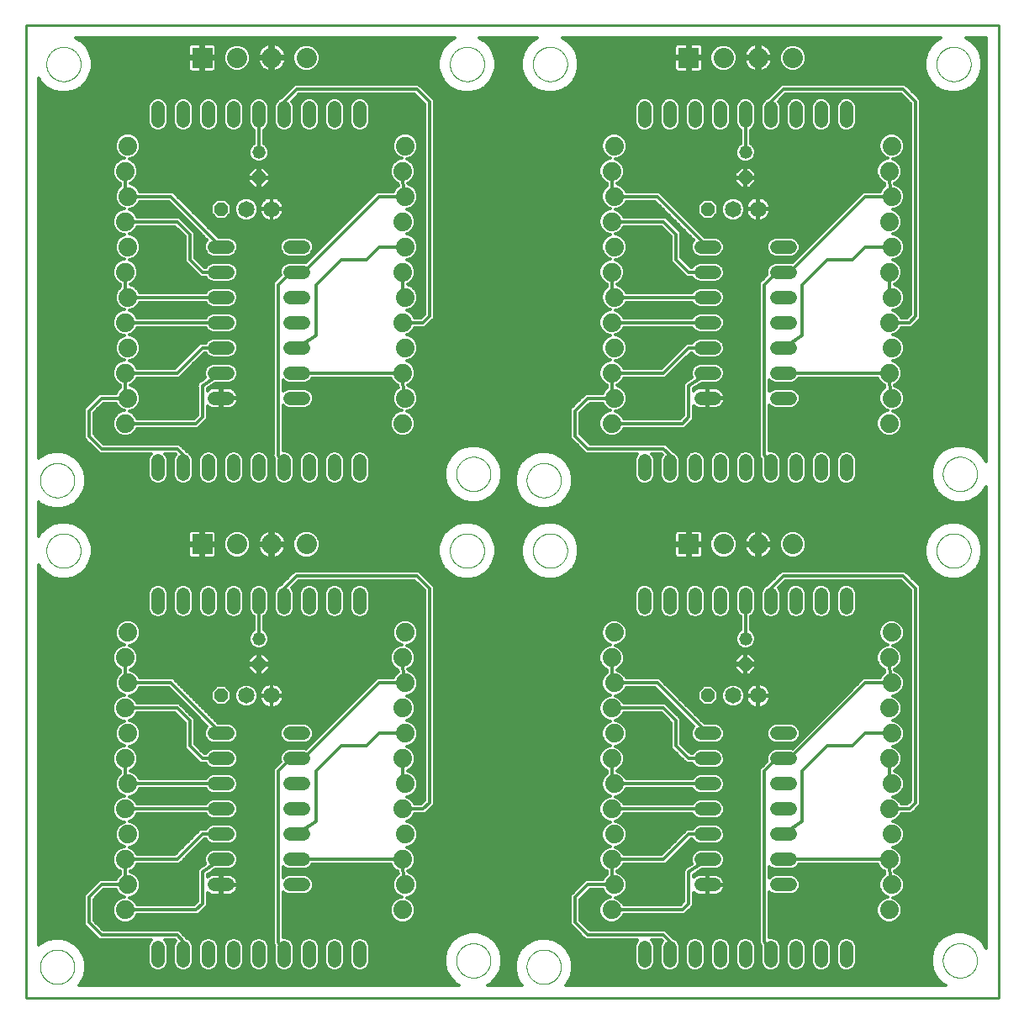
<source format=gbl>
G75*
%MOIN*%
%OFA0B0*%
%FSLAX25Y25*%
%IPPOS*%
%LPD*%
%AMOC8*
5,1,8,0,0,1.08239X$1,22.5*
%
%ADD10C,0.00000*%
%ADD11C,0.01000*%
%ADD12C,0.06500*%
%ADD13OC8,0.05200*%
%ADD14C,0.07400*%
%ADD15R,0.08000X0.08000*%
%ADD16C,0.08000*%
%ADD17C,0.05200*%
%ADD18C,0.05200*%
%ADD19C,0.01200*%
D10*
X0022033Y0028833D02*
X0022035Y0029000D01*
X0022041Y0029167D01*
X0022051Y0029333D01*
X0022066Y0029500D01*
X0022084Y0029665D01*
X0022107Y0029831D01*
X0022133Y0029996D01*
X0022164Y0030160D01*
X0022198Y0030323D01*
X0022237Y0030485D01*
X0022279Y0030647D01*
X0022326Y0030807D01*
X0022376Y0030966D01*
X0022431Y0031124D01*
X0022489Y0031280D01*
X0022551Y0031435D01*
X0022616Y0031589D01*
X0022686Y0031740D01*
X0022759Y0031890D01*
X0022836Y0032038D01*
X0022916Y0032185D01*
X0023000Y0032329D01*
X0023088Y0032471D01*
X0023179Y0032611D01*
X0023273Y0032748D01*
X0023371Y0032884D01*
X0023472Y0033017D01*
X0023577Y0033147D01*
X0023684Y0033275D01*
X0023795Y0033400D01*
X0023908Y0033522D01*
X0024025Y0033641D01*
X0024144Y0033758D01*
X0024266Y0033871D01*
X0024391Y0033982D01*
X0024519Y0034089D01*
X0024649Y0034194D01*
X0024782Y0034295D01*
X0024918Y0034393D01*
X0025055Y0034487D01*
X0025195Y0034578D01*
X0025337Y0034666D01*
X0025481Y0034750D01*
X0025628Y0034830D01*
X0025776Y0034907D01*
X0025926Y0034980D01*
X0026077Y0035050D01*
X0026231Y0035115D01*
X0026386Y0035177D01*
X0026542Y0035235D01*
X0026700Y0035290D01*
X0026859Y0035340D01*
X0027019Y0035387D01*
X0027181Y0035429D01*
X0027343Y0035468D01*
X0027506Y0035502D01*
X0027670Y0035533D01*
X0027835Y0035559D01*
X0028001Y0035582D01*
X0028166Y0035600D01*
X0028333Y0035615D01*
X0028499Y0035625D01*
X0028666Y0035631D01*
X0028833Y0035633D01*
X0029000Y0035631D01*
X0029167Y0035625D01*
X0029333Y0035615D01*
X0029500Y0035600D01*
X0029665Y0035582D01*
X0029831Y0035559D01*
X0029996Y0035533D01*
X0030160Y0035502D01*
X0030323Y0035468D01*
X0030485Y0035429D01*
X0030647Y0035387D01*
X0030807Y0035340D01*
X0030966Y0035290D01*
X0031124Y0035235D01*
X0031280Y0035177D01*
X0031435Y0035115D01*
X0031589Y0035050D01*
X0031740Y0034980D01*
X0031890Y0034907D01*
X0032038Y0034830D01*
X0032185Y0034750D01*
X0032329Y0034666D01*
X0032471Y0034578D01*
X0032611Y0034487D01*
X0032748Y0034393D01*
X0032884Y0034295D01*
X0033017Y0034194D01*
X0033147Y0034089D01*
X0033275Y0033982D01*
X0033400Y0033871D01*
X0033522Y0033758D01*
X0033641Y0033641D01*
X0033758Y0033522D01*
X0033871Y0033400D01*
X0033982Y0033275D01*
X0034089Y0033147D01*
X0034194Y0033017D01*
X0034295Y0032884D01*
X0034393Y0032748D01*
X0034487Y0032611D01*
X0034578Y0032471D01*
X0034666Y0032329D01*
X0034750Y0032185D01*
X0034830Y0032038D01*
X0034907Y0031890D01*
X0034980Y0031740D01*
X0035050Y0031589D01*
X0035115Y0031435D01*
X0035177Y0031280D01*
X0035235Y0031124D01*
X0035290Y0030966D01*
X0035340Y0030807D01*
X0035387Y0030647D01*
X0035429Y0030485D01*
X0035468Y0030323D01*
X0035502Y0030160D01*
X0035533Y0029996D01*
X0035559Y0029831D01*
X0035582Y0029665D01*
X0035600Y0029500D01*
X0035615Y0029333D01*
X0035625Y0029167D01*
X0035631Y0029000D01*
X0035633Y0028833D01*
X0035631Y0028666D01*
X0035625Y0028499D01*
X0035615Y0028333D01*
X0035600Y0028166D01*
X0035582Y0028001D01*
X0035559Y0027835D01*
X0035533Y0027670D01*
X0035502Y0027506D01*
X0035468Y0027343D01*
X0035429Y0027181D01*
X0035387Y0027019D01*
X0035340Y0026859D01*
X0035290Y0026700D01*
X0035235Y0026542D01*
X0035177Y0026386D01*
X0035115Y0026231D01*
X0035050Y0026077D01*
X0034980Y0025926D01*
X0034907Y0025776D01*
X0034830Y0025628D01*
X0034750Y0025481D01*
X0034666Y0025337D01*
X0034578Y0025195D01*
X0034487Y0025055D01*
X0034393Y0024918D01*
X0034295Y0024782D01*
X0034194Y0024649D01*
X0034089Y0024519D01*
X0033982Y0024391D01*
X0033871Y0024266D01*
X0033758Y0024144D01*
X0033641Y0024025D01*
X0033522Y0023908D01*
X0033400Y0023795D01*
X0033275Y0023684D01*
X0033147Y0023577D01*
X0033017Y0023472D01*
X0032884Y0023371D01*
X0032748Y0023273D01*
X0032611Y0023179D01*
X0032471Y0023088D01*
X0032329Y0023000D01*
X0032185Y0022916D01*
X0032038Y0022836D01*
X0031890Y0022759D01*
X0031740Y0022686D01*
X0031589Y0022616D01*
X0031435Y0022551D01*
X0031280Y0022489D01*
X0031124Y0022431D01*
X0030966Y0022376D01*
X0030807Y0022326D01*
X0030647Y0022279D01*
X0030485Y0022237D01*
X0030323Y0022198D01*
X0030160Y0022164D01*
X0029996Y0022133D01*
X0029831Y0022107D01*
X0029665Y0022084D01*
X0029500Y0022066D01*
X0029333Y0022051D01*
X0029167Y0022041D01*
X0029000Y0022035D01*
X0028833Y0022033D01*
X0028666Y0022035D01*
X0028499Y0022041D01*
X0028333Y0022051D01*
X0028166Y0022066D01*
X0028001Y0022084D01*
X0027835Y0022107D01*
X0027670Y0022133D01*
X0027506Y0022164D01*
X0027343Y0022198D01*
X0027181Y0022237D01*
X0027019Y0022279D01*
X0026859Y0022326D01*
X0026700Y0022376D01*
X0026542Y0022431D01*
X0026386Y0022489D01*
X0026231Y0022551D01*
X0026077Y0022616D01*
X0025926Y0022686D01*
X0025776Y0022759D01*
X0025628Y0022836D01*
X0025481Y0022916D01*
X0025337Y0023000D01*
X0025195Y0023088D01*
X0025055Y0023179D01*
X0024918Y0023273D01*
X0024782Y0023371D01*
X0024649Y0023472D01*
X0024519Y0023577D01*
X0024391Y0023684D01*
X0024266Y0023795D01*
X0024144Y0023908D01*
X0024025Y0024025D01*
X0023908Y0024144D01*
X0023795Y0024266D01*
X0023684Y0024391D01*
X0023577Y0024519D01*
X0023472Y0024649D01*
X0023371Y0024782D01*
X0023273Y0024918D01*
X0023179Y0025055D01*
X0023088Y0025195D01*
X0023000Y0025337D01*
X0022916Y0025481D01*
X0022836Y0025628D01*
X0022759Y0025776D01*
X0022686Y0025926D01*
X0022616Y0026077D01*
X0022551Y0026231D01*
X0022489Y0026386D01*
X0022431Y0026542D01*
X0022376Y0026700D01*
X0022326Y0026859D01*
X0022279Y0027019D01*
X0022237Y0027181D01*
X0022198Y0027343D01*
X0022164Y0027506D01*
X0022133Y0027670D01*
X0022107Y0027835D01*
X0022084Y0028001D01*
X0022066Y0028166D01*
X0022051Y0028333D01*
X0022041Y0028499D01*
X0022035Y0028666D01*
X0022033Y0028833D01*
X0024533Y0193833D02*
X0024535Y0194000D01*
X0024541Y0194167D01*
X0024551Y0194333D01*
X0024566Y0194500D01*
X0024584Y0194665D01*
X0024607Y0194831D01*
X0024633Y0194996D01*
X0024664Y0195160D01*
X0024698Y0195323D01*
X0024737Y0195485D01*
X0024779Y0195647D01*
X0024826Y0195807D01*
X0024876Y0195966D01*
X0024931Y0196124D01*
X0024989Y0196280D01*
X0025051Y0196435D01*
X0025116Y0196589D01*
X0025186Y0196740D01*
X0025259Y0196890D01*
X0025336Y0197038D01*
X0025416Y0197185D01*
X0025500Y0197329D01*
X0025588Y0197471D01*
X0025679Y0197611D01*
X0025773Y0197748D01*
X0025871Y0197884D01*
X0025972Y0198017D01*
X0026077Y0198147D01*
X0026184Y0198275D01*
X0026295Y0198400D01*
X0026408Y0198522D01*
X0026525Y0198641D01*
X0026644Y0198758D01*
X0026766Y0198871D01*
X0026891Y0198982D01*
X0027019Y0199089D01*
X0027149Y0199194D01*
X0027282Y0199295D01*
X0027418Y0199393D01*
X0027555Y0199487D01*
X0027695Y0199578D01*
X0027837Y0199666D01*
X0027981Y0199750D01*
X0028128Y0199830D01*
X0028276Y0199907D01*
X0028426Y0199980D01*
X0028577Y0200050D01*
X0028731Y0200115D01*
X0028886Y0200177D01*
X0029042Y0200235D01*
X0029200Y0200290D01*
X0029359Y0200340D01*
X0029519Y0200387D01*
X0029681Y0200429D01*
X0029843Y0200468D01*
X0030006Y0200502D01*
X0030170Y0200533D01*
X0030335Y0200559D01*
X0030501Y0200582D01*
X0030666Y0200600D01*
X0030833Y0200615D01*
X0030999Y0200625D01*
X0031166Y0200631D01*
X0031333Y0200633D01*
X0031500Y0200631D01*
X0031667Y0200625D01*
X0031833Y0200615D01*
X0032000Y0200600D01*
X0032165Y0200582D01*
X0032331Y0200559D01*
X0032496Y0200533D01*
X0032660Y0200502D01*
X0032823Y0200468D01*
X0032985Y0200429D01*
X0033147Y0200387D01*
X0033307Y0200340D01*
X0033466Y0200290D01*
X0033624Y0200235D01*
X0033780Y0200177D01*
X0033935Y0200115D01*
X0034089Y0200050D01*
X0034240Y0199980D01*
X0034390Y0199907D01*
X0034538Y0199830D01*
X0034685Y0199750D01*
X0034829Y0199666D01*
X0034971Y0199578D01*
X0035111Y0199487D01*
X0035248Y0199393D01*
X0035384Y0199295D01*
X0035517Y0199194D01*
X0035647Y0199089D01*
X0035775Y0198982D01*
X0035900Y0198871D01*
X0036022Y0198758D01*
X0036141Y0198641D01*
X0036258Y0198522D01*
X0036371Y0198400D01*
X0036482Y0198275D01*
X0036589Y0198147D01*
X0036694Y0198017D01*
X0036795Y0197884D01*
X0036893Y0197748D01*
X0036987Y0197611D01*
X0037078Y0197471D01*
X0037166Y0197329D01*
X0037250Y0197185D01*
X0037330Y0197038D01*
X0037407Y0196890D01*
X0037480Y0196740D01*
X0037550Y0196589D01*
X0037615Y0196435D01*
X0037677Y0196280D01*
X0037735Y0196124D01*
X0037790Y0195966D01*
X0037840Y0195807D01*
X0037887Y0195647D01*
X0037929Y0195485D01*
X0037968Y0195323D01*
X0038002Y0195160D01*
X0038033Y0194996D01*
X0038059Y0194831D01*
X0038082Y0194665D01*
X0038100Y0194500D01*
X0038115Y0194333D01*
X0038125Y0194167D01*
X0038131Y0194000D01*
X0038133Y0193833D01*
X0038131Y0193666D01*
X0038125Y0193499D01*
X0038115Y0193333D01*
X0038100Y0193166D01*
X0038082Y0193001D01*
X0038059Y0192835D01*
X0038033Y0192670D01*
X0038002Y0192506D01*
X0037968Y0192343D01*
X0037929Y0192181D01*
X0037887Y0192019D01*
X0037840Y0191859D01*
X0037790Y0191700D01*
X0037735Y0191542D01*
X0037677Y0191386D01*
X0037615Y0191231D01*
X0037550Y0191077D01*
X0037480Y0190926D01*
X0037407Y0190776D01*
X0037330Y0190628D01*
X0037250Y0190481D01*
X0037166Y0190337D01*
X0037078Y0190195D01*
X0036987Y0190055D01*
X0036893Y0189918D01*
X0036795Y0189782D01*
X0036694Y0189649D01*
X0036589Y0189519D01*
X0036482Y0189391D01*
X0036371Y0189266D01*
X0036258Y0189144D01*
X0036141Y0189025D01*
X0036022Y0188908D01*
X0035900Y0188795D01*
X0035775Y0188684D01*
X0035647Y0188577D01*
X0035517Y0188472D01*
X0035384Y0188371D01*
X0035248Y0188273D01*
X0035111Y0188179D01*
X0034971Y0188088D01*
X0034829Y0188000D01*
X0034685Y0187916D01*
X0034538Y0187836D01*
X0034390Y0187759D01*
X0034240Y0187686D01*
X0034089Y0187616D01*
X0033935Y0187551D01*
X0033780Y0187489D01*
X0033624Y0187431D01*
X0033466Y0187376D01*
X0033307Y0187326D01*
X0033147Y0187279D01*
X0032985Y0187237D01*
X0032823Y0187198D01*
X0032660Y0187164D01*
X0032496Y0187133D01*
X0032331Y0187107D01*
X0032165Y0187084D01*
X0032000Y0187066D01*
X0031833Y0187051D01*
X0031667Y0187041D01*
X0031500Y0187035D01*
X0031333Y0187033D01*
X0031166Y0187035D01*
X0030999Y0187041D01*
X0030833Y0187051D01*
X0030666Y0187066D01*
X0030501Y0187084D01*
X0030335Y0187107D01*
X0030170Y0187133D01*
X0030006Y0187164D01*
X0029843Y0187198D01*
X0029681Y0187237D01*
X0029519Y0187279D01*
X0029359Y0187326D01*
X0029200Y0187376D01*
X0029042Y0187431D01*
X0028886Y0187489D01*
X0028731Y0187551D01*
X0028577Y0187616D01*
X0028426Y0187686D01*
X0028276Y0187759D01*
X0028128Y0187836D01*
X0027981Y0187916D01*
X0027837Y0188000D01*
X0027695Y0188088D01*
X0027555Y0188179D01*
X0027418Y0188273D01*
X0027282Y0188371D01*
X0027149Y0188472D01*
X0027019Y0188577D01*
X0026891Y0188684D01*
X0026766Y0188795D01*
X0026644Y0188908D01*
X0026525Y0189025D01*
X0026408Y0189144D01*
X0026295Y0189266D01*
X0026184Y0189391D01*
X0026077Y0189519D01*
X0025972Y0189649D01*
X0025871Y0189782D01*
X0025773Y0189918D01*
X0025679Y0190055D01*
X0025588Y0190195D01*
X0025500Y0190337D01*
X0025416Y0190481D01*
X0025336Y0190628D01*
X0025259Y0190776D01*
X0025186Y0190926D01*
X0025116Y0191077D01*
X0025051Y0191231D01*
X0024989Y0191386D01*
X0024931Y0191542D01*
X0024876Y0191700D01*
X0024826Y0191859D01*
X0024779Y0192019D01*
X0024737Y0192181D01*
X0024698Y0192343D01*
X0024664Y0192506D01*
X0024633Y0192670D01*
X0024607Y0192835D01*
X0024584Y0193001D01*
X0024566Y0193166D01*
X0024551Y0193333D01*
X0024541Y0193499D01*
X0024535Y0193666D01*
X0024533Y0193833D01*
X0022033Y0221747D02*
X0022035Y0221914D01*
X0022041Y0222081D01*
X0022051Y0222247D01*
X0022066Y0222414D01*
X0022084Y0222579D01*
X0022107Y0222745D01*
X0022133Y0222910D01*
X0022164Y0223074D01*
X0022198Y0223237D01*
X0022237Y0223399D01*
X0022279Y0223561D01*
X0022326Y0223721D01*
X0022376Y0223880D01*
X0022431Y0224038D01*
X0022489Y0224194D01*
X0022551Y0224349D01*
X0022616Y0224503D01*
X0022686Y0224654D01*
X0022759Y0224804D01*
X0022836Y0224952D01*
X0022916Y0225099D01*
X0023000Y0225243D01*
X0023088Y0225385D01*
X0023179Y0225525D01*
X0023273Y0225662D01*
X0023371Y0225798D01*
X0023472Y0225931D01*
X0023577Y0226061D01*
X0023684Y0226189D01*
X0023795Y0226314D01*
X0023908Y0226436D01*
X0024025Y0226555D01*
X0024144Y0226672D01*
X0024266Y0226785D01*
X0024391Y0226896D01*
X0024519Y0227003D01*
X0024649Y0227108D01*
X0024782Y0227209D01*
X0024918Y0227307D01*
X0025055Y0227401D01*
X0025195Y0227492D01*
X0025337Y0227580D01*
X0025481Y0227664D01*
X0025628Y0227744D01*
X0025776Y0227821D01*
X0025926Y0227894D01*
X0026077Y0227964D01*
X0026231Y0228029D01*
X0026386Y0228091D01*
X0026542Y0228149D01*
X0026700Y0228204D01*
X0026859Y0228254D01*
X0027019Y0228301D01*
X0027181Y0228343D01*
X0027343Y0228382D01*
X0027506Y0228416D01*
X0027670Y0228447D01*
X0027835Y0228473D01*
X0028001Y0228496D01*
X0028166Y0228514D01*
X0028333Y0228529D01*
X0028499Y0228539D01*
X0028666Y0228545D01*
X0028833Y0228547D01*
X0029000Y0228545D01*
X0029167Y0228539D01*
X0029333Y0228529D01*
X0029500Y0228514D01*
X0029665Y0228496D01*
X0029831Y0228473D01*
X0029996Y0228447D01*
X0030160Y0228416D01*
X0030323Y0228382D01*
X0030485Y0228343D01*
X0030647Y0228301D01*
X0030807Y0228254D01*
X0030966Y0228204D01*
X0031124Y0228149D01*
X0031280Y0228091D01*
X0031435Y0228029D01*
X0031589Y0227964D01*
X0031740Y0227894D01*
X0031890Y0227821D01*
X0032038Y0227744D01*
X0032185Y0227664D01*
X0032329Y0227580D01*
X0032471Y0227492D01*
X0032611Y0227401D01*
X0032748Y0227307D01*
X0032884Y0227209D01*
X0033017Y0227108D01*
X0033147Y0227003D01*
X0033275Y0226896D01*
X0033400Y0226785D01*
X0033522Y0226672D01*
X0033641Y0226555D01*
X0033758Y0226436D01*
X0033871Y0226314D01*
X0033982Y0226189D01*
X0034089Y0226061D01*
X0034194Y0225931D01*
X0034295Y0225798D01*
X0034393Y0225662D01*
X0034487Y0225525D01*
X0034578Y0225385D01*
X0034666Y0225243D01*
X0034750Y0225099D01*
X0034830Y0224952D01*
X0034907Y0224804D01*
X0034980Y0224654D01*
X0035050Y0224503D01*
X0035115Y0224349D01*
X0035177Y0224194D01*
X0035235Y0224038D01*
X0035290Y0223880D01*
X0035340Y0223721D01*
X0035387Y0223561D01*
X0035429Y0223399D01*
X0035468Y0223237D01*
X0035502Y0223074D01*
X0035533Y0222910D01*
X0035559Y0222745D01*
X0035582Y0222579D01*
X0035600Y0222414D01*
X0035615Y0222247D01*
X0035625Y0222081D01*
X0035631Y0221914D01*
X0035633Y0221747D01*
X0035631Y0221580D01*
X0035625Y0221413D01*
X0035615Y0221247D01*
X0035600Y0221080D01*
X0035582Y0220915D01*
X0035559Y0220749D01*
X0035533Y0220584D01*
X0035502Y0220420D01*
X0035468Y0220257D01*
X0035429Y0220095D01*
X0035387Y0219933D01*
X0035340Y0219773D01*
X0035290Y0219614D01*
X0035235Y0219456D01*
X0035177Y0219300D01*
X0035115Y0219145D01*
X0035050Y0218991D01*
X0034980Y0218840D01*
X0034907Y0218690D01*
X0034830Y0218542D01*
X0034750Y0218395D01*
X0034666Y0218251D01*
X0034578Y0218109D01*
X0034487Y0217969D01*
X0034393Y0217832D01*
X0034295Y0217696D01*
X0034194Y0217563D01*
X0034089Y0217433D01*
X0033982Y0217305D01*
X0033871Y0217180D01*
X0033758Y0217058D01*
X0033641Y0216939D01*
X0033522Y0216822D01*
X0033400Y0216709D01*
X0033275Y0216598D01*
X0033147Y0216491D01*
X0033017Y0216386D01*
X0032884Y0216285D01*
X0032748Y0216187D01*
X0032611Y0216093D01*
X0032471Y0216002D01*
X0032329Y0215914D01*
X0032185Y0215830D01*
X0032038Y0215750D01*
X0031890Y0215673D01*
X0031740Y0215600D01*
X0031589Y0215530D01*
X0031435Y0215465D01*
X0031280Y0215403D01*
X0031124Y0215345D01*
X0030966Y0215290D01*
X0030807Y0215240D01*
X0030647Y0215193D01*
X0030485Y0215151D01*
X0030323Y0215112D01*
X0030160Y0215078D01*
X0029996Y0215047D01*
X0029831Y0215021D01*
X0029665Y0214998D01*
X0029500Y0214980D01*
X0029333Y0214965D01*
X0029167Y0214955D01*
X0029000Y0214949D01*
X0028833Y0214947D01*
X0028666Y0214949D01*
X0028499Y0214955D01*
X0028333Y0214965D01*
X0028166Y0214980D01*
X0028001Y0214998D01*
X0027835Y0215021D01*
X0027670Y0215047D01*
X0027506Y0215078D01*
X0027343Y0215112D01*
X0027181Y0215151D01*
X0027019Y0215193D01*
X0026859Y0215240D01*
X0026700Y0215290D01*
X0026542Y0215345D01*
X0026386Y0215403D01*
X0026231Y0215465D01*
X0026077Y0215530D01*
X0025926Y0215600D01*
X0025776Y0215673D01*
X0025628Y0215750D01*
X0025481Y0215830D01*
X0025337Y0215914D01*
X0025195Y0216002D01*
X0025055Y0216093D01*
X0024918Y0216187D01*
X0024782Y0216285D01*
X0024649Y0216386D01*
X0024519Y0216491D01*
X0024391Y0216598D01*
X0024266Y0216709D01*
X0024144Y0216822D01*
X0024025Y0216939D01*
X0023908Y0217058D01*
X0023795Y0217180D01*
X0023684Y0217305D01*
X0023577Y0217433D01*
X0023472Y0217563D01*
X0023371Y0217696D01*
X0023273Y0217832D01*
X0023179Y0217969D01*
X0023088Y0218109D01*
X0023000Y0218251D01*
X0022916Y0218395D01*
X0022836Y0218542D01*
X0022759Y0218690D01*
X0022686Y0218840D01*
X0022616Y0218991D01*
X0022551Y0219145D01*
X0022489Y0219300D01*
X0022431Y0219456D01*
X0022376Y0219614D01*
X0022326Y0219773D01*
X0022279Y0219933D01*
X0022237Y0220095D01*
X0022198Y0220257D01*
X0022164Y0220420D01*
X0022133Y0220584D01*
X0022107Y0220749D01*
X0022084Y0220915D01*
X0022066Y0221080D01*
X0022051Y0221247D01*
X0022041Y0221413D01*
X0022035Y0221580D01*
X0022033Y0221747D01*
X0024533Y0386747D02*
X0024535Y0386914D01*
X0024541Y0387081D01*
X0024551Y0387247D01*
X0024566Y0387414D01*
X0024584Y0387579D01*
X0024607Y0387745D01*
X0024633Y0387910D01*
X0024664Y0388074D01*
X0024698Y0388237D01*
X0024737Y0388399D01*
X0024779Y0388561D01*
X0024826Y0388721D01*
X0024876Y0388880D01*
X0024931Y0389038D01*
X0024989Y0389194D01*
X0025051Y0389349D01*
X0025116Y0389503D01*
X0025186Y0389654D01*
X0025259Y0389804D01*
X0025336Y0389952D01*
X0025416Y0390099D01*
X0025500Y0390243D01*
X0025588Y0390385D01*
X0025679Y0390525D01*
X0025773Y0390662D01*
X0025871Y0390798D01*
X0025972Y0390931D01*
X0026077Y0391061D01*
X0026184Y0391189D01*
X0026295Y0391314D01*
X0026408Y0391436D01*
X0026525Y0391555D01*
X0026644Y0391672D01*
X0026766Y0391785D01*
X0026891Y0391896D01*
X0027019Y0392003D01*
X0027149Y0392108D01*
X0027282Y0392209D01*
X0027418Y0392307D01*
X0027555Y0392401D01*
X0027695Y0392492D01*
X0027837Y0392580D01*
X0027981Y0392664D01*
X0028128Y0392744D01*
X0028276Y0392821D01*
X0028426Y0392894D01*
X0028577Y0392964D01*
X0028731Y0393029D01*
X0028886Y0393091D01*
X0029042Y0393149D01*
X0029200Y0393204D01*
X0029359Y0393254D01*
X0029519Y0393301D01*
X0029681Y0393343D01*
X0029843Y0393382D01*
X0030006Y0393416D01*
X0030170Y0393447D01*
X0030335Y0393473D01*
X0030501Y0393496D01*
X0030666Y0393514D01*
X0030833Y0393529D01*
X0030999Y0393539D01*
X0031166Y0393545D01*
X0031333Y0393547D01*
X0031500Y0393545D01*
X0031667Y0393539D01*
X0031833Y0393529D01*
X0032000Y0393514D01*
X0032165Y0393496D01*
X0032331Y0393473D01*
X0032496Y0393447D01*
X0032660Y0393416D01*
X0032823Y0393382D01*
X0032985Y0393343D01*
X0033147Y0393301D01*
X0033307Y0393254D01*
X0033466Y0393204D01*
X0033624Y0393149D01*
X0033780Y0393091D01*
X0033935Y0393029D01*
X0034089Y0392964D01*
X0034240Y0392894D01*
X0034390Y0392821D01*
X0034538Y0392744D01*
X0034685Y0392664D01*
X0034829Y0392580D01*
X0034971Y0392492D01*
X0035111Y0392401D01*
X0035248Y0392307D01*
X0035384Y0392209D01*
X0035517Y0392108D01*
X0035647Y0392003D01*
X0035775Y0391896D01*
X0035900Y0391785D01*
X0036022Y0391672D01*
X0036141Y0391555D01*
X0036258Y0391436D01*
X0036371Y0391314D01*
X0036482Y0391189D01*
X0036589Y0391061D01*
X0036694Y0390931D01*
X0036795Y0390798D01*
X0036893Y0390662D01*
X0036987Y0390525D01*
X0037078Y0390385D01*
X0037166Y0390243D01*
X0037250Y0390099D01*
X0037330Y0389952D01*
X0037407Y0389804D01*
X0037480Y0389654D01*
X0037550Y0389503D01*
X0037615Y0389349D01*
X0037677Y0389194D01*
X0037735Y0389038D01*
X0037790Y0388880D01*
X0037840Y0388721D01*
X0037887Y0388561D01*
X0037929Y0388399D01*
X0037968Y0388237D01*
X0038002Y0388074D01*
X0038033Y0387910D01*
X0038059Y0387745D01*
X0038082Y0387579D01*
X0038100Y0387414D01*
X0038115Y0387247D01*
X0038125Y0387081D01*
X0038131Y0386914D01*
X0038133Y0386747D01*
X0038131Y0386580D01*
X0038125Y0386413D01*
X0038115Y0386247D01*
X0038100Y0386080D01*
X0038082Y0385915D01*
X0038059Y0385749D01*
X0038033Y0385584D01*
X0038002Y0385420D01*
X0037968Y0385257D01*
X0037929Y0385095D01*
X0037887Y0384933D01*
X0037840Y0384773D01*
X0037790Y0384614D01*
X0037735Y0384456D01*
X0037677Y0384300D01*
X0037615Y0384145D01*
X0037550Y0383991D01*
X0037480Y0383840D01*
X0037407Y0383690D01*
X0037330Y0383542D01*
X0037250Y0383395D01*
X0037166Y0383251D01*
X0037078Y0383109D01*
X0036987Y0382969D01*
X0036893Y0382832D01*
X0036795Y0382696D01*
X0036694Y0382563D01*
X0036589Y0382433D01*
X0036482Y0382305D01*
X0036371Y0382180D01*
X0036258Y0382058D01*
X0036141Y0381939D01*
X0036022Y0381822D01*
X0035900Y0381709D01*
X0035775Y0381598D01*
X0035647Y0381491D01*
X0035517Y0381386D01*
X0035384Y0381285D01*
X0035248Y0381187D01*
X0035111Y0381093D01*
X0034971Y0381002D01*
X0034829Y0380914D01*
X0034685Y0380830D01*
X0034538Y0380750D01*
X0034390Y0380673D01*
X0034240Y0380600D01*
X0034089Y0380530D01*
X0033935Y0380465D01*
X0033780Y0380403D01*
X0033624Y0380345D01*
X0033466Y0380290D01*
X0033307Y0380240D01*
X0033147Y0380193D01*
X0032985Y0380151D01*
X0032823Y0380112D01*
X0032660Y0380078D01*
X0032496Y0380047D01*
X0032331Y0380021D01*
X0032165Y0379998D01*
X0032000Y0379980D01*
X0031833Y0379965D01*
X0031667Y0379955D01*
X0031500Y0379949D01*
X0031333Y0379947D01*
X0031166Y0379949D01*
X0030999Y0379955D01*
X0030833Y0379965D01*
X0030666Y0379980D01*
X0030501Y0379998D01*
X0030335Y0380021D01*
X0030170Y0380047D01*
X0030006Y0380078D01*
X0029843Y0380112D01*
X0029681Y0380151D01*
X0029519Y0380193D01*
X0029359Y0380240D01*
X0029200Y0380290D01*
X0029042Y0380345D01*
X0028886Y0380403D01*
X0028731Y0380465D01*
X0028577Y0380530D01*
X0028426Y0380600D01*
X0028276Y0380673D01*
X0028128Y0380750D01*
X0027981Y0380830D01*
X0027837Y0380914D01*
X0027695Y0381002D01*
X0027555Y0381093D01*
X0027418Y0381187D01*
X0027282Y0381285D01*
X0027149Y0381386D01*
X0027019Y0381491D01*
X0026891Y0381598D01*
X0026766Y0381709D01*
X0026644Y0381822D01*
X0026525Y0381939D01*
X0026408Y0382058D01*
X0026295Y0382180D01*
X0026184Y0382305D01*
X0026077Y0382433D01*
X0025972Y0382563D01*
X0025871Y0382696D01*
X0025773Y0382832D01*
X0025679Y0382969D01*
X0025588Y0383109D01*
X0025500Y0383251D01*
X0025416Y0383395D01*
X0025336Y0383542D01*
X0025259Y0383690D01*
X0025186Y0383840D01*
X0025116Y0383991D01*
X0025051Y0384145D01*
X0024989Y0384300D01*
X0024931Y0384456D01*
X0024876Y0384614D01*
X0024826Y0384773D01*
X0024779Y0384933D01*
X0024737Y0385095D01*
X0024698Y0385257D01*
X0024664Y0385420D01*
X0024633Y0385584D01*
X0024607Y0385749D01*
X0024584Y0385915D01*
X0024566Y0386080D01*
X0024551Y0386247D01*
X0024541Y0386413D01*
X0024535Y0386580D01*
X0024533Y0386747D01*
X0184533Y0386747D02*
X0184535Y0386914D01*
X0184541Y0387081D01*
X0184551Y0387247D01*
X0184566Y0387414D01*
X0184584Y0387579D01*
X0184607Y0387745D01*
X0184633Y0387910D01*
X0184664Y0388074D01*
X0184698Y0388237D01*
X0184737Y0388399D01*
X0184779Y0388561D01*
X0184826Y0388721D01*
X0184876Y0388880D01*
X0184931Y0389038D01*
X0184989Y0389194D01*
X0185051Y0389349D01*
X0185116Y0389503D01*
X0185186Y0389654D01*
X0185259Y0389804D01*
X0185336Y0389952D01*
X0185416Y0390099D01*
X0185500Y0390243D01*
X0185588Y0390385D01*
X0185679Y0390525D01*
X0185773Y0390662D01*
X0185871Y0390798D01*
X0185972Y0390931D01*
X0186077Y0391061D01*
X0186184Y0391189D01*
X0186295Y0391314D01*
X0186408Y0391436D01*
X0186525Y0391555D01*
X0186644Y0391672D01*
X0186766Y0391785D01*
X0186891Y0391896D01*
X0187019Y0392003D01*
X0187149Y0392108D01*
X0187282Y0392209D01*
X0187418Y0392307D01*
X0187555Y0392401D01*
X0187695Y0392492D01*
X0187837Y0392580D01*
X0187981Y0392664D01*
X0188128Y0392744D01*
X0188276Y0392821D01*
X0188426Y0392894D01*
X0188577Y0392964D01*
X0188731Y0393029D01*
X0188886Y0393091D01*
X0189042Y0393149D01*
X0189200Y0393204D01*
X0189359Y0393254D01*
X0189519Y0393301D01*
X0189681Y0393343D01*
X0189843Y0393382D01*
X0190006Y0393416D01*
X0190170Y0393447D01*
X0190335Y0393473D01*
X0190501Y0393496D01*
X0190666Y0393514D01*
X0190833Y0393529D01*
X0190999Y0393539D01*
X0191166Y0393545D01*
X0191333Y0393547D01*
X0191500Y0393545D01*
X0191667Y0393539D01*
X0191833Y0393529D01*
X0192000Y0393514D01*
X0192165Y0393496D01*
X0192331Y0393473D01*
X0192496Y0393447D01*
X0192660Y0393416D01*
X0192823Y0393382D01*
X0192985Y0393343D01*
X0193147Y0393301D01*
X0193307Y0393254D01*
X0193466Y0393204D01*
X0193624Y0393149D01*
X0193780Y0393091D01*
X0193935Y0393029D01*
X0194089Y0392964D01*
X0194240Y0392894D01*
X0194390Y0392821D01*
X0194538Y0392744D01*
X0194685Y0392664D01*
X0194829Y0392580D01*
X0194971Y0392492D01*
X0195111Y0392401D01*
X0195248Y0392307D01*
X0195384Y0392209D01*
X0195517Y0392108D01*
X0195647Y0392003D01*
X0195775Y0391896D01*
X0195900Y0391785D01*
X0196022Y0391672D01*
X0196141Y0391555D01*
X0196258Y0391436D01*
X0196371Y0391314D01*
X0196482Y0391189D01*
X0196589Y0391061D01*
X0196694Y0390931D01*
X0196795Y0390798D01*
X0196893Y0390662D01*
X0196987Y0390525D01*
X0197078Y0390385D01*
X0197166Y0390243D01*
X0197250Y0390099D01*
X0197330Y0389952D01*
X0197407Y0389804D01*
X0197480Y0389654D01*
X0197550Y0389503D01*
X0197615Y0389349D01*
X0197677Y0389194D01*
X0197735Y0389038D01*
X0197790Y0388880D01*
X0197840Y0388721D01*
X0197887Y0388561D01*
X0197929Y0388399D01*
X0197968Y0388237D01*
X0198002Y0388074D01*
X0198033Y0387910D01*
X0198059Y0387745D01*
X0198082Y0387579D01*
X0198100Y0387414D01*
X0198115Y0387247D01*
X0198125Y0387081D01*
X0198131Y0386914D01*
X0198133Y0386747D01*
X0198131Y0386580D01*
X0198125Y0386413D01*
X0198115Y0386247D01*
X0198100Y0386080D01*
X0198082Y0385915D01*
X0198059Y0385749D01*
X0198033Y0385584D01*
X0198002Y0385420D01*
X0197968Y0385257D01*
X0197929Y0385095D01*
X0197887Y0384933D01*
X0197840Y0384773D01*
X0197790Y0384614D01*
X0197735Y0384456D01*
X0197677Y0384300D01*
X0197615Y0384145D01*
X0197550Y0383991D01*
X0197480Y0383840D01*
X0197407Y0383690D01*
X0197330Y0383542D01*
X0197250Y0383395D01*
X0197166Y0383251D01*
X0197078Y0383109D01*
X0196987Y0382969D01*
X0196893Y0382832D01*
X0196795Y0382696D01*
X0196694Y0382563D01*
X0196589Y0382433D01*
X0196482Y0382305D01*
X0196371Y0382180D01*
X0196258Y0382058D01*
X0196141Y0381939D01*
X0196022Y0381822D01*
X0195900Y0381709D01*
X0195775Y0381598D01*
X0195647Y0381491D01*
X0195517Y0381386D01*
X0195384Y0381285D01*
X0195248Y0381187D01*
X0195111Y0381093D01*
X0194971Y0381002D01*
X0194829Y0380914D01*
X0194685Y0380830D01*
X0194538Y0380750D01*
X0194390Y0380673D01*
X0194240Y0380600D01*
X0194089Y0380530D01*
X0193935Y0380465D01*
X0193780Y0380403D01*
X0193624Y0380345D01*
X0193466Y0380290D01*
X0193307Y0380240D01*
X0193147Y0380193D01*
X0192985Y0380151D01*
X0192823Y0380112D01*
X0192660Y0380078D01*
X0192496Y0380047D01*
X0192331Y0380021D01*
X0192165Y0379998D01*
X0192000Y0379980D01*
X0191833Y0379965D01*
X0191667Y0379955D01*
X0191500Y0379949D01*
X0191333Y0379947D01*
X0191166Y0379949D01*
X0190999Y0379955D01*
X0190833Y0379965D01*
X0190666Y0379980D01*
X0190501Y0379998D01*
X0190335Y0380021D01*
X0190170Y0380047D01*
X0190006Y0380078D01*
X0189843Y0380112D01*
X0189681Y0380151D01*
X0189519Y0380193D01*
X0189359Y0380240D01*
X0189200Y0380290D01*
X0189042Y0380345D01*
X0188886Y0380403D01*
X0188731Y0380465D01*
X0188577Y0380530D01*
X0188426Y0380600D01*
X0188276Y0380673D01*
X0188128Y0380750D01*
X0187981Y0380830D01*
X0187837Y0380914D01*
X0187695Y0381002D01*
X0187555Y0381093D01*
X0187418Y0381187D01*
X0187282Y0381285D01*
X0187149Y0381386D01*
X0187019Y0381491D01*
X0186891Y0381598D01*
X0186766Y0381709D01*
X0186644Y0381822D01*
X0186525Y0381939D01*
X0186408Y0382058D01*
X0186295Y0382180D01*
X0186184Y0382305D01*
X0186077Y0382433D01*
X0185972Y0382563D01*
X0185871Y0382696D01*
X0185773Y0382832D01*
X0185679Y0382969D01*
X0185588Y0383109D01*
X0185500Y0383251D01*
X0185416Y0383395D01*
X0185336Y0383542D01*
X0185259Y0383690D01*
X0185186Y0383840D01*
X0185116Y0383991D01*
X0185051Y0384145D01*
X0184989Y0384300D01*
X0184931Y0384456D01*
X0184876Y0384614D01*
X0184826Y0384773D01*
X0184779Y0384933D01*
X0184737Y0385095D01*
X0184698Y0385257D01*
X0184664Y0385420D01*
X0184633Y0385584D01*
X0184607Y0385749D01*
X0184584Y0385915D01*
X0184566Y0386080D01*
X0184551Y0386247D01*
X0184541Y0386413D01*
X0184535Y0386580D01*
X0184533Y0386747D01*
X0217447Y0386747D02*
X0217449Y0386914D01*
X0217455Y0387081D01*
X0217465Y0387247D01*
X0217480Y0387414D01*
X0217498Y0387579D01*
X0217521Y0387745D01*
X0217547Y0387910D01*
X0217578Y0388074D01*
X0217612Y0388237D01*
X0217651Y0388399D01*
X0217693Y0388561D01*
X0217740Y0388721D01*
X0217790Y0388880D01*
X0217845Y0389038D01*
X0217903Y0389194D01*
X0217965Y0389349D01*
X0218030Y0389503D01*
X0218100Y0389654D01*
X0218173Y0389804D01*
X0218250Y0389952D01*
X0218330Y0390099D01*
X0218414Y0390243D01*
X0218502Y0390385D01*
X0218593Y0390525D01*
X0218687Y0390662D01*
X0218785Y0390798D01*
X0218886Y0390931D01*
X0218991Y0391061D01*
X0219098Y0391189D01*
X0219209Y0391314D01*
X0219322Y0391436D01*
X0219439Y0391555D01*
X0219558Y0391672D01*
X0219680Y0391785D01*
X0219805Y0391896D01*
X0219933Y0392003D01*
X0220063Y0392108D01*
X0220196Y0392209D01*
X0220332Y0392307D01*
X0220469Y0392401D01*
X0220609Y0392492D01*
X0220751Y0392580D01*
X0220895Y0392664D01*
X0221042Y0392744D01*
X0221190Y0392821D01*
X0221340Y0392894D01*
X0221491Y0392964D01*
X0221645Y0393029D01*
X0221800Y0393091D01*
X0221956Y0393149D01*
X0222114Y0393204D01*
X0222273Y0393254D01*
X0222433Y0393301D01*
X0222595Y0393343D01*
X0222757Y0393382D01*
X0222920Y0393416D01*
X0223084Y0393447D01*
X0223249Y0393473D01*
X0223415Y0393496D01*
X0223580Y0393514D01*
X0223747Y0393529D01*
X0223913Y0393539D01*
X0224080Y0393545D01*
X0224247Y0393547D01*
X0224414Y0393545D01*
X0224581Y0393539D01*
X0224747Y0393529D01*
X0224914Y0393514D01*
X0225079Y0393496D01*
X0225245Y0393473D01*
X0225410Y0393447D01*
X0225574Y0393416D01*
X0225737Y0393382D01*
X0225899Y0393343D01*
X0226061Y0393301D01*
X0226221Y0393254D01*
X0226380Y0393204D01*
X0226538Y0393149D01*
X0226694Y0393091D01*
X0226849Y0393029D01*
X0227003Y0392964D01*
X0227154Y0392894D01*
X0227304Y0392821D01*
X0227452Y0392744D01*
X0227599Y0392664D01*
X0227743Y0392580D01*
X0227885Y0392492D01*
X0228025Y0392401D01*
X0228162Y0392307D01*
X0228298Y0392209D01*
X0228431Y0392108D01*
X0228561Y0392003D01*
X0228689Y0391896D01*
X0228814Y0391785D01*
X0228936Y0391672D01*
X0229055Y0391555D01*
X0229172Y0391436D01*
X0229285Y0391314D01*
X0229396Y0391189D01*
X0229503Y0391061D01*
X0229608Y0390931D01*
X0229709Y0390798D01*
X0229807Y0390662D01*
X0229901Y0390525D01*
X0229992Y0390385D01*
X0230080Y0390243D01*
X0230164Y0390099D01*
X0230244Y0389952D01*
X0230321Y0389804D01*
X0230394Y0389654D01*
X0230464Y0389503D01*
X0230529Y0389349D01*
X0230591Y0389194D01*
X0230649Y0389038D01*
X0230704Y0388880D01*
X0230754Y0388721D01*
X0230801Y0388561D01*
X0230843Y0388399D01*
X0230882Y0388237D01*
X0230916Y0388074D01*
X0230947Y0387910D01*
X0230973Y0387745D01*
X0230996Y0387579D01*
X0231014Y0387414D01*
X0231029Y0387247D01*
X0231039Y0387081D01*
X0231045Y0386914D01*
X0231047Y0386747D01*
X0231045Y0386580D01*
X0231039Y0386413D01*
X0231029Y0386247D01*
X0231014Y0386080D01*
X0230996Y0385915D01*
X0230973Y0385749D01*
X0230947Y0385584D01*
X0230916Y0385420D01*
X0230882Y0385257D01*
X0230843Y0385095D01*
X0230801Y0384933D01*
X0230754Y0384773D01*
X0230704Y0384614D01*
X0230649Y0384456D01*
X0230591Y0384300D01*
X0230529Y0384145D01*
X0230464Y0383991D01*
X0230394Y0383840D01*
X0230321Y0383690D01*
X0230244Y0383542D01*
X0230164Y0383395D01*
X0230080Y0383251D01*
X0229992Y0383109D01*
X0229901Y0382969D01*
X0229807Y0382832D01*
X0229709Y0382696D01*
X0229608Y0382563D01*
X0229503Y0382433D01*
X0229396Y0382305D01*
X0229285Y0382180D01*
X0229172Y0382058D01*
X0229055Y0381939D01*
X0228936Y0381822D01*
X0228814Y0381709D01*
X0228689Y0381598D01*
X0228561Y0381491D01*
X0228431Y0381386D01*
X0228298Y0381285D01*
X0228162Y0381187D01*
X0228025Y0381093D01*
X0227885Y0381002D01*
X0227743Y0380914D01*
X0227599Y0380830D01*
X0227452Y0380750D01*
X0227304Y0380673D01*
X0227154Y0380600D01*
X0227003Y0380530D01*
X0226849Y0380465D01*
X0226694Y0380403D01*
X0226538Y0380345D01*
X0226380Y0380290D01*
X0226221Y0380240D01*
X0226061Y0380193D01*
X0225899Y0380151D01*
X0225737Y0380112D01*
X0225574Y0380078D01*
X0225410Y0380047D01*
X0225245Y0380021D01*
X0225079Y0379998D01*
X0224914Y0379980D01*
X0224747Y0379965D01*
X0224581Y0379955D01*
X0224414Y0379949D01*
X0224247Y0379947D01*
X0224080Y0379949D01*
X0223913Y0379955D01*
X0223747Y0379965D01*
X0223580Y0379980D01*
X0223415Y0379998D01*
X0223249Y0380021D01*
X0223084Y0380047D01*
X0222920Y0380078D01*
X0222757Y0380112D01*
X0222595Y0380151D01*
X0222433Y0380193D01*
X0222273Y0380240D01*
X0222114Y0380290D01*
X0221956Y0380345D01*
X0221800Y0380403D01*
X0221645Y0380465D01*
X0221491Y0380530D01*
X0221340Y0380600D01*
X0221190Y0380673D01*
X0221042Y0380750D01*
X0220895Y0380830D01*
X0220751Y0380914D01*
X0220609Y0381002D01*
X0220469Y0381093D01*
X0220332Y0381187D01*
X0220196Y0381285D01*
X0220063Y0381386D01*
X0219933Y0381491D01*
X0219805Y0381598D01*
X0219680Y0381709D01*
X0219558Y0381822D01*
X0219439Y0381939D01*
X0219322Y0382058D01*
X0219209Y0382180D01*
X0219098Y0382305D01*
X0218991Y0382433D01*
X0218886Y0382563D01*
X0218785Y0382696D01*
X0218687Y0382832D01*
X0218593Y0382969D01*
X0218502Y0383109D01*
X0218414Y0383251D01*
X0218330Y0383395D01*
X0218250Y0383542D01*
X0218173Y0383690D01*
X0218100Y0383840D01*
X0218030Y0383991D01*
X0217965Y0384145D01*
X0217903Y0384300D01*
X0217845Y0384456D01*
X0217790Y0384614D01*
X0217740Y0384773D01*
X0217693Y0384933D01*
X0217651Y0385095D01*
X0217612Y0385257D01*
X0217578Y0385420D01*
X0217547Y0385584D01*
X0217521Y0385749D01*
X0217498Y0385915D01*
X0217480Y0386080D01*
X0217465Y0386247D01*
X0217455Y0386413D01*
X0217449Y0386580D01*
X0217447Y0386747D01*
X0187033Y0224247D02*
X0187035Y0224414D01*
X0187041Y0224581D01*
X0187051Y0224747D01*
X0187066Y0224914D01*
X0187084Y0225079D01*
X0187107Y0225245D01*
X0187133Y0225410D01*
X0187164Y0225574D01*
X0187198Y0225737D01*
X0187237Y0225899D01*
X0187279Y0226061D01*
X0187326Y0226221D01*
X0187376Y0226380D01*
X0187431Y0226538D01*
X0187489Y0226694D01*
X0187551Y0226849D01*
X0187616Y0227003D01*
X0187686Y0227154D01*
X0187759Y0227304D01*
X0187836Y0227452D01*
X0187916Y0227599D01*
X0188000Y0227743D01*
X0188088Y0227885D01*
X0188179Y0228025D01*
X0188273Y0228162D01*
X0188371Y0228298D01*
X0188472Y0228431D01*
X0188577Y0228561D01*
X0188684Y0228689D01*
X0188795Y0228814D01*
X0188908Y0228936D01*
X0189025Y0229055D01*
X0189144Y0229172D01*
X0189266Y0229285D01*
X0189391Y0229396D01*
X0189519Y0229503D01*
X0189649Y0229608D01*
X0189782Y0229709D01*
X0189918Y0229807D01*
X0190055Y0229901D01*
X0190195Y0229992D01*
X0190337Y0230080D01*
X0190481Y0230164D01*
X0190628Y0230244D01*
X0190776Y0230321D01*
X0190926Y0230394D01*
X0191077Y0230464D01*
X0191231Y0230529D01*
X0191386Y0230591D01*
X0191542Y0230649D01*
X0191700Y0230704D01*
X0191859Y0230754D01*
X0192019Y0230801D01*
X0192181Y0230843D01*
X0192343Y0230882D01*
X0192506Y0230916D01*
X0192670Y0230947D01*
X0192835Y0230973D01*
X0193001Y0230996D01*
X0193166Y0231014D01*
X0193333Y0231029D01*
X0193499Y0231039D01*
X0193666Y0231045D01*
X0193833Y0231047D01*
X0194000Y0231045D01*
X0194167Y0231039D01*
X0194333Y0231029D01*
X0194500Y0231014D01*
X0194665Y0230996D01*
X0194831Y0230973D01*
X0194996Y0230947D01*
X0195160Y0230916D01*
X0195323Y0230882D01*
X0195485Y0230843D01*
X0195647Y0230801D01*
X0195807Y0230754D01*
X0195966Y0230704D01*
X0196124Y0230649D01*
X0196280Y0230591D01*
X0196435Y0230529D01*
X0196589Y0230464D01*
X0196740Y0230394D01*
X0196890Y0230321D01*
X0197038Y0230244D01*
X0197185Y0230164D01*
X0197329Y0230080D01*
X0197471Y0229992D01*
X0197611Y0229901D01*
X0197748Y0229807D01*
X0197884Y0229709D01*
X0198017Y0229608D01*
X0198147Y0229503D01*
X0198275Y0229396D01*
X0198400Y0229285D01*
X0198522Y0229172D01*
X0198641Y0229055D01*
X0198758Y0228936D01*
X0198871Y0228814D01*
X0198982Y0228689D01*
X0199089Y0228561D01*
X0199194Y0228431D01*
X0199295Y0228298D01*
X0199393Y0228162D01*
X0199487Y0228025D01*
X0199578Y0227885D01*
X0199666Y0227743D01*
X0199750Y0227599D01*
X0199830Y0227452D01*
X0199907Y0227304D01*
X0199980Y0227154D01*
X0200050Y0227003D01*
X0200115Y0226849D01*
X0200177Y0226694D01*
X0200235Y0226538D01*
X0200290Y0226380D01*
X0200340Y0226221D01*
X0200387Y0226061D01*
X0200429Y0225899D01*
X0200468Y0225737D01*
X0200502Y0225574D01*
X0200533Y0225410D01*
X0200559Y0225245D01*
X0200582Y0225079D01*
X0200600Y0224914D01*
X0200615Y0224747D01*
X0200625Y0224581D01*
X0200631Y0224414D01*
X0200633Y0224247D01*
X0200631Y0224080D01*
X0200625Y0223913D01*
X0200615Y0223747D01*
X0200600Y0223580D01*
X0200582Y0223415D01*
X0200559Y0223249D01*
X0200533Y0223084D01*
X0200502Y0222920D01*
X0200468Y0222757D01*
X0200429Y0222595D01*
X0200387Y0222433D01*
X0200340Y0222273D01*
X0200290Y0222114D01*
X0200235Y0221956D01*
X0200177Y0221800D01*
X0200115Y0221645D01*
X0200050Y0221491D01*
X0199980Y0221340D01*
X0199907Y0221190D01*
X0199830Y0221042D01*
X0199750Y0220895D01*
X0199666Y0220751D01*
X0199578Y0220609D01*
X0199487Y0220469D01*
X0199393Y0220332D01*
X0199295Y0220196D01*
X0199194Y0220063D01*
X0199089Y0219933D01*
X0198982Y0219805D01*
X0198871Y0219680D01*
X0198758Y0219558D01*
X0198641Y0219439D01*
X0198522Y0219322D01*
X0198400Y0219209D01*
X0198275Y0219098D01*
X0198147Y0218991D01*
X0198017Y0218886D01*
X0197884Y0218785D01*
X0197748Y0218687D01*
X0197611Y0218593D01*
X0197471Y0218502D01*
X0197329Y0218414D01*
X0197185Y0218330D01*
X0197038Y0218250D01*
X0196890Y0218173D01*
X0196740Y0218100D01*
X0196589Y0218030D01*
X0196435Y0217965D01*
X0196280Y0217903D01*
X0196124Y0217845D01*
X0195966Y0217790D01*
X0195807Y0217740D01*
X0195647Y0217693D01*
X0195485Y0217651D01*
X0195323Y0217612D01*
X0195160Y0217578D01*
X0194996Y0217547D01*
X0194831Y0217521D01*
X0194665Y0217498D01*
X0194500Y0217480D01*
X0194333Y0217465D01*
X0194167Y0217455D01*
X0194000Y0217449D01*
X0193833Y0217447D01*
X0193666Y0217449D01*
X0193499Y0217455D01*
X0193333Y0217465D01*
X0193166Y0217480D01*
X0193001Y0217498D01*
X0192835Y0217521D01*
X0192670Y0217547D01*
X0192506Y0217578D01*
X0192343Y0217612D01*
X0192181Y0217651D01*
X0192019Y0217693D01*
X0191859Y0217740D01*
X0191700Y0217790D01*
X0191542Y0217845D01*
X0191386Y0217903D01*
X0191231Y0217965D01*
X0191077Y0218030D01*
X0190926Y0218100D01*
X0190776Y0218173D01*
X0190628Y0218250D01*
X0190481Y0218330D01*
X0190337Y0218414D01*
X0190195Y0218502D01*
X0190055Y0218593D01*
X0189918Y0218687D01*
X0189782Y0218785D01*
X0189649Y0218886D01*
X0189519Y0218991D01*
X0189391Y0219098D01*
X0189266Y0219209D01*
X0189144Y0219322D01*
X0189025Y0219439D01*
X0188908Y0219558D01*
X0188795Y0219680D01*
X0188684Y0219805D01*
X0188577Y0219933D01*
X0188472Y0220063D01*
X0188371Y0220196D01*
X0188273Y0220332D01*
X0188179Y0220469D01*
X0188088Y0220609D01*
X0188000Y0220751D01*
X0187916Y0220895D01*
X0187836Y0221042D01*
X0187759Y0221190D01*
X0187686Y0221340D01*
X0187616Y0221491D01*
X0187551Y0221645D01*
X0187489Y0221800D01*
X0187431Y0221956D01*
X0187376Y0222114D01*
X0187326Y0222273D01*
X0187279Y0222433D01*
X0187237Y0222595D01*
X0187198Y0222757D01*
X0187164Y0222920D01*
X0187133Y0223084D01*
X0187107Y0223249D01*
X0187084Y0223415D01*
X0187066Y0223580D01*
X0187051Y0223747D01*
X0187041Y0223913D01*
X0187035Y0224080D01*
X0187033Y0224247D01*
X0184533Y0193833D02*
X0184535Y0194000D01*
X0184541Y0194167D01*
X0184551Y0194333D01*
X0184566Y0194500D01*
X0184584Y0194665D01*
X0184607Y0194831D01*
X0184633Y0194996D01*
X0184664Y0195160D01*
X0184698Y0195323D01*
X0184737Y0195485D01*
X0184779Y0195647D01*
X0184826Y0195807D01*
X0184876Y0195966D01*
X0184931Y0196124D01*
X0184989Y0196280D01*
X0185051Y0196435D01*
X0185116Y0196589D01*
X0185186Y0196740D01*
X0185259Y0196890D01*
X0185336Y0197038D01*
X0185416Y0197185D01*
X0185500Y0197329D01*
X0185588Y0197471D01*
X0185679Y0197611D01*
X0185773Y0197748D01*
X0185871Y0197884D01*
X0185972Y0198017D01*
X0186077Y0198147D01*
X0186184Y0198275D01*
X0186295Y0198400D01*
X0186408Y0198522D01*
X0186525Y0198641D01*
X0186644Y0198758D01*
X0186766Y0198871D01*
X0186891Y0198982D01*
X0187019Y0199089D01*
X0187149Y0199194D01*
X0187282Y0199295D01*
X0187418Y0199393D01*
X0187555Y0199487D01*
X0187695Y0199578D01*
X0187837Y0199666D01*
X0187981Y0199750D01*
X0188128Y0199830D01*
X0188276Y0199907D01*
X0188426Y0199980D01*
X0188577Y0200050D01*
X0188731Y0200115D01*
X0188886Y0200177D01*
X0189042Y0200235D01*
X0189200Y0200290D01*
X0189359Y0200340D01*
X0189519Y0200387D01*
X0189681Y0200429D01*
X0189843Y0200468D01*
X0190006Y0200502D01*
X0190170Y0200533D01*
X0190335Y0200559D01*
X0190501Y0200582D01*
X0190666Y0200600D01*
X0190833Y0200615D01*
X0190999Y0200625D01*
X0191166Y0200631D01*
X0191333Y0200633D01*
X0191500Y0200631D01*
X0191667Y0200625D01*
X0191833Y0200615D01*
X0192000Y0200600D01*
X0192165Y0200582D01*
X0192331Y0200559D01*
X0192496Y0200533D01*
X0192660Y0200502D01*
X0192823Y0200468D01*
X0192985Y0200429D01*
X0193147Y0200387D01*
X0193307Y0200340D01*
X0193466Y0200290D01*
X0193624Y0200235D01*
X0193780Y0200177D01*
X0193935Y0200115D01*
X0194089Y0200050D01*
X0194240Y0199980D01*
X0194390Y0199907D01*
X0194538Y0199830D01*
X0194685Y0199750D01*
X0194829Y0199666D01*
X0194971Y0199578D01*
X0195111Y0199487D01*
X0195248Y0199393D01*
X0195384Y0199295D01*
X0195517Y0199194D01*
X0195647Y0199089D01*
X0195775Y0198982D01*
X0195900Y0198871D01*
X0196022Y0198758D01*
X0196141Y0198641D01*
X0196258Y0198522D01*
X0196371Y0198400D01*
X0196482Y0198275D01*
X0196589Y0198147D01*
X0196694Y0198017D01*
X0196795Y0197884D01*
X0196893Y0197748D01*
X0196987Y0197611D01*
X0197078Y0197471D01*
X0197166Y0197329D01*
X0197250Y0197185D01*
X0197330Y0197038D01*
X0197407Y0196890D01*
X0197480Y0196740D01*
X0197550Y0196589D01*
X0197615Y0196435D01*
X0197677Y0196280D01*
X0197735Y0196124D01*
X0197790Y0195966D01*
X0197840Y0195807D01*
X0197887Y0195647D01*
X0197929Y0195485D01*
X0197968Y0195323D01*
X0198002Y0195160D01*
X0198033Y0194996D01*
X0198059Y0194831D01*
X0198082Y0194665D01*
X0198100Y0194500D01*
X0198115Y0194333D01*
X0198125Y0194167D01*
X0198131Y0194000D01*
X0198133Y0193833D01*
X0198131Y0193666D01*
X0198125Y0193499D01*
X0198115Y0193333D01*
X0198100Y0193166D01*
X0198082Y0193001D01*
X0198059Y0192835D01*
X0198033Y0192670D01*
X0198002Y0192506D01*
X0197968Y0192343D01*
X0197929Y0192181D01*
X0197887Y0192019D01*
X0197840Y0191859D01*
X0197790Y0191700D01*
X0197735Y0191542D01*
X0197677Y0191386D01*
X0197615Y0191231D01*
X0197550Y0191077D01*
X0197480Y0190926D01*
X0197407Y0190776D01*
X0197330Y0190628D01*
X0197250Y0190481D01*
X0197166Y0190337D01*
X0197078Y0190195D01*
X0196987Y0190055D01*
X0196893Y0189918D01*
X0196795Y0189782D01*
X0196694Y0189649D01*
X0196589Y0189519D01*
X0196482Y0189391D01*
X0196371Y0189266D01*
X0196258Y0189144D01*
X0196141Y0189025D01*
X0196022Y0188908D01*
X0195900Y0188795D01*
X0195775Y0188684D01*
X0195647Y0188577D01*
X0195517Y0188472D01*
X0195384Y0188371D01*
X0195248Y0188273D01*
X0195111Y0188179D01*
X0194971Y0188088D01*
X0194829Y0188000D01*
X0194685Y0187916D01*
X0194538Y0187836D01*
X0194390Y0187759D01*
X0194240Y0187686D01*
X0194089Y0187616D01*
X0193935Y0187551D01*
X0193780Y0187489D01*
X0193624Y0187431D01*
X0193466Y0187376D01*
X0193307Y0187326D01*
X0193147Y0187279D01*
X0192985Y0187237D01*
X0192823Y0187198D01*
X0192660Y0187164D01*
X0192496Y0187133D01*
X0192331Y0187107D01*
X0192165Y0187084D01*
X0192000Y0187066D01*
X0191833Y0187051D01*
X0191667Y0187041D01*
X0191500Y0187035D01*
X0191333Y0187033D01*
X0191166Y0187035D01*
X0190999Y0187041D01*
X0190833Y0187051D01*
X0190666Y0187066D01*
X0190501Y0187084D01*
X0190335Y0187107D01*
X0190170Y0187133D01*
X0190006Y0187164D01*
X0189843Y0187198D01*
X0189681Y0187237D01*
X0189519Y0187279D01*
X0189359Y0187326D01*
X0189200Y0187376D01*
X0189042Y0187431D01*
X0188886Y0187489D01*
X0188731Y0187551D01*
X0188577Y0187616D01*
X0188426Y0187686D01*
X0188276Y0187759D01*
X0188128Y0187836D01*
X0187981Y0187916D01*
X0187837Y0188000D01*
X0187695Y0188088D01*
X0187555Y0188179D01*
X0187418Y0188273D01*
X0187282Y0188371D01*
X0187149Y0188472D01*
X0187019Y0188577D01*
X0186891Y0188684D01*
X0186766Y0188795D01*
X0186644Y0188908D01*
X0186525Y0189025D01*
X0186408Y0189144D01*
X0186295Y0189266D01*
X0186184Y0189391D01*
X0186077Y0189519D01*
X0185972Y0189649D01*
X0185871Y0189782D01*
X0185773Y0189918D01*
X0185679Y0190055D01*
X0185588Y0190195D01*
X0185500Y0190337D01*
X0185416Y0190481D01*
X0185336Y0190628D01*
X0185259Y0190776D01*
X0185186Y0190926D01*
X0185116Y0191077D01*
X0185051Y0191231D01*
X0184989Y0191386D01*
X0184931Y0191542D01*
X0184876Y0191700D01*
X0184826Y0191859D01*
X0184779Y0192019D01*
X0184737Y0192181D01*
X0184698Y0192343D01*
X0184664Y0192506D01*
X0184633Y0192670D01*
X0184607Y0192835D01*
X0184584Y0193001D01*
X0184566Y0193166D01*
X0184551Y0193333D01*
X0184541Y0193499D01*
X0184535Y0193666D01*
X0184533Y0193833D01*
X0217447Y0193833D02*
X0217449Y0194000D01*
X0217455Y0194167D01*
X0217465Y0194333D01*
X0217480Y0194500D01*
X0217498Y0194665D01*
X0217521Y0194831D01*
X0217547Y0194996D01*
X0217578Y0195160D01*
X0217612Y0195323D01*
X0217651Y0195485D01*
X0217693Y0195647D01*
X0217740Y0195807D01*
X0217790Y0195966D01*
X0217845Y0196124D01*
X0217903Y0196280D01*
X0217965Y0196435D01*
X0218030Y0196589D01*
X0218100Y0196740D01*
X0218173Y0196890D01*
X0218250Y0197038D01*
X0218330Y0197185D01*
X0218414Y0197329D01*
X0218502Y0197471D01*
X0218593Y0197611D01*
X0218687Y0197748D01*
X0218785Y0197884D01*
X0218886Y0198017D01*
X0218991Y0198147D01*
X0219098Y0198275D01*
X0219209Y0198400D01*
X0219322Y0198522D01*
X0219439Y0198641D01*
X0219558Y0198758D01*
X0219680Y0198871D01*
X0219805Y0198982D01*
X0219933Y0199089D01*
X0220063Y0199194D01*
X0220196Y0199295D01*
X0220332Y0199393D01*
X0220469Y0199487D01*
X0220609Y0199578D01*
X0220751Y0199666D01*
X0220895Y0199750D01*
X0221042Y0199830D01*
X0221190Y0199907D01*
X0221340Y0199980D01*
X0221491Y0200050D01*
X0221645Y0200115D01*
X0221800Y0200177D01*
X0221956Y0200235D01*
X0222114Y0200290D01*
X0222273Y0200340D01*
X0222433Y0200387D01*
X0222595Y0200429D01*
X0222757Y0200468D01*
X0222920Y0200502D01*
X0223084Y0200533D01*
X0223249Y0200559D01*
X0223415Y0200582D01*
X0223580Y0200600D01*
X0223747Y0200615D01*
X0223913Y0200625D01*
X0224080Y0200631D01*
X0224247Y0200633D01*
X0224414Y0200631D01*
X0224581Y0200625D01*
X0224747Y0200615D01*
X0224914Y0200600D01*
X0225079Y0200582D01*
X0225245Y0200559D01*
X0225410Y0200533D01*
X0225574Y0200502D01*
X0225737Y0200468D01*
X0225899Y0200429D01*
X0226061Y0200387D01*
X0226221Y0200340D01*
X0226380Y0200290D01*
X0226538Y0200235D01*
X0226694Y0200177D01*
X0226849Y0200115D01*
X0227003Y0200050D01*
X0227154Y0199980D01*
X0227304Y0199907D01*
X0227452Y0199830D01*
X0227599Y0199750D01*
X0227743Y0199666D01*
X0227885Y0199578D01*
X0228025Y0199487D01*
X0228162Y0199393D01*
X0228298Y0199295D01*
X0228431Y0199194D01*
X0228561Y0199089D01*
X0228689Y0198982D01*
X0228814Y0198871D01*
X0228936Y0198758D01*
X0229055Y0198641D01*
X0229172Y0198522D01*
X0229285Y0198400D01*
X0229396Y0198275D01*
X0229503Y0198147D01*
X0229608Y0198017D01*
X0229709Y0197884D01*
X0229807Y0197748D01*
X0229901Y0197611D01*
X0229992Y0197471D01*
X0230080Y0197329D01*
X0230164Y0197185D01*
X0230244Y0197038D01*
X0230321Y0196890D01*
X0230394Y0196740D01*
X0230464Y0196589D01*
X0230529Y0196435D01*
X0230591Y0196280D01*
X0230649Y0196124D01*
X0230704Y0195966D01*
X0230754Y0195807D01*
X0230801Y0195647D01*
X0230843Y0195485D01*
X0230882Y0195323D01*
X0230916Y0195160D01*
X0230947Y0194996D01*
X0230973Y0194831D01*
X0230996Y0194665D01*
X0231014Y0194500D01*
X0231029Y0194333D01*
X0231039Y0194167D01*
X0231045Y0194000D01*
X0231047Y0193833D01*
X0231045Y0193666D01*
X0231039Y0193499D01*
X0231029Y0193333D01*
X0231014Y0193166D01*
X0230996Y0193001D01*
X0230973Y0192835D01*
X0230947Y0192670D01*
X0230916Y0192506D01*
X0230882Y0192343D01*
X0230843Y0192181D01*
X0230801Y0192019D01*
X0230754Y0191859D01*
X0230704Y0191700D01*
X0230649Y0191542D01*
X0230591Y0191386D01*
X0230529Y0191231D01*
X0230464Y0191077D01*
X0230394Y0190926D01*
X0230321Y0190776D01*
X0230244Y0190628D01*
X0230164Y0190481D01*
X0230080Y0190337D01*
X0229992Y0190195D01*
X0229901Y0190055D01*
X0229807Y0189918D01*
X0229709Y0189782D01*
X0229608Y0189649D01*
X0229503Y0189519D01*
X0229396Y0189391D01*
X0229285Y0189266D01*
X0229172Y0189144D01*
X0229055Y0189025D01*
X0228936Y0188908D01*
X0228814Y0188795D01*
X0228689Y0188684D01*
X0228561Y0188577D01*
X0228431Y0188472D01*
X0228298Y0188371D01*
X0228162Y0188273D01*
X0228025Y0188179D01*
X0227885Y0188088D01*
X0227743Y0188000D01*
X0227599Y0187916D01*
X0227452Y0187836D01*
X0227304Y0187759D01*
X0227154Y0187686D01*
X0227003Y0187616D01*
X0226849Y0187551D01*
X0226694Y0187489D01*
X0226538Y0187431D01*
X0226380Y0187376D01*
X0226221Y0187326D01*
X0226061Y0187279D01*
X0225899Y0187237D01*
X0225737Y0187198D01*
X0225574Y0187164D01*
X0225410Y0187133D01*
X0225245Y0187107D01*
X0225079Y0187084D01*
X0224914Y0187066D01*
X0224747Y0187051D01*
X0224581Y0187041D01*
X0224414Y0187035D01*
X0224247Y0187033D01*
X0224080Y0187035D01*
X0223913Y0187041D01*
X0223747Y0187051D01*
X0223580Y0187066D01*
X0223415Y0187084D01*
X0223249Y0187107D01*
X0223084Y0187133D01*
X0222920Y0187164D01*
X0222757Y0187198D01*
X0222595Y0187237D01*
X0222433Y0187279D01*
X0222273Y0187326D01*
X0222114Y0187376D01*
X0221956Y0187431D01*
X0221800Y0187489D01*
X0221645Y0187551D01*
X0221491Y0187616D01*
X0221340Y0187686D01*
X0221190Y0187759D01*
X0221042Y0187836D01*
X0220895Y0187916D01*
X0220751Y0188000D01*
X0220609Y0188088D01*
X0220469Y0188179D01*
X0220332Y0188273D01*
X0220196Y0188371D01*
X0220063Y0188472D01*
X0219933Y0188577D01*
X0219805Y0188684D01*
X0219680Y0188795D01*
X0219558Y0188908D01*
X0219439Y0189025D01*
X0219322Y0189144D01*
X0219209Y0189266D01*
X0219098Y0189391D01*
X0218991Y0189519D01*
X0218886Y0189649D01*
X0218785Y0189782D01*
X0218687Y0189918D01*
X0218593Y0190055D01*
X0218502Y0190195D01*
X0218414Y0190337D01*
X0218330Y0190481D01*
X0218250Y0190628D01*
X0218173Y0190776D01*
X0218100Y0190926D01*
X0218030Y0191077D01*
X0217965Y0191231D01*
X0217903Y0191386D01*
X0217845Y0191542D01*
X0217790Y0191700D01*
X0217740Y0191859D01*
X0217693Y0192019D01*
X0217651Y0192181D01*
X0217612Y0192343D01*
X0217578Y0192506D01*
X0217547Y0192670D01*
X0217521Y0192835D01*
X0217498Y0193001D01*
X0217480Y0193166D01*
X0217465Y0193333D01*
X0217455Y0193499D01*
X0217449Y0193666D01*
X0217447Y0193833D01*
X0214947Y0221747D02*
X0214949Y0221914D01*
X0214955Y0222081D01*
X0214965Y0222247D01*
X0214980Y0222414D01*
X0214998Y0222579D01*
X0215021Y0222745D01*
X0215047Y0222910D01*
X0215078Y0223074D01*
X0215112Y0223237D01*
X0215151Y0223399D01*
X0215193Y0223561D01*
X0215240Y0223721D01*
X0215290Y0223880D01*
X0215345Y0224038D01*
X0215403Y0224194D01*
X0215465Y0224349D01*
X0215530Y0224503D01*
X0215600Y0224654D01*
X0215673Y0224804D01*
X0215750Y0224952D01*
X0215830Y0225099D01*
X0215914Y0225243D01*
X0216002Y0225385D01*
X0216093Y0225525D01*
X0216187Y0225662D01*
X0216285Y0225798D01*
X0216386Y0225931D01*
X0216491Y0226061D01*
X0216598Y0226189D01*
X0216709Y0226314D01*
X0216822Y0226436D01*
X0216939Y0226555D01*
X0217058Y0226672D01*
X0217180Y0226785D01*
X0217305Y0226896D01*
X0217433Y0227003D01*
X0217563Y0227108D01*
X0217696Y0227209D01*
X0217832Y0227307D01*
X0217969Y0227401D01*
X0218109Y0227492D01*
X0218251Y0227580D01*
X0218395Y0227664D01*
X0218542Y0227744D01*
X0218690Y0227821D01*
X0218840Y0227894D01*
X0218991Y0227964D01*
X0219145Y0228029D01*
X0219300Y0228091D01*
X0219456Y0228149D01*
X0219614Y0228204D01*
X0219773Y0228254D01*
X0219933Y0228301D01*
X0220095Y0228343D01*
X0220257Y0228382D01*
X0220420Y0228416D01*
X0220584Y0228447D01*
X0220749Y0228473D01*
X0220915Y0228496D01*
X0221080Y0228514D01*
X0221247Y0228529D01*
X0221413Y0228539D01*
X0221580Y0228545D01*
X0221747Y0228547D01*
X0221914Y0228545D01*
X0222081Y0228539D01*
X0222247Y0228529D01*
X0222414Y0228514D01*
X0222579Y0228496D01*
X0222745Y0228473D01*
X0222910Y0228447D01*
X0223074Y0228416D01*
X0223237Y0228382D01*
X0223399Y0228343D01*
X0223561Y0228301D01*
X0223721Y0228254D01*
X0223880Y0228204D01*
X0224038Y0228149D01*
X0224194Y0228091D01*
X0224349Y0228029D01*
X0224503Y0227964D01*
X0224654Y0227894D01*
X0224804Y0227821D01*
X0224952Y0227744D01*
X0225099Y0227664D01*
X0225243Y0227580D01*
X0225385Y0227492D01*
X0225525Y0227401D01*
X0225662Y0227307D01*
X0225798Y0227209D01*
X0225931Y0227108D01*
X0226061Y0227003D01*
X0226189Y0226896D01*
X0226314Y0226785D01*
X0226436Y0226672D01*
X0226555Y0226555D01*
X0226672Y0226436D01*
X0226785Y0226314D01*
X0226896Y0226189D01*
X0227003Y0226061D01*
X0227108Y0225931D01*
X0227209Y0225798D01*
X0227307Y0225662D01*
X0227401Y0225525D01*
X0227492Y0225385D01*
X0227580Y0225243D01*
X0227664Y0225099D01*
X0227744Y0224952D01*
X0227821Y0224804D01*
X0227894Y0224654D01*
X0227964Y0224503D01*
X0228029Y0224349D01*
X0228091Y0224194D01*
X0228149Y0224038D01*
X0228204Y0223880D01*
X0228254Y0223721D01*
X0228301Y0223561D01*
X0228343Y0223399D01*
X0228382Y0223237D01*
X0228416Y0223074D01*
X0228447Y0222910D01*
X0228473Y0222745D01*
X0228496Y0222579D01*
X0228514Y0222414D01*
X0228529Y0222247D01*
X0228539Y0222081D01*
X0228545Y0221914D01*
X0228547Y0221747D01*
X0228545Y0221580D01*
X0228539Y0221413D01*
X0228529Y0221247D01*
X0228514Y0221080D01*
X0228496Y0220915D01*
X0228473Y0220749D01*
X0228447Y0220584D01*
X0228416Y0220420D01*
X0228382Y0220257D01*
X0228343Y0220095D01*
X0228301Y0219933D01*
X0228254Y0219773D01*
X0228204Y0219614D01*
X0228149Y0219456D01*
X0228091Y0219300D01*
X0228029Y0219145D01*
X0227964Y0218991D01*
X0227894Y0218840D01*
X0227821Y0218690D01*
X0227744Y0218542D01*
X0227664Y0218395D01*
X0227580Y0218251D01*
X0227492Y0218109D01*
X0227401Y0217969D01*
X0227307Y0217832D01*
X0227209Y0217696D01*
X0227108Y0217563D01*
X0227003Y0217433D01*
X0226896Y0217305D01*
X0226785Y0217180D01*
X0226672Y0217058D01*
X0226555Y0216939D01*
X0226436Y0216822D01*
X0226314Y0216709D01*
X0226189Y0216598D01*
X0226061Y0216491D01*
X0225931Y0216386D01*
X0225798Y0216285D01*
X0225662Y0216187D01*
X0225525Y0216093D01*
X0225385Y0216002D01*
X0225243Y0215914D01*
X0225099Y0215830D01*
X0224952Y0215750D01*
X0224804Y0215673D01*
X0224654Y0215600D01*
X0224503Y0215530D01*
X0224349Y0215465D01*
X0224194Y0215403D01*
X0224038Y0215345D01*
X0223880Y0215290D01*
X0223721Y0215240D01*
X0223561Y0215193D01*
X0223399Y0215151D01*
X0223237Y0215112D01*
X0223074Y0215078D01*
X0222910Y0215047D01*
X0222745Y0215021D01*
X0222579Y0214998D01*
X0222414Y0214980D01*
X0222247Y0214965D01*
X0222081Y0214955D01*
X0221914Y0214949D01*
X0221747Y0214947D01*
X0221580Y0214949D01*
X0221413Y0214955D01*
X0221247Y0214965D01*
X0221080Y0214980D01*
X0220915Y0214998D01*
X0220749Y0215021D01*
X0220584Y0215047D01*
X0220420Y0215078D01*
X0220257Y0215112D01*
X0220095Y0215151D01*
X0219933Y0215193D01*
X0219773Y0215240D01*
X0219614Y0215290D01*
X0219456Y0215345D01*
X0219300Y0215403D01*
X0219145Y0215465D01*
X0218991Y0215530D01*
X0218840Y0215600D01*
X0218690Y0215673D01*
X0218542Y0215750D01*
X0218395Y0215830D01*
X0218251Y0215914D01*
X0218109Y0216002D01*
X0217969Y0216093D01*
X0217832Y0216187D01*
X0217696Y0216285D01*
X0217563Y0216386D01*
X0217433Y0216491D01*
X0217305Y0216598D01*
X0217180Y0216709D01*
X0217058Y0216822D01*
X0216939Y0216939D01*
X0216822Y0217058D01*
X0216709Y0217180D01*
X0216598Y0217305D01*
X0216491Y0217433D01*
X0216386Y0217563D01*
X0216285Y0217696D01*
X0216187Y0217832D01*
X0216093Y0217969D01*
X0216002Y0218109D01*
X0215914Y0218251D01*
X0215830Y0218395D01*
X0215750Y0218542D01*
X0215673Y0218690D01*
X0215600Y0218840D01*
X0215530Y0218991D01*
X0215465Y0219145D01*
X0215403Y0219300D01*
X0215345Y0219456D01*
X0215290Y0219614D01*
X0215240Y0219773D01*
X0215193Y0219933D01*
X0215151Y0220095D01*
X0215112Y0220257D01*
X0215078Y0220420D01*
X0215047Y0220584D01*
X0215021Y0220749D01*
X0214998Y0220915D01*
X0214980Y0221080D01*
X0214965Y0221247D01*
X0214955Y0221413D01*
X0214949Y0221580D01*
X0214947Y0221747D01*
X0377447Y0193833D02*
X0377449Y0194000D01*
X0377455Y0194167D01*
X0377465Y0194333D01*
X0377480Y0194500D01*
X0377498Y0194665D01*
X0377521Y0194831D01*
X0377547Y0194996D01*
X0377578Y0195160D01*
X0377612Y0195323D01*
X0377651Y0195485D01*
X0377693Y0195647D01*
X0377740Y0195807D01*
X0377790Y0195966D01*
X0377845Y0196124D01*
X0377903Y0196280D01*
X0377965Y0196435D01*
X0378030Y0196589D01*
X0378100Y0196740D01*
X0378173Y0196890D01*
X0378250Y0197038D01*
X0378330Y0197185D01*
X0378414Y0197329D01*
X0378502Y0197471D01*
X0378593Y0197611D01*
X0378687Y0197748D01*
X0378785Y0197884D01*
X0378886Y0198017D01*
X0378991Y0198147D01*
X0379098Y0198275D01*
X0379209Y0198400D01*
X0379322Y0198522D01*
X0379439Y0198641D01*
X0379558Y0198758D01*
X0379680Y0198871D01*
X0379805Y0198982D01*
X0379933Y0199089D01*
X0380063Y0199194D01*
X0380196Y0199295D01*
X0380332Y0199393D01*
X0380469Y0199487D01*
X0380609Y0199578D01*
X0380751Y0199666D01*
X0380895Y0199750D01*
X0381042Y0199830D01*
X0381190Y0199907D01*
X0381340Y0199980D01*
X0381491Y0200050D01*
X0381645Y0200115D01*
X0381800Y0200177D01*
X0381956Y0200235D01*
X0382114Y0200290D01*
X0382273Y0200340D01*
X0382433Y0200387D01*
X0382595Y0200429D01*
X0382757Y0200468D01*
X0382920Y0200502D01*
X0383084Y0200533D01*
X0383249Y0200559D01*
X0383415Y0200582D01*
X0383580Y0200600D01*
X0383747Y0200615D01*
X0383913Y0200625D01*
X0384080Y0200631D01*
X0384247Y0200633D01*
X0384414Y0200631D01*
X0384581Y0200625D01*
X0384747Y0200615D01*
X0384914Y0200600D01*
X0385079Y0200582D01*
X0385245Y0200559D01*
X0385410Y0200533D01*
X0385574Y0200502D01*
X0385737Y0200468D01*
X0385899Y0200429D01*
X0386061Y0200387D01*
X0386221Y0200340D01*
X0386380Y0200290D01*
X0386538Y0200235D01*
X0386694Y0200177D01*
X0386849Y0200115D01*
X0387003Y0200050D01*
X0387154Y0199980D01*
X0387304Y0199907D01*
X0387452Y0199830D01*
X0387599Y0199750D01*
X0387743Y0199666D01*
X0387885Y0199578D01*
X0388025Y0199487D01*
X0388162Y0199393D01*
X0388298Y0199295D01*
X0388431Y0199194D01*
X0388561Y0199089D01*
X0388689Y0198982D01*
X0388814Y0198871D01*
X0388936Y0198758D01*
X0389055Y0198641D01*
X0389172Y0198522D01*
X0389285Y0198400D01*
X0389396Y0198275D01*
X0389503Y0198147D01*
X0389608Y0198017D01*
X0389709Y0197884D01*
X0389807Y0197748D01*
X0389901Y0197611D01*
X0389992Y0197471D01*
X0390080Y0197329D01*
X0390164Y0197185D01*
X0390244Y0197038D01*
X0390321Y0196890D01*
X0390394Y0196740D01*
X0390464Y0196589D01*
X0390529Y0196435D01*
X0390591Y0196280D01*
X0390649Y0196124D01*
X0390704Y0195966D01*
X0390754Y0195807D01*
X0390801Y0195647D01*
X0390843Y0195485D01*
X0390882Y0195323D01*
X0390916Y0195160D01*
X0390947Y0194996D01*
X0390973Y0194831D01*
X0390996Y0194665D01*
X0391014Y0194500D01*
X0391029Y0194333D01*
X0391039Y0194167D01*
X0391045Y0194000D01*
X0391047Y0193833D01*
X0391045Y0193666D01*
X0391039Y0193499D01*
X0391029Y0193333D01*
X0391014Y0193166D01*
X0390996Y0193001D01*
X0390973Y0192835D01*
X0390947Y0192670D01*
X0390916Y0192506D01*
X0390882Y0192343D01*
X0390843Y0192181D01*
X0390801Y0192019D01*
X0390754Y0191859D01*
X0390704Y0191700D01*
X0390649Y0191542D01*
X0390591Y0191386D01*
X0390529Y0191231D01*
X0390464Y0191077D01*
X0390394Y0190926D01*
X0390321Y0190776D01*
X0390244Y0190628D01*
X0390164Y0190481D01*
X0390080Y0190337D01*
X0389992Y0190195D01*
X0389901Y0190055D01*
X0389807Y0189918D01*
X0389709Y0189782D01*
X0389608Y0189649D01*
X0389503Y0189519D01*
X0389396Y0189391D01*
X0389285Y0189266D01*
X0389172Y0189144D01*
X0389055Y0189025D01*
X0388936Y0188908D01*
X0388814Y0188795D01*
X0388689Y0188684D01*
X0388561Y0188577D01*
X0388431Y0188472D01*
X0388298Y0188371D01*
X0388162Y0188273D01*
X0388025Y0188179D01*
X0387885Y0188088D01*
X0387743Y0188000D01*
X0387599Y0187916D01*
X0387452Y0187836D01*
X0387304Y0187759D01*
X0387154Y0187686D01*
X0387003Y0187616D01*
X0386849Y0187551D01*
X0386694Y0187489D01*
X0386538Y0187431D01*
X0386380Y0187376D01*
X0386221Y0187326D01*
X0386061Y0187279D01*
X0385899Y0187237D01*
X0385737Y0187198D01*
X0385574Y0187164D01*
X0385410Y0187133D01*
X0385245Y0187107D01*
X0385079Y0187084D01*
X0384914Y0187066D01*
X0384747Y0187051D01*
X0384581Y0187041D01*
X0384414Y0187035D01*
X0384247Y0187033D01*
X0384080Y0187035D01*
X0383913Y0187041D01*
X0383747Y0187051D01*
X0383580Y0187066D01*
X0383415Y0187084D01*
X0383249Y0187107D01*
X0383084Y0187133D01*
X0382920Y0187164D01*
X0382757Y0187198D01*
X0382595Y0187237D01*
X0382433Y0187279D01*
X0382273Y0187326D01*
X0382114Y0187376D01*
X0381956Y0187431D01*
X0381800Y0187489D01*
X0381645Y0187551D01*
X0381491Y0187616D01*
X0381340Y0187686D01*
X0381190Y0187759D01*
X0381042Y0187836D01*
X0380895Y0187916D01*
X0380751Y0188000D01*
X0380609Y0188088D01*
X0380469Y0188179D01*
X0380332Y0188273D01*
X0380196Y0188371D01*
X0380063Y0188472D01*
X0379933Y0188577D01*
X0379805Y0188684D01*
X0379680Y0188795D01*
X0379558Y0188908D01*
X0379439Y0189025D01*
X0379322Y0189144D01*
X0379209Y0189266D01*
X0379098Y0189391D01*
X0378991Y0189519D01*
X0378886Y0189649D01*
X0378785Y0189782D01*
X0378687Y0189918D01*
X0378593Y0190055D01*
X0378502Y0190195D01*
X0378414Y0190337D01*
X0378330Y0190481D01*
X0378250Y0190628D01*
X0378173Y0190776D01*
X0378100Y0190926D01*
X0378030Y0191077D01*
X0377965Y0191231D01*
X0377903Y0191386D01*
X0377845Y0191542D01*
X0377790Y0191700D01*
X0377740Y0191859D01*
X0377693Y0192019D01*
X0377651Y0192181D01*
X0377612Y0192343D01*
X0377578Y0192506D01*
X0377547Y0192670D01*
X0377521Y0192835D01*
X0377498Y0193001D01*
X0377480Y0193166D01*
X0377465Y0193333D01*
X0377455Y0193499D01*
X0377449Y0193666D01*
X0377447Y0193833D01*
X0379947Y0224247D02*
X0379949Y0224414D01*
X0379955Y0224581D01*
X0379965Y0224747D01*
X0379980Y0224914D01*
X0379998Y0225079D01*
X0380021Y0225245D01*
X0380047Y0225410D01*
X0380078Y0225574D01*
X0380112Y0225737D01*
X0380151Y0225899D01*
X0380193Y0226061D01*
X0380240Y0226221D01*
X0380290Y0226380D01*
X0380345Y0226538D01*
X0380403Y0226694D01*
X0380465Y0226849D01*
X0380530Y0227003D01*
X0380600Y0227154D01*
X0380673Y0227304D01*
X0380750Y0227452D01*
X0380830Y0227599D01*
X0380914Y0227743D01*
X0381002Y0227885D01*
X0381093Y0228025D01*
X0381187Y0228162D01*
X0381285Y0228298D01*
X0381386Y0228431D01*
X0381491Y0228561D01*
X0381598Y0228689D01*
X0381709Y0228814D01*
X0381822Y0228936D01*
X0381939Y0229055D01*
X0382058Y0229172D01*
X0382180Y0229285D01*
X0382305Y0229396D01*
X0382433Y0229503D01*
X0382563Y0229608D01*
X0382696Y0229709D01*
X0382832Y0229807D01*
X0382969Y0229901D01*
X0383109Y0229992D01*
X0383251Y0230080D01*
X0383395Y0230164D01*
X0383542Y0230244D01*
X0383690Y0230321D01*
X0383840Y0230394D01*
X0383991Y0230464D01*
X0384145Y0230529D01*
X0384300Y0230591D01*
X0384456Y0230649D01*
X0384614Y0230704D01*
X0384773Y0230754D01*
X0384933Y0230801D01*
X0385095Y0230843D01*
X0385257Y0230882D01*
X0385420Y0230916D01*
X0385584Y0230947D01*
X0385749Y0230973D01*
X0385915Y0230996D01*
X0386080Y0231014D01*
X0386247Y0231029D01*
X0386413Y0231039D01*
X0386580Y0231045D01*
X0386747Y0231047D01*
X0386914Y0231045D01*
X0387081Y0231039D01*
X0387247Y0231029D01*
X0387414Y0231014D01*
X0387579Y0230996D01*
X0387745Y0230973D01*
X0387910Y0230947D01*
X0388074Y0230916D01*
X0388237Y0230882D01*
X0388399Y0230843D01*
X0388561Y0230801D01*
X0388721Y0230754D01*
X0388880Y0230704D01*
X0389038Y0230649D01*
X0389194Y0230591D01*
X0389349Y0230529D01*
X0389503Y0230464D01*
X0389654Y0230394D01*
X0389804Y0230321D01*
X0389952Y0230244D01*
X0390099Y0230164D01*
X0390243Y0230080D01*
X0390385Y0229992D01*
X0390525Y0229901D01*
X0390662Y0229807D01*
X0390798Y0229709D01*
X0390931Y0229608D01*
X0391061Y0229503D01*
X0391189Y0229396D01*
X0391314Y0229285D01*
X0391436Y0229172D01*
X0391555Y0229055D01*
X0391672Y0228936D01*
X0391785Y0228814D01*
X0391896Y0228689D01*
X0392003Y0228561D01*
X0392108Y0228431D01*
X0392209Y0228298D01*
X0392307Y0228162D01*
X0392401Y0228025D01*
X0392492Y0227885D01*
X0392580Y0227743D01*
X0392664Y0227599D01*
X0392744Y0227452D01*
X0392821Y0227304D01*
X0392894Y0227154D01*
X0392964Y0227003D01*
X0393029Y0226849D01*
X0393091Y0226694D01*
X0393149Y0226538D01*
X0393204Y0226380D01*
X0393254Y0226221D01*
X0393301Y0226061D01*
X0393343Y0225899D01*
X0393382Y0225737D01*
X0393416Y0225574D01*
X0393447Y0225410D01*
X0393473Y0225245D01*
X0393496Y0225079D01*
X0393514Y0224914D01*
X0393529Y0224747D01*
X0393539Y0224581D01*
X0393545Y0224414D01*
X0393547Y0224247D01*
X0393545Y0224080D01*
X0393539Y0223913D01*
X0393529Y0223747D01*
X0393514Y0223580D01*
X0393496Y0223415D01*
X0393473Y0223249D01*
X0393447Y0223084D01*
X0393416Y0222920D01*
X0393382Y0222757D01*
X0393343Y0222595D01*
X0393301Y0222433D01*
X0393254Y0222273D01*
X0393204Y0222114D01*
X0393149Y0221956D01*
X0393091Y0221800D01*
X0393029Y0221645D01*
X0392964Y0221491D01*
X0392894Y0221340D01*
X0392821Y0221190D01*
X0392744Y0221042D01*
X0392664Y0220895D01*
X0392580Y0220751D01*
X0392492Y0220609D01*
X0392401Y0220469D01*
X0392307Y0220332D01*
X0392209Y0220196D01*
X0392108Y0220063D01*
X0392003Y0219933D01*
X0391896Y0219805D01*
X0391785Y0219680D01*
X0391672Y0219558D01*
X0391555Y0219439D01*
X0391436Y0219322D01*
X0391314Y0219209D01*
X0391189Y0219098D01*
X0391061Y0218991D01*
X0390931Y0218886D01*
X0390798Y0218785D01*
X0390662Y0218687D01*
X0390525Y0218593D01*
X0390385Y0218502D01*
X0390243Y0218414D01*
X0390099Y0218330D01*
X0389952Y0218250D01*
X0389804Y0218173D01*
X0389654Y0218100D01*
X0389503Y0218030D01*
X0389349Y0217965D01*
X0389194Y0217903D01*
X0389038Y0217845D01*
X0388880Y0217790D01*
X0388721Y0217740D01*
X0388561Y0217693D01*
X0388399Y0217651D01*
X0388237Y0217612D01*
X0388074Y0217578D01*
X0387910Y0217547D01*
X0387745Y0217521D01*
X0387579Y0217498D01*
X0387414Y0217480D01*
X0387247Y0217465D01*
X0387081Y0217455D01*
X0386914Y0217449D01*
X0386747Y0217447D01*
X0386580Y0217449D01*
X0386413Y0217455D01*
X0386247Y0217465D01*
X0386080Y0217480D01*
X0385915Y0217498D01*
X0385749Y0217521D01*
X0385584Y0217547D01*
X0385420Y0217578D01*
X0385257Y0217612D01*
X0385095Y0217651D01*
X0384933Y0217693D01*
X0384773Y0217740D01*
X0384614Y0217790D01*
X0384456Y0217845D01*
X0384300Y0217903D01*
X0384145Y0217965D01*
X0383991Y0218030D01*
X0383840Y0218100D01*
X0383690Y0218173D01*
X0383542Y0218250D01*
X0383395Y0218330D01*
X0383251Y0218414D01*
X0383109Y0218502D01*
X0382969Y0218593D01*
X0382832Y0218687D01*
X0382696Y0218785D01*
X0382563Y0218886D01*
X0382433Y0218991D01*
X0382305Y0219098D01*
X0382180Y0219209D01*
X0382058Y0219322D01*
X0381939Y0219439D01*
X0381822Y0219558D01*
X0381709Y0219680D01*
X0381598Y0219805D01*
X0381491Y0219933D01*
X0381386Y0220063D01*
X0381285Y0220196D01*
X0381187Y0220332D01*
X0381093Y0220469D01*
X0381002Y0220609D01*
X0380914Y0220751D01*
X0380830Y0220895D01*
X0380750Y0221042D01*
X0380673Y0221190D01*
X0380600Y0221340D01*
X0380530Y0221491D01*
X0380465Y0221645D01*
X0380403Y0221800D01*
X0380345Y0221956D01*
X0380290Y0222114D01*
X0380240Y0222273D01*
X0380193Y0222433D01*
X0380151Y0222595D01*
X0380112Y0222757D01*
X0380078Y0222920D01*
X0380047Y0223084D01*
X0380021Y0223249D01*
X0379998Y0223415D01*
X0379980Y0223580D01*
X0379965Y0223747D01*
X0379955Y0223913D01*
X0379949Y0224080D01*
X0379947Y0224247D01*
X0377447Y0386747D02*
X0377449Y0386914D01*
X0377455Y0387081D01*
X0377465Y0387247D01*
X0377480Y0387414D01*
X0377498Y0387579D01*
X0377521Y0387745D01*
X0377547Y0387910D01*
X0377578Y0388074D01*
X0377612Y0388237D01*
X0377651Y0388399D01*
X0377693Y0388561D01*
X0377740Y0388721D01*
X0377790Y0388880D01*
X0377845Y0389038D01*
X0377903Y0389194D01*
X0377965Y0389349D01*
X0378030Y0389503D01*
X0378100Y0389654D01*
X0378173Y0389804D01*
X0378250Y0389952D01*
X0378330Y0390099D01*
X0378414Y0390243D01*
X0378502Y0390385D01*
X0378593Y0390525D01*
X0378687Y0390662D01*
X0378785Y0390798D01*
X0378886Y0390931D01*
X0378991Y0391061D01*
X0379098Y0391189D01*
X0379209Y0391314D01*
X0379322Y0391436D01*
X0379439Y0391555D01*
X0379558Y0391672D01*
X0379680Y0391785D01*
X0379805Y0391896D01*
X0379933Y0392003D01*
X0380063Y0392108D01*
X0380196Y0392209D01*
X0380332Y0392307D01*
X0380469Y0392401D01*
X0380609Y0392492D01*
X0380751Y0392580D01*
X0380895Y0392664D01*
X0381042Y0392744D01*
X0381190Y0392821D01*
X0381340Y0392894D01*
X0381491Y0392964D01*
X0381645Y0393029D01*
X0381800Y0393091D01*
X0381956Y0393149D01*
X0382114Y0393204D01*
X0382273Y0393254D01*
X0382433Y0393301D01*
X0382595Y0393343D01*
X0382757Y0393382D01*
X0382920Y0393416D01*
X0383084Y0393447D01*
X0383249Y0393473D01*
X0383415Y0393496D01*
X0383580Y0393514D01*
X0383747Y0393529D01*
X0383913Y0393539D01*
X0384080Y0393545D01*
X0384247Y0393547D01*
X0384414Y0393545D01*
X0384581Y0393539D01*
X0384747Y0393529D01*
X0384914Y0393514D01*
X0385079Y0393496D01*
X0385245Y0393473D01*
X0385410Y0393447D01*
X0385574Y0393416D01*
X0385737Y0393382D01*
X0385899Y0393343D01*
X0386061Y0393301D01*
X0386221Y0393254D01*
X0386380Y0393204D01*
X0386538Y0393149D01*
X0386694Y0393091D01*
X0386849Y0393029D01*
X0387003Y0392964D01*
X0387154Y0392894D01*
X0387304Y0392821D01*
X0387452Y0392744D01*
X0387599Y0392664D01*
X0387743Y0392580D01*
X0387885Y0392492D01*
X0388025Y0392401D01*
X0388162Y0392307D01*
X0388298Y0392209D01*
X0388431Y0392108D01*
X0388561Y0392003D01*
X0388689Y0391896D01*
X0388814Y0391785D01*
X0388936Y0391672D01*
X0389055Y0391555D01*
X0389172Y0391436D01*
X0389285Y0391314D01*
X0389396Y0391189D01*
X0389503Y0391061D01*
X0389608Y0390931D01*
X0389709Y0390798D01*
X0389807Y0390662D01*
X0389901Y0390525D01*
X0389992Y0390385D01*
X0390080Y0390243D01*
X0390164Y0390099D01*
X0390244Y0389952D01*
X0390321Y0389804D01*
X0390394Y0389654D01*
X0390464Y0389503D01*
X0390529Y0389349D01*
X0390591Y0389194D01*
X0390649Y0389038D01*
X0390704Y0388880D01*
X0390754Y0388721D01*
X0390801Y0388561D01*
X0390843Y0388399D01*
X0390882Y0388237D01*
X0390916Y0388074D01*
X0390947Y0387910D01*
X0390973Y0387745D01*
X0390996Y0387579D01*
X0391014Y0387414D01*
X0391029Y0387247D01*
X0391039Y0387081D01*
X0391045Y0386914D01*
X0391047Y0386747D01*
X0391045Y0386580D01*
X0391039Y0386413D01*
X0391029Y0386247D01*
X0391014Y0386080D01*
X0390996Y0385915D01*
X0390973Y0385749D01*
X0390947Y0385584D01*
X0390916Y0385420D01*
X0390882Y0385257D01*
X0390843Y0385095D01*
X0390801Y0384933D01*
X0390754Y0384773D01*
X0390704Y0384614D01*
X0390649Y0384456D01*
X0390591Y0384300D01*
X0390529Y0384145D01*
X0390464Y0383991D01*
X0390394Y0383840D01*
X0390321Y0383690D01*
X0390244Y0383542D01*
X0390164Y0383395D01*
X0390080Y0383251D01*
X0389992Y0383109D01*
X0389901Y0382969D01*
X0389807Y0382832D01*
X0389709Y0382696D01*
X0389608Y0382563D01*
X0389503Y0382433D01*
X0389396Y0382305D01*
X0389285Y0382180D01*
X0389172Y0382058D01*
X0389055Y0381939D01*
X0388936Y0381822D01*
X0388814Y0381709D01*
X0388689Y0381598D01*
X0388561Y0381491D01*
X0388431Y0381386D01*
X0388298Y0381285D01*
X0388162Y0381187D01*
X0388025Y0381093D01*
X0387885Y0381002D01*
X0387743Y0380914D01*
X0387599Y0380830D01*
X0387452Y0380750D01*
X0387304Y0380673D01*
X0387154Y0380600D01*
X0387003Y0380530D01*
X0386849Y0380465D01*
X0386694Y0380403D01*
X0386538Y0380345D01*
X0386380Y0380290D01*
X0386221Y0380240D01*
X0386061Y0380193D01*
X0385899Y0380151D01*
X0385737Y0380112D01*
X0385574Y0380078D01*
X0385410Y0380047D01*
X0385245Y0380021D01*
X0385079Y0379998D01*
X0384914Y0379980D01*
X0384747Y0379965D01*
X0384581Y0379955D01*
X0384414Y0379949D01*
X0384247Y0379947D01*
X0384080Y0379949D01*
X0383913Y0379955D01*
X0383747Y0379965D01*
X0383580Y0379980D01*
X0383415Y0379998D01*
X0383249Y0380021D01*
X0383084Y0380047D01*
X0382920Y0380078D01*
X0382757Y0380112D01*
X0382595Y0380151D01*
X0382433Y0380193D01*
X0382273Y0380240D01*
X0382114Y0380290D01*
X0381956Y0380345D01*
X0381800Y0380403D01*
X0381645Y0380465D01*
X0381491Y0380530D01*
X0381340Y0380600D01*
X0381190Y0380673D01*
X0381042Y0380750D01*
X0380895Y0380830D01*
X0380751Y0380914D01*
X0380609Y0381002D01*
X0380469Y0381093D01*
X0380332Y0381187D01*
X0380196Y0381285D01*
X0380063Y0381386D01*
X0379933Y0381491D01*
X0379805Y0381598D01*
X0379680Y0381709D01*
X0379558Y0381822D01*
X0379439Y0381939D01*
X0379322Y0382058D01*
X0379209Y0382180D01*
X0379098Y0382305D01*
X0378991Y0382433D01*
X0378886Y0382563D01*
X0378785Y0382696D01*
X0378687Y0382832D01*
X0378593Y0382969D01*
X0378502Y0383109D01*
X0378414Y0383251D01*
X0378330Y0383395D01*
X0378250Y0383542D01*
X0378173Y0383690D01*
X0378100Y0383840D01*
X0378030Y0383991D01*
X0377965Y0384145D01*
X0377903Y0384300D01*
X0377845Y0384456D01*
X0377790Y0384614D01*
X0377740Y0384773D01*
X0377693Y0384933D01*
X0377651Y0385095D01*
X0377612Y0385257D01*
X0377578Y0385420D01*
X0377547Y0385584D01*
X0377521Y0385749D01*
X0377498Y0385915D01*
X0377480Y0386080D01*
X0377465Y0386247D01*
X0377455Y0386413D01*
X0377449Y0386580D01*
X0377447Y0386747D01*
X0379947Y0031333D02*
X0379949Y0031500D01*
X0379955Y0031667D01*
X0379965Y0031833D01*
X0379980Y0032000D01*
X0379998Y0032165D01*
X0380021Y0032331D01*
X0380047Y0032496D01*
X0380078Y0032660D01*
X0380112Y0032823D01*
X0380151Y0032985D01*
X0380193Y0033147D01*
X0380240Y0033307D01*
X0380290Y0033466D01*
X0380345Y0033624D01*
X0380403Y0033780D01*
X0380465Y0033935D01*
X0380530Y0034089D01*
X0380600Y0034240D01*
X0380673Y0034390D01*
X0380750Y0034538D01*
X0380830Y0034685D01*
X0380914Y0034829D01*
X0381002Y0034971D01*
X0381093Y0035111D01*
X0381187Y0035248D01*
X0381285Y0035384D01*
X0381386Y0035517D01*
X0381491Y0035647D01*
X0381598Y0035775D01*
X0381709Y0035900D01*
X0381822Y0036022D01*
X0381939Y0036141D01*
X0382058Y0036258D01*
X0382180Y0036371D01*
X0382305Y0036482D01*
X0382433Y0036589D01*
X0382563Y0036694D01*
X0382696Y0036795D01*
X0382832Y0036893D01*
X0382969Y0036987D01*
X0383109Y0037078D01*
X0383251Y0037166D01*
X0383395Y0037250D01*
X0383542Y0037330D01*
X0383690Y0037407D01*
X0383840Y0037480D01*
X0383991Y0037550D01*
X0384145Y0037615D01*
X0384300Y0037677D01*
X0384456Y0037735D01*
X0384614Y0037790D01*
X0384773Y0037840D01*
X0384933Y0037887D01*
X0385095Y0037929D01*
X0385257Y0037968D01*
X0385420Y0038002D01*
X0385584Y0038033D01*
X0385749Y0038059D01*
X0385915Y0038082D01*
X0386080Y0038100D01*
X0386247Y0038115D01*
X0386413Y0038125D01*
X0386580Y0038131D01*
X0386747Y0038133D01*
X0386914Y0038131D01*
X0387081Y0038125D01*
X0387247Y0038115D01*
X0387414Y0038100D01*
X0387579Y0038082D01*
X0387745Y0038059D01*
X0387910Y0038033D01*
X0388074Y0038002D01*
X0388237Y0037968D01*
X0388399Y0037929D01*
X0388561Y0037887D01*
X0388721Y0037840D01*
X0388880Y0037790D01*
X0389038Y0037735D01*
X0389194Y0037677D01*
X0389349Y0037615D01*
X0389503Y0037550D01*
X0389654Y0037480D01*
X0389804Y0037407D01*
X0389952Y0037330D01*
X0390099Y0037250D01*
X0390243Y0037166D01*
X0390385Y0037078D01*
X0390525Y0036987D01*
X0390662Y0036893D01*
X0390798Y0036795D01*
X0390931Y0036694D01*
X0391061Y0036589D01*
X0391189Y0036482D01*
X0391314Y0036371D01*
X0391436Y0036258D01*
X0391555Y0036141D01*
X0391672Y0036022D01*
X0391785Y0035900D01*
X0391896Y0035775D01*
X0392003Y0035647D01*
X0392108Y0035517D01*
X0392209Y0035384D01*
X0392307Y0035248D01*
X0392401Y0035111D01*
X0392492Y0034971D01*
X0392580Y0034829D01*
X0392664Y0034685D01*
X0392744Y0034538D01*
X0392821Y0034390D01*
X0392894Y0034240D01*
X0392964Y0034089D01*
X0393029Y0033935D01*
X0393091Y0033780D01*
X0393149Y0033624D01*
X0393204Y0033466D01*
X0393254Y0033307D01*
X0393301Y0033147D01*
X0393343Y0032985D01*
X0393382Y0032823D01*
X0393416Y0032660D01*
X0393447Y0032496D01*
X0393473Y0032331D01*
X0393496Y0032165D01*
X0393514Y0032000D01*
X0393529Y0031833D01*
X0393539Y0031667D01*
X0393545Y0031500D01*
X0393547Y0031333D01*
X0393545Y0031166D01*
X0393539Y0030999D01*
X0393529Y0030833D01*
X0393514Y0030666D01*
X0393496Y0030501D01*
X0393473Y0030335D01*
X0393447Y0030170D01*
X0393416Y0030006D01*
X0393382Y0029843D01*
X0393343Y0029681D01*
X0393301Y0029519D01*
X0393254Y0029359D01*
X0393204Y0029200D01*
X0393149Y0029042D01*
X0393091Y0028886D01*
X0393029Y0028731D01*
X0392964Y0028577D01*
X0392894Y0028426D01*
X0392821Y0028276D01*
X0392744Y0028128D01*
X0392664Y0027981D01*
X0392580Y0027837D01*
X0392492Y0027695D01*
X0392401Y0027555D01*
X0392307Y0027418D01*
X0392209Y0027282D01*
X0392108Y0027149D01*
X0392003Y0027019D01*
X0391896Y0026891D01*
X0391785Y0026766D01*
X0391672Y0026644D01*
X0391555Y0026525D01*
X0391436Y0026408D01*
X0391314Y0026295D01*
X0391189Y0026184D01*
X0391061Y0026077D01*
X0390931Y0025972D01*
X0390798Y0025871D01*
X0390662Y0025773D01*
X0390525Y0025679D01*
X0390385Y0025588D01*
X0390243Y0025500D01*
X0390099Y0025416D01*
X0389952Y0025336D01*
X0389804Y0025259D01*
X0389654Y0025186D01*
X0389503Y0025116D01*
X0389349Y0025051D01*
X0389194Y0024989D01*
X0389038Y0024931D01*
X0388880Y0024876D01*
X0388721Y0024826D01*
X0388561Y0024779D01*
X0388399Y0024737D01*
X0388237Y0024698D01*
X0388074Y0024664D01*
X0387910Y0024633D01*
X0387745Y0024607D01*
X0387579Y0024584D01*
X0387414Y0024566D01*
X0387247Y0024551D01*
X0387081Y0024541D01*
X0386914Y0024535D01*
X0386747Y0024533D01*
X0386580Y0024535D01*
X0386413Y0024541D01*
X0386247Y0024551D01*
X0386080Y0024566D01*
X0385915Y0024584D01*
X0385749Y0024607D01*
X0385584Y0024633D01*
X0385420Y0024664D01*
X0385257Y0024698D01*
X0385095Y0024737D01*
X0384933Y0024779D01*
X0384773Y0024826D01*
X0384614Y0024876D01*
X0384456Y0024931D01*
X0384300Y0024989D01*
X0384145Y0025051D01*
X0383991Y0025116D01*
X0383840Y0025186D01*
X0383690Y0025259D01*
X0383542Y0025336D01*
X0383395Y0025416D01*
X0383251Y0025500D01*
X0383109Y0025588D01*
X0382969Y0025679D01*
X0382832Y0025773D01*
X0382696Y0025871D01*
X0382563Y0025972D01*
X0382433Y0026077D01*
X0382305Y0026184D01*
X0382180Y0026295D01*
X0382058Y0026408D01*
X0381939Y0026525D01*
X0381822Y0026644D01*
X0381709Y0026766D01*
X0381598Y0026891D01*
X0381491Y0027019D01*
X0381386Y0027149D01*
X0381285Y0027282D01*
X0381187Y0027418D01*
X0381093Y0027555D01*
X0381002Y0027695D01*
X0380914Y0027837D01*
X0380830Y0027981D01*
X0380750Y0028128D01*
X0380673Y0028276D01*
X0380600Y0028426D01*
X0380530Y0028577D01*
X0380465Y0028731D01*
X0380403Y0028886D01*
X0380345Y0029042D01*
X0380290Y0029200D01*
X0380240Y0029359D01*
X0380193Y0029519D01*
X0380151Y0029681D01*
X0380112Y0029843D01*
X0380078Y0030006D01*
X0380047Y0030170D01*
X0380021Y0030335D01*
X0379998Y0030501D01*
X0379980Y0030666D01*
X0379965Y0030833D01*
X0379955Y0030999D01*
X0379949Y0031166D01*
X0379947Y0031333D01*
X0214947Y0028833D02*
X0214949Y0029000D01*
X0214955Y0029167D01*
X0214965Y0029333D01*
X0214980Y0029500D01*
X0214998Y0029665D01*
X0215021Y0029831D01*
X0215047Y0029996D01*
X0215078Y0030160D01*
X0215112Y0030323D01*
X0215151Y0030485D01*
X0215193Y0030647D01*
X0215240Y0030807D01*
X0215290Y0030966D01*
X0215345Y0031124D01*
X0215403Y0031280D01*
X0215465Y0031435D01*
X0215530Y0031589D01*
X0215600Y0031740D01*
X0215673Y0031890D01*
X0215750Y0032038D01*
X0215830Y0032185D01*
X0215914Y0032329D01*
X0216002Y0032471D01*
X0216093Y0032611D01*
X0216187Y0032748D01*
X0216285Y0032884D01*
X0216386Y0033017D01*
X0216491Y0033147D01*
X0216598Y0033275D01*
X0216709Y0033400D01*
X0216822Y0033522D01*
X0216939Y0033641D01*
X0217058Y0033758D01*
X0217180Y0033871D01*
X0217305Y0033982D01*
X0217433Y0034089D01*
X0217563Y0034194D01*
X0217696Y0034295D01*
X0217832Y0034393D01*
X0217969Y0034487D01*
X0218109Y0034578D01*
X0218251Y0034666D01*
X0218395Y0034750D01*
X0218542Y0034830D01*
X0218690Y0034907D01*
X0218840Y0034980D01*
X0218991Y0035050D01*
X0219145Y0035115D01*
X0219300Y0035177D01*
X0219456Y0035235D01*
X0219614Y0035290D01*
X0219773Y0035340D01*
X0219933Y0035387D01*
X0220095Y0035429D01*
X0220257Y0035468D01*
X0220420Y0035502D01*
X0220584Y0035533D01*
X0220749Y0035559D01*
X0220915Y0035582D01*
X0221080Y0035600D01*
X0221247Y0035615D01*
X0221413Y0035625D01*
X0221580Y0035631D01*
X0221747Y0035633D01*
X0221914Y0035631D01*
X0222081Y0035625D01*
X0222247Y0035615D01*
X0222414Y0035600D01*
X0222579Y0035582D01*
X0222745Y0035559D01*
X0222910Y0035533D01*
X0223074Y0035502D01*
X0223237Y0035468D01*
X0223399Y0035429D01*
X0223561Y0035387D01*
X0223721Y0035340D01*
X0223880Y0035290D01*
X0224038Y0035235D01*
X0224194Y0035177D01*
X0224349Y0035115D01*
X0224503Y0035050D01*
X0224654Y0034980D01*
X0224804Y0034907D01*
X0224952Y0034830D01*
X0225099Y0034750D01*
X0225243Y0034666D01*
X0225385Y0034578D01*
X0225525Y0034487D01*
X0225662Y0034393D01*
X0225798Y0034295D01*
X0225931Y0034194D01*
X0226061Y0034089D01*
X0226189Y0033982D01*
X0226314Y0033871D01*
X0226436Y0033758D01*
X0226555Y0033641D01*
X0226672Y0033522D01*
X0226785Y0033400D01*
X0226896Y0033275D01*
X0227003Y0033147D01*
X0227108Y0033017D01*
X0227209Y0032884D01*
X0227307Y0032748D01*
X0227401Y0032611D01*
X0227492Y0032471D01*
X0227580Y0032329D01*
X0227664Y0032185D01*
X0227744Y0032038D01*
X0227821Y0031890D01*
X0227894Y0031740D01*
X0227964Y0031589D01*
X0228029Y0031435D01*
X0228091Y0031280D01*
X0228149Y0031124D01*
X0228204Y0030966D01*
X0228254Y0030807D01*
X0228301Y0030647D01*
X0228343Y0030485D01*
X0228382Y0030323D01*
X0228416Y0030160D01*
X0228447Y0029996D01*
X0228473Y0029831D01*
X0228496Y0029665D01*
X0228514Y0029500D01*
X0228529Y0029333D01*
X0228539Y0029167D01*
X0228545Y0029000D01*
X0228547Y0028833D01*
X0228545Y0028666D01*
X0228539Y0028499D01*
X0228529Y0028333D01*
X0228514Y0028166D01*
X0228496Y0028001D01*
X0228473Y0027835D01*
X0228447Y0027670D01*
X0228416Y0027506D01*
X0228382Y0027343D01*
X0228343Y0027181D01*
X0228301Y0027019D01*
X0228254Y0026859D01*
X0228204Y0026700D01*
X0228149Y0026542D01*
X0228091Y0026386D01*
X0228029Y0026231D01*
X0227964Y0026077D01*
X0227894Y0025926D01*
X0227821Y0025776D01*
X0227744Y0025628D01*
X0227664Y0025481D01*
X0227580Y0025337D01*
X0227492Y0025195D01*
X0227401Y0025055D01*
X0227307Y0024918D01*
X0227209Y0024782D01*
X0227108Y0024649D01*
X0227003Y0024519D01*
X0226896Y0024391D01*
X0226785Y0024266D01*
X0226672Y0024144D01*
X0226555Y0024025D01*
X0226436Y0023908D01*
X0226314Y0023795D01*
X0226189Y0023684D01*
X0226061Y0023577D01*
X0225931Y0023472D01*
X0225798Y0023371D01*
X0225662Y0023273D01*
X0225525Y0023179D01*
X0225385Y0023088D01*
X0225243Y0023000D01*
X0225099Y0022916D01*
X0224952Y0022836D01*
X0224804Y0022759D01*
X0224654Y0022686D01*
X0224503Y0022616D01*
X0224349Y0022551D01*
X0224194Y0022489D01*
X0224038Y0022431D01*
X0223880Y0022376D01*
X0223721Y0022326D01*
X0223561Y0022279D01*
X0223399Y0022237D01*
X0223237Y0022198D01*
X0223074Y0022164D01*
X0222910Y0022133D01*
X0222745Y0022107D01*
X0222579Y0022084D01*
X0222414Y0022066D01*
X0222247Y0022051D01*
X0222081Y0022041D01*
X0221914Y0022035D01*
X0221747Y0022033D01*
X0221580Y0022035D01*
X0221413Y0022041D01*
X0221247Y0022051D01*
X0221080Y0022066D01*
X0220915Y0022084D01*
X0220749Y0022107D01*
X0220584Y0022133D01*
X0220420Y0022164D01*
X0220257Y0022198D01*
X0220095Y0022237D01*
X0219933Y0022279D01*
X0219773Y0022326D01*
X0219614Y0022376D01*
X0219456Y0022431D01*
X0219300Y0022489D01*
X0219145Y0022551D01*
X0218991Y0022616D01*
X0218840Y0022686D01*
X0218690Y0022759D01*
X0218542Y0022836D01*
X0218395Y0022916D01*
X0218251Y0023000D01*
X0218109Y0023088D01*
X0217969Y0023179D01*
X0217832Y0023273D01*
X0217696Y0023371D01*
X0217563Y0023472D01*
X0217433Y0023577D01*
X0217305Y0023684D01*
X0217180Y0023795D01*
X0217058Y0023908D01*
X0216939Y0024025D01*
X0216822Y0024144D01*
X0216709Y0024266D01*
X0216598Y0024391D01*
X0216491Y0024519D01*
X0216386Y0024649D01*
X0216285Y0024782D01*
X0216187Y0024918D01*
X0216093Y0025055D01*
X0216002Y0025195D01*
X0215914Y0025337D01*
X0215830Y0025481D01*
X0215750Y0025628D01*
X0215673Y0025776D01*
X0215600Y0025926D01*
X0215530Y0026077D01*
X0215465Y0026231D01*
X0215403Y0026386D01*
X0215345Y0026542D01*
X0215290Y0026700D01*
X0215240Y0026859D01*
X0215193Y0027019D01*
X0215151Y0027181D01*
X0215112Y0027343D01*
X0215078Y0027506D01*
X0215047Y0027670D01*
X0215021Y0027835D01*
X0214998Y0028001D01*
X0214980Y0028166D01*
X0214965Y0028333D01*
X0214955Y0028499D01*
X0214949Y0028666D01*
X0214947Y0028833D01*
X0187033Y0031333D02*
X0187035Y0031500D01*
X0187041Y0031667D01*
X0187051Y0031833D01*
X0187066Y0032000D01*
X0187084Y0032165D01*
X0187107Y0032331D01*
X0187133Y0032496D01*
X0187164Y0032660D01*
X0187198Y0032823D01*
X0187237Y0032985D01*
X0187279Y0033147D01*
X0187326Y0033307D01*
X0187376Y0033466D01*
X0187431Y0033624D01*
X0187489Y0033780D01*
X0187551Y0033935D01*
X0187616Y0034089D01*
X0187686Y0034240D01*
X0187759Y0034390D01*
X0187836Y0034538D01*
X0187916Y0034685D01*
X0188000Y0034829D01*
X0188088Y0034971D01*
X0188179Y0035111D01*
X0188273Y0035248D01*
X0188371Y0035384D01*
X0188472Y0035517D01*
X0188577Y0035647D01*
X0188684Y0035775D01*
X0188795Y0035900D01*
X0188908Y0036022D01*
X0189025Y0036141D01*
X0189144Y0036258D01*
X0189266Y0036371D01*
X0189391Y0036482D01*
X0189519Y0036589D01*
X0189649Y0036694D01*
X0189782Y0036795D01*
X0189918Y0036893D01*
X0190055Y0036987D01*
X0190195Y0037078D01*
X0190337Y0037166D01*
X0190481Y0037250D01*
X0190628Y0037330D01*
X0190776Y0037407D01*
X0190926Y0037480D01*
X0191077Y0037550D01*
X0191231Y0037615D01*
X0191386Y0037677D01*
X0191542Y0037735D01*
X0191700Y0037790D01*
X0191859Y0037840D01*
X0192019Y0037887D01*
X0192181Y0037929D01*
X0192343Y0037968D01*
X0192506Y0038002D01*
X0192670Y0038033D01*
X0192835Y0038059D01*
X0193001Y0038082D01*
X0193166Y0038100D01*
X0193333Y0038115D01*
X0193499Y0038125D01*
X0193666Y0038131D01*
X0193833Y0038133D01*
X0194000Y0038131D01*
X0194167Y0038125D01*
X0194333Y0038115D01*
X0194500Y0038100D01*
X0194665Y0038082D01*
X0194831Y0038059D01*
X0194996Y0038033D01*
X0195160Y0038002D01*
X0195323Y0037968D01*
X0195485Y0037929D01*
X0195647Y0037887D01*
X0195807Y0037840D01*
X0195966Y0037790D01*
X0196124Y0037735D01*
X0196280Y0037677D01*
X0196435Y0037615D01*
X0196589Y0037550D01*
X0196740Y0037480D01*
X0196890Y0037407D01*
X0197038Y0037330D01*
X0197185Y0037250D01*
X0197329Y0037166D01*
X0197471Y0037078D01*
X0197611Y0036987D01*
X0197748Y0036893D01*
X0197884Y0036795D01*
X0198017Y0036694D01*
X0198147Y0036589D01*
X0198275Y0036482D01*
X0198400Y0036371D01*
X0198522Y0036258D01*
X0198641Y0036141D01*
X0198758Y0036022D01*
X0198871Y0035900D01*
X0198982Y0035775D01*
X0199089Y0035647D01*
X0199194Y0035517D01*
X0199295Y0035384D01*
X0199393Y0035248D01*
X0199487Y0035111D01*
X0199578Y0034971D01*
X0199666Y0034829D01*
X0199750Y0034685D01*
X0199830Y0034538D01*
X0199907Y0034390D01*
X0199980Y0034240D01*
X0200050Y0034089D01*
X0200115Y0033935D01*
X0200177Y0033780D01*
X0200235Y0033624D01*
X0200290Y0033466D01*
X0200340Y0033307D01*
X0200387Y0033147D01*
X0200429Y0032985D01*
X0200468Y0032823D01*
X0200502Y0032660D01*
X0200533Y0032496D01*
X0200559Y0032331D01*
X0200582Y0032165D01*
X0200600Y0032000D01*
X0200615Y0031833D01*
X0200625Y0031667D01*
X0200631Y0031500D01*
X0200633Y0031333D01*
X0200631Y0031166D01*
X0200625Y0030999D01*
X0200615Y0030833D01*
X0200600Y0030666D01*
X0200582Y0030501D01*
X0200559Y0030335D01*
X0200533Y0030170D01*
X0200502Y0030006D01*
X0200468Y0029843D01*
X0200429Y0029681D01*
X0200387Y0029519D01*
X0200340Y0029359D01*
X0200290Y0029200D01*
X0200235Y0029042D01*
X0200177Y0028886D01*
X0200115Y0028731D01*
X0200050Y0028577D01*
X0199980Y0028426D01*
X0199907Y0028276D01*
X0199830Y0028128D01*
X0199750Y0027981D01*
X0199666Y0027837D01*
X0199578Y0027695D01*
X0199487Y0027555D01*
X0199393Y0027418D01*
X0199295Y0027282D01*
X0199194Y0027149D01*
X0199089Y0027019D01*
X0198982Y0026891D01*
X0198871Y0026766D01*
X0198758Y0026644D01*
X0198641Y0026525D01*
X0198522Y0026408D01*
X0198400Y0026295D01*
X0198275Y0026184D01*
X0198147Y0026077D01*
X0198017Y0025972D01*
X0197884Y0025871D01*
X0197748Y0025773D01*
X0197611Y0025679D01*
X0197471Y0025588D01*
X0197329Y0025500D01*
X0197185Y0025416D01*
X0197038Y0025336D01*
X0196890Y0025259D01*
X0196740Y0025186D01*
X0196589Y0025116D01*
X0196435Y0025051D01*
X0196280Y0024989D01*
X0196124Y0024931D01*
X0195966Y0024876D01*
X0195807Y0024826D01*
X0195647Y0024779D01*
X0195485Y0024737D01*
X0195323Y0024698D01*
X0195160Y0024664D01*
X0194996Y0024633D01*
X0194831Y0024607D01*
X0194665Y0024584D01*
X0194500Y0024566D01*
X0194333Y0024551D01*
X0194167Y0024541D01*
X0194000Y0024535D01*
X0193833Y0024533D01*
X0193666Y0024535D01*
X0193499Y0024541D01*
X0193333Y0024551D01*
X0193166Y0024566D01*
X0193001Y0024584D01*
X0192835Y0024607D01*
X0192670Y0024633D01*
X0192506Y0024664D01*
X0192343Y0024698D01*
X0192181Y0024737D01*
X0192019Y0024779D01*
X0191859Y0024826D01*
X0191700Y0024876D01*
X0191542Y0024931D01*
X0191386Y0024989D01*
X0191231Y0025051D01*
X0191077Y0025116D01*
X0190926Y0025186D01*
X0190776Y0025259D01*
X0190628Y0025336D01*
X0190481Y0025416D01*
X0190337Y0025500D01*
X0190195Y0025588D01*
X0190055Y0025679D01*
X0189918Y0025773D01*
X0189782Y0025871D01*
X0189649Y0025972D01*
X0189519Y0026077D01*
X0189391Y0026184D01*
X0189266Y0026295D01*
X0189144Y0026408D01*
X0189025Y0026525D01*
X0188908Y0026644D01*
X0188795Y0026766D01*
X0188684Y0026891D01*
X0188577Y0027019D01*
X0188472Y0027149D01*
X0188371Y0027282D01*
X0188273Y0027418D01*
X0188179Y0027555D01*
X0188088Y0027695D01*
X0188000Y0027837D01*
X0187916Y0027981D01*
X0187836Y0028128D01*
X0187759Y0028276D01*
X0187686Y0028426D01*
X0187616Y0028577D01*
X0187551Y0028731D01*
X0187489Y0028886D01*
X0187431Y0029042D01*
X0187376Y0029200D01*
X0187326Y0029359D01*
X0187279Y0029519D01*
X0187237Y0029681D01*
X0187198Y0029843D01*
X0187164Y0030006D01*
X0187133Y0030170D01*
X0187107Y0030335D01*
X0187084Y0030501D01*
X0187066Y0030666D01*
X0187051Y0030833D01*
X0187041Y0030999D01*
X0187035Y0031166D01*
X0187033Y0031333D01*
D11*
X0016333Y0016333D02*
X0016333Y0402160D01*
X0402160Y0402160D01*
X0402160Y0016333D01*
X0016333Y0016333D01*
D12*
X0103833Y0136333D03*
X0113833Y0136333D03*
X0296747Y0136333D03*
X0306747Y0136333D03*
X0306747Y0329247D03*
X0296747Y0329247D03*
X0113833Y0329247D03*
X0103833Y0329247D03*
D13*
X0093833Y0329247D03*
X0108833Y0341747D03*
X0113833Y0329247D03*
X0286747Y0329247D03*
X0301747Y0341747D03*
X0306747Y0329247D03*
X0301747Y0148833D03*
X0306747Y0136333D03*
X0286747Y0136333D03*
X0113833Y0136333D03*
X0108833Y0148833D03*
X0093833Y0136333D03*
D14*
X0056833Y0141333D03*
X0055833Y0131333D03*
X0056833Y0121333D03*
X0055833Y0111333D03*
X0056833Y0101333D03*
X0055833Y0091333D03*
X0056833Y0081333D03*
X0055833Y0071333D03*
X0056833Y0061333D03*
X0055833Y0051333D03*
X0055833Y0151333D03*
X0056833Y0161333D03*
X0055833Y0244247D03*
X0056833Y0254247D03*
X0055833Y0264247D03*
X0056833Y0274247D03*
X0055833Y0284247D03*
X0056833Y0294247D03*
X0055833Y0304247D03*
X0056833Y0314247D03*
X0055833Y0324247D03*
X0056833Y0334247D03*
X0055833Y0344247D03*
X0056833Y0354247D03*
X0165833Y0344247D03*
X0166833Y0354247D03*
X0166833Y0334247D03*
X0165833Y0324247D03*
X0166833Y0314247D03*
X0165833Y0304247D03*
X0166833Y0294247D03*
X0165833Y0284247D03*
X0166833Y0274247D03*
X0165833Y0264247D03*
X0166833Y0254247D03*
X0165833Y0244247D03*
X0248747Y0244247D03*
X0249747Y0254247D03*
X0248747Y0264247D03*
X0249747Y0274247D03*
X0248747Y0284247D03*
X0249747Y0294247D03*
X0248747Y0304247D03*
X0249747Y0314247D03*
X0248747Y0324247D03*
X0249747Y0334247D03*
X0248747Y0344247D03*
X0249747Y0354247D03*
X0358747Y0344247D03*
X0359747Y0354247D03*
X0359747Y0334247D03*
X0358747Y0324247D03*
X0359747Y0314247D03*
X0358747Y0304247D03*
X0359747Y0294247D03*
X0358747Y0284247D03*
X0359747Y0274247D03*
X0358747Y0264247D03*
X0359747Y0254247D03*
X0358747Y0244247D03*
X0359747Y0161333D03*
X0358747Y0151333D03*
X0359747Y0141333D03*
X0358747Y0131333D03*
X0359747Y0121333D03*
X0358747Y0111333D03*
X0359747Y0101333D03*
X0358747Y0091333D03*
X0359747Y0081333D03*
X0358747Y0071333D03*
X0359747Y0061333D03*
X0358747Y0051333D03*
X0249747Y0061333D03*
X0248747Y0051333D03*
X0248747Y0071333D03*
X0249747Y0081333D03*
X0248747Y0091333D03*
X0249747Y0101333D03*
X0248747Y0111333D03*
X0249747Y0121333D03*
X0248747Y0131333D03*
X0249747Y0141333D03*
X0248747Y0151333D03*
X0249747Y0161333D03*
X0166833Y0161333D03*
X0165833Y0151333D03*
X0166833Y0141333D03*
X0165833Y0131333D03*
X0166833Y0121333D03*
X0165833Y0111333D03*
X0166833Y0101333D03*
X0165833Y0091333D03*
X0166833Y0081333D03*
X0165833Y0071333D03*
X0166833Y0061333D03*
X0165833Y0051333D03*
D15*
X0086333Y0196333D03*
X0086333Y0389247D03*
X0279247Y0389247D03*
X0279247Y0196333D03*
D16*
X0293026Y0196333D03*
X0306806Y0196333D03*
X0320585Y0196333D03*
X0127672Y0196333D03*
X0113892Y0196333D03*
X0100113Y0196333D03*
X0100113Y0389247D03*
X0113892Y0389247D03*
X0127672Y0389247D03*
X0293026Y0389247D03*
X0306806Y0389247D03*
X0320585Y0389247D03*
D17*
X0321747Y0369347D02*
X0321747Y0364147D01*
X0331747Y0364147D02*
X0331747Y0369347D01*
X0341747Y0369347D02*
X0341747Y0364147D01*
X0311747Y0364147D02*
X0311747Y0369347D01*
X0301747Y0369347D02*
X0301747Y0364147D01*
X0291747Y0364147D02*
X0291747Y0369347D01*
X0281747Y0369347D02*
X0281747Y0364147D01*
X0271747Y0364147D02*
X0271747Y0369347D01*
X0261747Y0369347D02*
X0261747Y0364147D01*
X0284147Y0314247D02*
X0289347Y0314247D01*
X0289347Y0304247D02*
X0284147Y0304247D01*
X0284147Y0294247D02*
X0289347Y0294247D01*
X0289347Y0284247D02*
X0284147Y0284247D01*
X0284147Y0274247D02*
X0289347Y0274247D01*
X0289347Y0264247D02*
X0284147Y0264247D01*
X0284147Y0254247D02*
X0289347Y0254247D01*
X0314147Y0254247D02*
X0319347Y0254247D01*
X0319347Y0264247D02*
X0314147Y0264247D01*
X0314147Y0274247D02*
X0319347Y0274247D01*
X0319347Y0284247D02*
X0314147Y0284247D01*
X0314147Y0294247D02*
X0319347Y0294247D01*
X0319347Y0304247D02*
X0314147Y0304247D01*
X0314147Y0314247D02*
X0319347Y0314247D01*
X0321747Y0229347D02*
X0321747Y0224147D01*
X0331747Y0224147D02*
X0331747Y0229347D01*
X0341747Y0229347D02*
X0341747Y0224147D01*
X0311747Y0224147D02*
X0311747Y0229347D01*
X0301747Y0229347D02*
X0301747Y0224147D01*
X0291747Y0224147D02*
X0291747Y0229347D01*
X0281747Y0229347D02*
X0281747Y0224147D01*
X0271747Y0224147D02*
X0271747Y0229347D01*
X0261747Y0229347D02*
X0261747Y0224147D01*
X0261747Y0176433D02*
X0261747Y0171233D01*
X0271747Y0171233D02*
X0271747Y0176433D01*
X0281747Y0176433D02*
X0281747Y0171233D01*
X0291747Y0171233D02*
X0291747Y0176433D01*
X0301747Y0176433D02*
X0301747Y0171233D01*
X0311747Y0171233D02*
X0311747Y0176433D01*
X0321747Y0176433D02*
X0321747Y0171233D01*
X0331747Y0171233D02*
X0331747Y0176433D01*
X0341747Y0176433D02*
X0341747Y0171233D01*
X0319347Y0121333D02*
X0314147Y0121333D01*
X0314147Y0111333D02*
X0319347Y0111333D01*
X0319347Y0101333D02*
X0314147Y0101333D01*
X0314147Y0091333D02*
X0319347Y0091333D01*
X0319347Y0081333D02*
X0314147Y0081333D01*
X0314147Y0071333D02*
X0319347Y0071333D01*
X0319347Y0061333D02*
X0314147Y0061333D01*
X0289347Y0061333D02*
X0284147Y0061333D01*
X0284147Y0071333D02*
X0289347Y0071333D01*
X0289347Y0081333D02*
X0284147Y0081333D01*
X0284147Y0091333D02*
X0289347Y0091333D01*
X0289347Y0101333D02*
X0284147Y0101333D01*
X0284147Y0111333D02*
X0289347Y0111333D01*
X0289347Y0121333D02*
X0284147Y0121333D01*
X0281747Y0036433D02*
X0281747Y0031233D01*
X0291747Y0031233D02*
X0291747Y0036433D01*
X0301747Y0036433D02*
X0301747Y0031233D01*
X0311747Y0031233D02*
X0311747Y0036433D01*
X0321747Y0036433D02*
X0321747Y0031233D01*
X0331747Y0031233D02*
X0331747Y0036433D01*
X0341747Y0036433D02*
X0341747Y0031233D01*
X0271747Y0031233D02*
X0271747Y0036433D01*
X0261747Y0036433D02*
X0261747Y0031233D01*
X0148833Y0031233D02*
X0148833Y0036433D01*
X0138833Y0036433D02*
X0138833Y0031233D01*
X0128833Y0031233D02*
X0128833Y0036433D01*
X0118833Y0036433D02*
X0118833Y0031233D01*
X0108833Y0031233D02*
X0108833Y0036433D01*
X0098833Y0036433D02*
X0098833Y0031233D01*
X0088833Y0031233D02*
X0088833Y0036433D01*
X0078833Y0036433D02*
X0078833Y0031233D01*
X0068833Y0031233D02*
X0068833Y0036433D01*
X0091233Y0061333D02*
X0096433Y0061333D01*
X0096433Y0071333D02*
X0091233Y0071333D01*
X0091233Y0081333D02*
X0096433Y0081333D01*
X0096433Y0091333D02*
X0091233Y0091333D01*
X0091233Y0101333D02*
X0096433Y0101333D01*
X0096433Y0111333D02*
X0091233Y0111333D01*
X0091233Y0121333D02*
X0096433Y0121333D01*
X0121233Y0121333D02*
X0126433Y0121333D01*
X0126433Y0111333D02*
X0121233Y0111333D01*
X0121233Y0101333D02*
X0126433Y0101333D01*
X0126433Y0091333D02*
X0121233Y0091333D01*
X0121233Y0081333D02*
X0126433Y0081333D01*
X0126433Y0071333D02*
X0121233Y0071333D01*
X0121233Y0061333D02*
X0126433Y0061333D01*
X0128833Y0171233D02*
X0128833Y0176433D01*
X0118833Y0176433D02*
X0118833Y0171233D01*
X0108833Y0171233D02*
X0108833Y0176433D01*
X0098833Y0176433D02*
X0098833Y0171233D01*
X0088833Y0171233D02*
X0088833Y0176433D01*
X0078833Y0176433D02*
X0078833Y0171233D01*
X0068833Y0171233D02*
X0068833Y0176433D01*
X0068833Y0224147D02*
X0068833Y0229347D01*
X0078833Y0229347D02*
X0078833Y0224147D01*
X0088833Y0224147D02*
X0088833Y0229347D01*
X0098833Y0229347D02*
X0098833Y0224147D01*
X0108833Y0224147D02*
X0108833Y0229347D01*
X0118833Y0229347D02*
X0118833Y0224147D01*
X0128833Y0224147D02*
X0128833Y0229347D01*
X0138833Y0229347D02*
X0138833Y0224147D01*
X0148833Y0224147D02*
X0148833Y0229347D01*
X0126433Y0254247D02*
X0121233Y0254247D01*
X0121233Y0264247D02*
X0126433Y0264247D01*
X0126433Y0274247D02*
X0121233Y0274247D01*
X0121233Y0284247D02*
X0126433Y0284247D01*
X0126433Y0294247D02*
X0121233Y0294247D01*
X0121233Y0304247D02*
X0126433Y0304247D01*
X0126433Y0314247D02*
X0121233Y0314247D01*
X0096433Y0314247D02*
X0091233Y0314247D01*
X0091233Y0304247D02*
X0096433Y0304247D01*
X0096433Y0294247D02*
X0091233Y0294247D01*
X0091233Y0284247D02*
X0096433Y0284247D01*
X0096433Y0274247D02*
X0091233Y0274247D01*
X0091233Y0264247D02*
X0096433Y0264247D01*
X0096433Y0254247D02*
X0091233Y0254247D01*
X0138833Y0176433D02*
X0138833Y0171233D01*
X0148833Y0171233D02*
X0148833Y0176433D01*
X0148833Y0364147D02*
X0148833Y0369347D01*
X0138833Y0369347D02*
X0138833Y0364147D01*
X0128833Y0364147D02*
X0128833Y0369347D01*
X0118833Y0369347D02*
X0118833Y0364147D01*
X0108833Y0364147D02*
X0108833Y0369347D01*
X0098833Y0369347D02*
X0098833Y0364147D01*
X0088833Y0364147D02*
X0088833Y0369347D01*
X0078833Y0369347D02*
X0078833Y0364147D01*
X0068833Y0364147D02*
X0068833Y0369347D01*
D18*
X0108833Y0351747D03*
X0108833Y0158833D03*
X0301747Y0158833D03*
X0301747Y0351747D03*
D19*
X0301747Y0366747D01*
X0305747Y0366299D02*
X0307747Y0366299D01*
X0307747Y0367497D02*
X0305747Y0367497D01*
X0305747Y0368696D02*
X0307747Y0368696D01*
X0307747Y0369894D02*
X0305747Y0369894D01*
X0305747Y0370142D02*
X0305138Y0371613D01*
X0304013Y0372738D01*
X0302542Y0373347D01*
X0300951Y0373347D01*
X0299481Y0372738D01*
X0298356Y0371613D01*
X0297747Y0370142D01*
X0297747Y0363351D01*
X0298356Y0361881D01*
X0299481Y0360756D01*
X0299747Y0360646D01*
X0299747Y0355248D01*
X0299481Y0355138D01*
X0298356Y0354013D01*
X0297747Y0352542D01*
X0297747Y0350951D01*
X0298356Y0349481D01*
X0299481Y0348356D01*
X0300951Y0347747D01*
X0302542Y0347747D01*
X0304013Y0348356D01*
X0305138Y0349481D01*
X0305747Y0350951D01*
X0305747Y0352542D01*
X0305138Y0354013D01*
X0304013Y0355138D01*
X0303747Y0355248D01*
X0303747Y0360646D01*
X0304013Y0360756D01*
X0305138Y0361881D01*
X0305747Y0363351D01*
X0305747Y0370142D01*
X0305353Y0371093D02*
X0308140Y0371093D01*
X0308356Y0371613D02*
X0307747Y0370142D01*
X0307747Y0363351D01*
X0308356Y0361881D01*
X0309481Y0360756D01*
X0310951Y0360147D01*
X0312542Y0360147D01*
X0314013Y0360756D01*
X0315138Y0361881D01*
X0315747Y0363351D01*
X0315747Y0370142D01*
X0315138Y0371613D01*
X0314789Y0371961D01*
X0317575Y0374747D01*
X0363418Y0374747D01*
X0367247Y0370918D01*
X0367247Y0287575D01*
X0365918Y0286247D01*
X0363438Y0286247D01*
X0363070Y0287136D01*
X0361636Y0288570D01*
X0360244Y0289147D01*
X0360761Y0289147D01*
X0362636Y0289923D01*
X0364070Y0291358D01*
X0364847Y0293232D01*
X0364847Y0295261D01*
X0364070Y0297136D01*
X0362636Y0298570D01*
X0360761Y0299347D01*
X0360747Y0299347D01*
X0360747Y0299555D01*
X0361636Y0299923D01*
X0363070Y0301358D01*
X0363847Y0303232D01*
X0363847Y0305261D01*
X0363070Y0307136D01*
X0361636Y0308570D01*
X0360244Y0309147D01*
X0360761Y0309147D01*
X0362636Y0309923D01*
X0364070Y0311358D01*
X0364847Y0313232D01*
X0364847Y0315261D01*
X0364070Y0317136D01*
X0362636Y0318570D01*
X0360761Y0319347D01*
X0360244Y0319347D01*
X0361636Y0319923D01*
X0363070Y0321358D01*
X0363847Y0323232D01*
X0363847Y0325261D01*
X0363070Y0327136D01*
X0361636Y0328570D01*
X0360244Y0329147D01*
X0360761Y0329147D01*
X0362636Y0329923D01*
X0364070Y0331358D01*
X0364847Y0333232D01*
X0364847Y0335261D01*
X0364070Y0337136D01*
X0362636Y0338570D01*
X0360936Y0339274D01*
X0360880Y0339610D01*
X0361636Y0339923D01*
X0363070Y0341358D01*
X0363847Y0343232D01*
X0363847Y0345261D01*
X0363070Y0347136D01*
X0361636Y0348570D01*
X0360244Y0349147D01*
X0360761Y0349147D01*
X0362636Y0349923D01*
X0364070Y0351358D01*
X0364847Y0353232D01*
X0364847Y0355261D01*
X0364070Y0357136D01*
X0362636Y0358570D01*
X0360761Y0359347D01*
X0358732Y0359347D01*
X0356858Y0358570D01*
X0355423Y0357136D01*
X0354647Y0355261D01*
X0354647Y0353232D01*
X0355423Y0351358D01*
X0356858Y0349923D01*
X0358249Y0349347D01*
X0357732Y0349347D01*
X0355858Y0348570D01*
X0354423Y0347136D01*
X0353647Y0345261D01*
X0353647Y0343232D01*
X0354423Y0341358D01*
X0355858Y0339923D01*
X0356747Y0339555D01*
X0356747Y0339418D01*
X0356879Y0339286D01*
X0356989Y0338625D01*
X0356858Y0338570D01*
X0355423Y0337136D01*
X0355055Y0336247D01*
X0348418Y0336247D01*
X0320337Y0308166D01*
X0320142Y0308247D01*
X0313351Y0308247D01*
X0311881Y0307638D01*
X0310756Y0306513D01*
X0310147Y0305042D01*
X0310147Y0303451D01*
X0310286Y0303115D01*
X0307247Y0300075D01*
X0307247Y0232071D01*
X0307087Y0231593D01*
X0307247Y0231275D01*
X0307247Y0230918D01*
X0307603Y0230562D01*
X0307777Y0230215D01*
X0307747Y0230142D01*
X0307747Y0223351D01*
X0308356Y0221881D01*
X0309481Y0220756D01*
X0310951Y0220147D01*
X0312542Y0220147D01*
X0314013Y0220756D01*
X0315138Y0221881D01*
X0315747Y0223351D01*
X0315747Y0230142D01*
X0315138Y0231613D01*
X0314013Y0232738D01*
X0312542Y0233347D01*
X0311247Y0233347D01*
X0311247Y0251490D01*
X0311881Y0250856D01*
X0313351Y0250247D01*
X0320142Y0250247D01*
X0321613Y0250856D01*
X0322738Y0251981D01*
X0323347Y0253451D01*
X0323347Y0255042D01*
X0322738Y0256513D01*
X0321613Y0257638D01*
X0320142Y0258247D01*
X0313351Y0258247D01*
X0311881Y0257638D01*
X0311247Y0257004D01*
X0311247Y0261490D01*
X0311881Y0260856D01*
X0313351Y0260247D01*
X0320142Y0260247D01*
X0321613Y0260856D01*
X0322738Y0261981D01*
X0322848Y0262247D01*
X0354055Y0262247D01*
X0354423Y0261358D01*
X0355858Y0259923D01*
X0356747Y0259555D01*
X0356747Y0259418D01*
X0356879Y0259286D01*
X0356989Y0258625D01*
X0356858Y0258570D01*
X0355423Y0257136D01*
X0354647Y0255261D01*
X0354647Y0253232D01*
X0355423Y0251358D01*
X0356858Y0249923D01*
X0358249Y0249347D01*
X0357732Y0249347D01*
X0355858Y0248570D01*
X0354423Y0247136D01*
X0353647Y0245261D01*
X0353647Y0243232D01*
X0354423Y0241358D01*
X0355858Y0239923D01*
X0357732Y0239147D01*
X0359761Y0239147D01*
X0361636Y0239923D01*
X0363070Y0241358D01*
X0363847Y0243232D01*
X0363847Y0245261D01*
X0363070Y0247136D01*
X0361636Y0248570D01*
X0360244Y0249147D01*
X0360761Y0249147D01*
X0362636Y0249923D01*
X0364070Y0251358D01*
X0364847Y0253232D01*
X0364847Y0255261D01*
X0364070Y0257136D01*
X0362636Y0258570D01*
X0360936Y0259274D01*
X0360880Y0259610D01*
X0361636Y0259923D01*
X0363070Y0261358D01*
X0363847Y0263232D01*
X0363847Y0265261D01*
X0363070Y0267136D01*
X0361636Y0268570D01*
X0360244Y0269147D01*
X0360761Y0269147D01*
X0362636Y0269923D01*
X0364070Y0271358D01*
X0364847Y0273232D01*
X0364847Y0275261D01*
X0364070Y0277136D01*
X0362636Y0278570D01*
X0360761Y0279347D01*
X0360244Y0279347D01*
X0361636Y0279923D01*
X0363070Y0281358D01*
X0363438Y0282247D01*
X0367575Y0282247D01*
X0368747Y0283418D01*
X0371247Y0285918D01*
X0371247Y0372575D01*
X0370075Y0373747D01*
X0365075Y0378747D01*
X0315918Y0378747D01*
X0314747Y0377575D01*
X0310212Y0373041D01*
X0309481Y0372738D01*
X0308356Y0371613D01*
X0309034Y0372291D02*
X0304459Y0372291D01*
X0299034Y0372291D02*
X0294459Y0372291D01*
X0294013Y0372738D02*
X0295138Y0371613D01*
X0295747Y0370142D01*
X0295747Y0363351D01*
X0295138Y0361881D01*
X0294013Y0360756D01*
X0292542Y0360147D01*
X0290951Y0360147D01*
X0289481Y0360756D01*
X0288356Y0361881D01*
X0287747Y0363351D01*
X0287747Y0370142D01*
X0288356Y0371613D01*
X0289481Y0372738D01*
X0290951Y0373347D01*
X0292542Y0373347D01*
X0294013Y0372738D01*
X0295353Y0371093D02*
X0298140Y0371093D01*
X0297747Y0369894D02*
X0295747Y0369894D01*
X0295747Y0368696D02*
X0297747Y0368696D01*
X0297747Y0367497D02*
X0295747Y0367497D01*
X0295747Y0366299D02*
X0297747Y0366299D01*
X0297747Y0365100D02*
X0295747Y0365100D01*
X0295747Y0363902D02*
X0297747Y0363902D01*
X0298015Y0362703D02*
X0295478Y0362703D01*
X0294761Y0361505D02*
X0298732Y0361505D01*
X0299747Y0360306D02*
X0292927Y0360306D01*
X0290566Y0360306D02*
X0282927Y0360306D01*
X0282542Y0360147D02*
X0284013Y0360756D01*
X0285138Y0361881D01*
X0285747Y0363351D01*
X0285747Y0370142D01*
X0285138Y0371613D01*
X0284013Y0372738D01*
X0282542Y0373347D01*
X0280951Y0373347D01*
X0279481Y0372738D01*
X0278356Y0371613D01*
X0277747Y0370142D01*
X0277747Y0363351D01*
X0278356Y0361881D01*
X0279481Y0360756D01*
X0280951Y0360147D01*
X0282542Y0360147D01*
X0280566Y0360306D02*
X0272927Y0360306D01*
X0272542Y0360147D02*
X0274013Y0360756D01*
X0275138Y0361881D01*
X0275747Y0363351D01*
X0275747Y0370142D01*
X0275138Y0371613D01*
X0274013Y0372738D01*
X0272542Y0373347D01*
X0270951Y0373347D01*
X0269481Y0372738D01*
X0268356Y0371613D01*
X0267747Y0370142D01*
X0267747Y0363351D01*
X0268356Y0361881D01*
X0269481Y0360756D01*
X0270951Y0360147D01*
X0272542Y0360147D01*
X0270566Y0360306D02*
X0262927Y0360306D01*
X0262542Y0360147D02*
X0264013Y0360756D01*
X0265138Y0361881D01*
X0265747Y0363351D01*
X0265747Y0370142D01*
X0265138Y0371613D01*
X0264013Y0372738D01*
X0262542Y0373347D01*
X0260951Y0373347D01*
X0259481Y0372738D01*
X0258356Y0371613D01*
X0257747Y0370142D01*
X0257747Y0363351D01*
X0258356Y0361881D01*
X0259481Y0360756D01*
X0260951Y0360147D01*
X0262542Y0360147D01*
X0260566Y0360306D02*
X0209247Y0360306D01*
X0208922Y0360306D02*
X0178333Y0360306D01*
X0178333Y0359108D02*
X0208925Y0359108D01*
X0209247Y0359108D02*
X0248155Y0359108D01*
X0248732Y0359347D02*
X0246858Y0358570D01*
X0245423Y0357136D01*
X0244647Y0355261D01*
X0244647Y0353232D01*
X0245423Y0351358D01*
X0246858Y0349923D01*
X0248249Y0349347D01*
X0247732Y0349347D01*
X0245858Y0348570D01*
X0244423Y0347136D01*
X0243647Y0345261D01*
X0243647Y0343232D01*
X0244423Y0341358D01*
X0245858Y0339923D01*
X0246747Y0339555D01*
X0246747Y0338459D01*
X0245423Y0337136D01*
X0244647Y0335261D01*
X0244647Y0333232D01*
X0245423Y0331358D01*
X0246858Y0329923D01*
X0248249Y0329347D01*
X0247732Y0329347D01*
X0245858Y0328570D01*
X0244423Y0327136D01*
X0243647Y0325261D01*
X0243647Y0323232D01*
X0244423Y0321358D01*
X0245858Y0319923D01*
X0247732Y0319147D01*
X0248249Y0319147D01*
X0246858Y0318570D01*
X0245423Y0317136D01*
X0244647Y0315261D01*
X0244647Y0313232D01*
X0245423Y0311358D01*
X0246858Y0309923D01*
X0248249Y0309347D01*
X0247732Y0309347D01*
X0245858Y0308570D01*
X0244423Y0307136D01*
X0243647Y0305261D01*
X0243647Y0303232D01*
X0244423Y0301358D01*
X0245858Y0299923D01*
X0246747Y0299555D01*
X0246747Y0298459D01*
X0245423Y0297136D01*
X0244647Y0295261D01*
X0244647Y0293232D01*
X0245423Y0291358D01*
X0246858Y0289923D01*
X0248249Y0289347D01*
X0247732Y0289347D01*
X0245858Y0288570D01*
X0244423Y0287136D01*
X0243647Y0285261D01*
X0243647Y0283232D01*
X0244423Y0281358D01*
X0245858Y0279923D01*
X0247732Y0279147D01*
X0248249Y0279147D01*
X0246858Y0278570D01*
X0245423Y0277136D01*
X0244647Y0275261D01*
X0244647Y0273232D01*
X0245423Y0271358D01*
X0246858Y0269923D01*
X0248249Y0269347D01*
X0247732Y0269347D01*
X0245858Y0268570D01*
X0244423Y0267136D01*
X0243647Y0265261D01*
X0243647Y0263232D01*
X0244423Y0261358D01*
X0245858Y0259923D01*
X0246747Y0259555D01*
X0246747Y0258459D01*
X0245423Y0257136D01*
X0245055Y0256247D01*
X0238418Y0256247D01*
X0237247Y0255075D01*
X0232247Y0250075D01*
X0232247Y0238418D01*
X0233418Y0237247D01*
X0237247Y0233418D01*
X0238418Y0232247D01*
X0258990Y0232247D01*
X0258356Y0231613D01*
X0257747Y0230142D01*
X0257747Y0223351D01*
X0258356Y0221881D01*
X0259481Y0220756D01*
X0260951Y0220147D01*
X0262542Y0220147D01*
X0264013Y0220756D01*
X0265138Y0221881D01*
X0265747Y0223351D01*
X0265747Y0230142D01*
X0265138Y0231613D01*
X0264504Y0232247D01*
X0268418Y0232247D01*
X0268704Y0231961D01*
X0268356Y0231613D01*
X0267747Y0230142D01*
X0267747Y0223351D01*
X0268356Y0221881D01*
X0269481Y0220756D01*
X0270951Y0220147D01*
X0272542Y0220147D01*
X0274013Y0220756D01*
X0275138Y0221881D01*
X0275747Y0223351D01*
X0275747Y0230142D01*
X0275138Y0231613D01*
X0274013Y0232738D01*
X0273281Y0233041D01*
X0271247Y0235075D01*
X0270075Y0236247D01*
X0240075Y0236247D01*
X0236247Y0240075D01*
X0236247Y0248418D01*
X0240075Y0252247D01*
X0245055Y0252247D01*
X0245423Y0251358D01*
X0246858Y0249923D01*
X0248249Y0249347D01*
X0247732Y0249347D01*
X0245858Y0248570D01*
X0244423Y0247136D01*
X0243647Y0245261D01*
X0243647Y0243232D01*
X0244423Y0241358D01*
X0245858Y0239923D01*
X0247732Y0239147D01*
X0249761Y0239147D01*
X0251636Y0239923D01*
X0253070Y0241358D01*
X0253438Y0242247D01*
X0277575Y0242247D01*
X0280075Y0244747D01*
X0281247Y0245918D01*
X0281247Y0251207D01*
X0281411Y0251043D01*
X0281945Y0250655D01*
X0282534Y0250354D01*
X0283163Y0250150D01*
X0283816Y0250047D01*
X0286547Y0250047D01*
X0286547Y0254047D01*
X0286947Y0254047D01*
X0286947Y0254447D01*
X0286547Y0254447D01*
X0286547Y0258447D01*
X0283816Y0258447D01*
X0283163Y0258343D01*
X0282534Y0258139D01*
X0281945Y0257839D01*
X0281411Y0257450D01*
X0281247Y0257286D01*
X0281247Y0258176D01*
X0284352Y0260247D01*
X0290142Y0260247D01*
X0291613Y0260856D01*
X0292738Y0261981D01*
X0293347Y0263451D01*
X0293347Y0265042D01*
X0292738Y0266513D01*
X0291613Y0267638D01*
X0290142Y0268247D01*
X0283351Y0268247D01*
X0281881Y0267638D01*
X0280756Y0266513D01*
X0280147Y0265042D01*
X0280147Y0263451D01*
X0280536Y0262510D01*
X0278641Y0261247D01*
X0278418Y0261247D01*
X0277973Y0260801D01*
X0277448Y0260451D01*
X0277404Y0260233D01*
X0277247Y0260075D01*
X0277247Y0259445D01*
X0277123Y0258827D01*
X0277247Y0258641D01*
X0277247Y0247575D01*
X0275918Y0246247D01*
X0253438Y0246247D01*
X0253070Y0247136D01*
X0251636Y0248570D01*
X0250244Y0249147D01*
X0250761Y0249147D01*
X0252636Y0249923D01*
X0254070Y0251358D01*
X0254847Y0253232D01*
X0254847Y0255261D01*
X0254070Y0257136D01*
X0252636Y0258570D01*
X0250761Y0259347D01*
X0250747Y0259347D01*
X0250747Y0259555D01*
X0251636Y0259923D01*
X0253070Y0261358D01*
X0253438Y0262247D01*
X0270075Y0262247D01*
X0271247Y0263418D01*
X0280075Y0272247D01*
X0280646Y0272247D01*
X0280756Y0271981D01*
X0281881Y0270856D01*
X0283351Y0270247D01*
X0290142Y0270247D01*
X0291613Y0270856D01*
X0292738Y0271981D01*
X0293347Y0273451D01*
X0293347Y0275042D01*
X0292738Y0276513D01*
X0291613Y0277638D01*
X0290142Y0278247D01*
X0283351Y0278247D01*
X0281881Y0277638D01*
X0280756Y0276513D01*
X0280646Y0276247D01*
X0278418Y0276247D01*
X0268418Y0266247D01*
X0253438Y0266247D01*
X0253070Y0267136D01*
X0251636Y0268570D01*
X0250244Y0269147D01*
X0250761Y0269147D01*
X0252636Y0269923D01*
X0254070Y0271358D01*
X0254847Y0273232D01*
X0254847Y0275261D01*
X0254070Y0277136D01*
X0252636Y0278570D01*
X0250761Y0279347D01*
X0250244Y0279347D01*
X0251636Y0279923D01*
X0253070Y0281358D01*
X0253438Y0282247D01*
X0280646Y0282247D01*
X0280756Y0281981D01*
X0281881Y0280856D01*
X0283351Y0280247D01*
X0290142Y0280247D01*
X0291613Y0280856D01*
X0292738Y0281981D01*
X0293347Y0283451D01*
X0293347Y0285042D01*
X0292738Y0286513D01*
X0291613Y0287638D01*
X0290142Y0288247D01*
X0283351Y0288247D01*
X0281881Y0287638D01*
X0280756Y0286513D01*
X0280646Y0286247D01*
X0253438Y0286247D01*
X0253070Y0287136D01*
X0251636Y0288570D01*
X0250244Y0289147D01*
X0250761Y0289147D01*
X0252636Y0289923D01*
X0254070Y0291358D01*
X0254438Y0292247D01*
X0280646Y0292247D01*
X0280756Y0291981D01*
X0281881Y0290856D01*
X0283351Y0290247D01*
X0290142Y0290247D01*
X0291613Y0290856D01*
X0292738Y0291981D01*
X0293347Y0293451D01*
X0293347Y0295042D01*
X0292738Y0296513D01*
X0291613Y0297638D01*
X0290142Y0298247D01*
X0283351Y0298247D01*
X0281881Y0297638D01*
X0280756Y0296513D01*
X0280646Y0296247D01*
X0254438Y0296247D01*
X0254070Y0297136D01*
X0252636Y0298570D01*
X0250761Y0299347D01*
X0250747Y0299347D01*
X0250747Y0299555D01*
X0251636Y0299923D01*
X0253070Y0301358D01*
X0253847Y0303232D01*
X0253847Y0305261D01*
X0253070Y0307136D01*
X0251636Y0308570D01*
X0250244Y0309147D01*
X0250761Y0309147D01*
X0252636Y0309923D01*
X0254070Y0311358D01*
X0254847Y0313232D01*
X0254847Y0315261D01*
X0254070Y0317136D01*
X0252636Y0318570D01*
X0250761Y0319347D01*
X0250244Y0319347D01*
X0251636Y0319923D01*
X0253070Y0321358D01*
X0253438Y0322247D01*
X0268418Y0322247D01*
X0272247Y0318418D01*
X0272247Y0308418D01*
X0277247Y0303418D01*
X0278418Y0302247D01*
X0280646Y0302247D01*
X0280756Y0301981D01*
X0281881Y0300856D01*
X0283351Y0300247D01*
X0290142Y0300247D01*
X0291613Y0300856D01*
X0292738Y0301981D01*
X0293347Y0303451D01*
X0293347Y0305042D01*
X0292738Y0306513D01*
X0291613Y0307638D01*
X0290142Y0308247D01*
X0283351Y0308247D01*
X0281881Y0307638D01*
X0280756Y0306513D01*
X0280646Y0306247D01*
X0280075Y0306247D01*
X0276247Y0310075D01*
X0276247Y0320075D01*
X0275075Y0321247D01*
X0270075Y0326247D01*
X0253438Y0326247D01*
X0253070Y0327136D01*
X0251636Y0328570D01*
X0250244Y0329147D01*
X0250761Y0329147D01*
X0252636Y0329923D01*
X0254070Y0331358D01*
X0254438Y0332247D01*
X0265918Y0332247D01*
X0281204Y0316961D01*
X0280756Y0316513D01*
X0280147Y0315042D01*
X0280147Y0313451D01*
X0280756Y0311981D01*
X0281881Y0310856D01*
X0283351Y0310247D01*
X0290142Y0310247D01*
X0291613Y0310856D01*
X0292738Y0311981D01*
X0293347Y0313451D01*
X0293347Y0315042D01*
X0292738Y0316513D01*
X0291613Y0317638D01*
X0290142Y0318247D01*
X0285575Y0318247D01*
X0267575Y0336247D01*
X0254438Y0336247D01*
X0254070Y0337136D01*
X0252636Y0338570D01*
X0250761Y0339347D01*
X0250747Y0339347D01*
X0250747Y0339555D01*
X0251636Y0339923D01*
X0253070Y0341358D01*
X0253847Y0343232D01*
X0253847Y0345261D01*
X0253070Y0347136D01*
X0251636Y0348570D01*
X0250244Y0349147D01*
X0250761Y0349147D01*
X0252636Y0349923D01*
X0254070Y0351358D01*
X0254847Y0353232D01*
X0254847Y0355261D01*
X0254070Y0357136D01*
X0252636Y0358570D01*
X0250761Y0359347D01*
X0248732Y0359347D01*
X0251339Y0359108D02*
X0299747Y0359108D01*
X0299747Y0357909D02*
X0253297Y0357909D01*
X0254246Y0356711D02*
X0299747Y0356711D01*
X0299747Y0355512D02*
X0254743Y0355512D01*
X0254847Y0354314D02*
X0298657Y0354314D01*
X0297984Y0353115D02*
X0254798Y0353115D01*
X0254302Y0351916D02*
X0297747Y0351916D01*
X0297843Y0350718D02*
X0253430Y0350718D01*
X0251661Y0349519D02*
X0298340Y0349519D01*
X0299565Y0348321D02*
X0251885Y0348321D01*
X0253076Y0347122D02*
X0354418Y0347122D01*
X0353921Y0345924D02*
X0303509Y0345924D01*
X0303486Y0345947D02*
X0301947Y0345947D01*
X0301947Y0341947D01*
X0301547Y0341947D01*
X0301547Y0345947D01*
X0300007Y0345947D01*
X0297547Y0343486D01*
X0297547Y0341947D01*
X0301547Y0341947D01*
X0301547Y0341547D01*
X0297547Y0341547D01*
X0297547Y0340007D01*
X0300007Y0337547D01*
X0301547Y0337547D01*
X0301547Y0341547D01*
X0301947Y0341547D01*
X0301947Y0341947D01*
X0305947Y0341947D01*
X0305947Y0343486D01*
X0303486Y0345947D01*
X0301947Y0345924D02*
X0301547Y0345924D01*
X0301547Y0344725D02*
X0301947Y0344725D01*
X0301947Y0343527D02*
X0301547Y0343527D01*
X0301547Y0342328D02*
X0301947Y0342328D01*
X0301947Y0341547D02*
X0305947Y0341547D01*
X0305947Y0340007D01*
X0303486Y0337547D01*
X0301947Y0337547D01*
X0301947Y0341547D01*
X0301947Y0341130D02*
X0301547Y0341130D01*
X0301547Y0339931D02*
X0301947Y0339931D01*
X0301947Y0338733D02*
X0301547Y0338733D01*
X0298821Y0338733D02*
X0252243Y0338733D01*
X0251644Y0339931D02*
X0297622Y0339931D01*
X0297547Y0341130D02*
X0252842Y0341130D01*
X0253472Y0342328D02*
X0297547Y0342328D01*
X0297587Y0343527D02*
X0253847Y0343527D01*
X0253847Y0344725D02*
X0298786Y0344725D01*
X0299984Y0345924D02*
X0253572Y0345924D01*
X0248747Y0344247D02*
X0248747Y0335247D01*
X0249747Y0334247D01*
X0266747Y0334247D01*
X0286747Y0314247D01*
X0285464Y0318358D02*
X0330530Y0318358D01*
X0331728Y0319557D02*
X0284265Y0319557D01*
X0283067Y0320755D02*
X0332927Y0320755D01*
X0334125Y0321954D02*
X0281868Y0321954D01*
X0280670Y0323152D02*
X0335324Y0323152D01*
X0336522Y0324351D02*
X0279471Y0324351D01*
X0278273Y0325549D02*
X0284787Y0325549D01*
X0285090Y0325247D02*
X0288404Y0325247D01*
X0290747Y0327590D01*
X0290747Y0330904D01*
X0288404Y0333247D01*
X0285090Y0333247D01*
X0282747Y0330904D01*
X0282747Y0327590D01*
X0285090Y0325247D01*
X0283589Y0326748D02*
X0277074Y0326748D01*
X0275876Y0327946D02*
X0282747Y0327946D01*
X0282747Y0329145D02*
X0274677Y0329145D01*
X0273479Y0330343D02*
X0282747Y0330343D01*
X0283385Y0331542D02*
X0272280Y0331542D01*
X0271082Y0332740D02*
X0284583Y0332740D01*
X0288910Y0332740D02*
X0293664Y0332740D01*
X0294113Y0333189D02*
X0292805Y0331881D01*
X0292097Y0330172D01*
X0292097Y0328322D01*
X0292805Y0326613D01*
X0294113Y0325305D01*
X0295822Y0324597D01*
X0297672Y0324597D01*
X0299381Y0325305D01*
X0300689Y0326613D01*
X0301397Y0328322D01*
X0301397Y0330172D01*
X0300689Y0331881D01*
X0299381Y0333189D01*
X0297672Y0333897D01*
X0295822Y0333897D01*
X0294113Y0333189D01*
X0292664Y0331542D02*
X0290108Y0331542D01*
X0290747Y0330343D02*
X0292168Y0330343D01*
X0292097Y0329145D02*
X0290747Y0329145D01*
X0290747Y0327946D02*
X0292252Y0327946D01*
X0292749Y0326748D02*
X0289905Y0326748D01*
X0288706Y0325549D02*
X0293868Y0325549D01*
X0299625Y0325549D02*
X0303585Y0325549D01*
X0303587Y0325547D02*
X0304205Y0325099D01*
X0304885Y0324752D01*
X0305611Y0324516D01*
X0306365Y0324397D01*
X0306658Y0324397D01*
X0306658Y0329047D01*
X0306836Y0329047D01*
X0306836Y0324397D01*
X0307128Y0324397D01*
X0307882Y0324516D01*
X0308608Y0324752D01*
X0309289Y0325099D01*
X0309906Y0325547D01*
X0310446Y0326087D01*
X0310895Y0326705D01*
X0311241Y0327385D01*
X0311477Y0328111D01*
X0311597Y0328865D01*
X0311597Y0329158D01*
X0306947Y0329158D01*
X0306947Y0329336D01*
X0311597Y0329336D01*
X0311597Y0329628D01*
X0311477Y0330382D01*
X0311241Y0331108D01*
X0310895Y0331789D01*
X0310446Y0332406D01*
X0309906Y0332946D01*
X0309289Y0333395D01*
X0308608Y0333741D01*
X0307882Y0333977D01*
X0307128Y0334097D01*
X0306836Y0334097D01*
X0306836Y0329447D01*
X0306658Y0329447D01*
X0306658Y0334097D01*
X0306365Y0334097D01*
X0305611Y0333977D01*
X0304885Y0333741D01*
X0304205Y0333395D01*
X0303587Y0332946D01*
X0303047Y0332406D01*
X0302599Y0331789D01*
X0302252Y0331108D01*
X0302016Y0330382D01*
X0301897Y0329628D01*
X0301897Y0329336D01*
X0306547Y0329336D01*
X0306547Y0329158D01*
X0301897Y0329158D01*
X0301897Y0328865D01*
X0302016Y0328111D01*
X0302252Y0327385D01*
X0302599Y0326705D01*
X0303047Y0326087D01*
X0303587Y0325547D01*
X0302577Y0326748D02*
X0300745Y0326748D01*
X0301241Y0327946D02*
X0302070Y0327946D01*
X0301897Y0329145D02*
X0301397Y0329145D01*
X0301326Y0330343D02*
X0302010Y0330343D01*
X0302473Y0331542D02*
X0300829Y0331542D01*
X0299829Y0332740D02*
X0303381Y0332740D01*
X0305493Y0333939D02*
X0269883Y0333939D01*
X0268684Y0335137D02*
X0347309Y0335137D01*
X0346110Y0333939D02*
X0308001Y0333939D01*
X0306836Y0333939D02*
X0306658Y0333939D01*
X0306658Y0332740D02*
X0306836Y0332740D01*
X0306836Y0331542D02*
X0306658Y0331542D01*
X0306658Y0330343D02*
X0306836Y0330343D01*
X0306836Y0327946D02*
X0306658Y0327946D01*
X0306658Y0326748D02*
X0306836Y0326748D01*
X0306836Y0325549D02*
X0306658Y0325549D01*
X0309908Y0325549D02*
X0337721Y0325549D01*
X0338919Y0326748D02*
X0310917Y0326748D01*
X0311424Y0327946D02*
X0340118Y0327946D01*
X0341316Y0329145D02*
X0311597Y0329145D01*
X0311483Y0330343D02*
X0342515Y0330343D01*
X0343713Y0331542D02*
X0311021Y0331542D01*
X0310112Y0332740D02*
X0344912Y0332740D01*
X0349247Y0334247D02*
X0319247Y0304247D01*
X0314247Y0304247D01*
X0309247Y0299247D01*
X0309247Y0231747D01*
X0311747Y0226747D01*
X0315747Y0227271D02*
X0317747Y0227271D01*
X0317747Y0226073D02*
X0315747Y0226073D01*
X0315747Y0224874D02*
X0317747Y0224874D01*
X0317747Y0223676D02*
X0315747Y0223676D01*
X0315385Y0222477D02*
X0318109Y0222477D01*
X0318356Y0221881D02*
X0319481Y0220756D01*
X0320951Y0220147D01*
X0322542Y0220147D01*
X0324013Y0220756D01*
X0325138Y0221881D01*
X0325747Y0223351D01*
X0325747Y0230142D01*
X0325138Y0231613D01*
X0324013Y0232738D01*
X0322542Y0233347D01*
X0320951Y0233347D01*
X0319481Y0232738D01*
X0318356Y0231613D01*
X0317747Y0230142D01*
X0317747Y0223351D01*
X0318356Y0221881D01*
X0318958Y0221279D02*
X0314536Y0221279D01*
X0308958Y0221279D02*
X0304536Y0221279D01*
X0304013Y0220756D02*
X0305138Y0221881D01*
X0305747Y0223351D01*
X0305747Y0230142D01*
X0305138Y0231613D01*
X0304013Y0232738D01*
X0302542Y0233347D01*
X0300951Y0233347D01*
X0299481Y0232738D01*
X0298356Y0231613D01*
X0297747Y0230142D01*
X0297747Y0223351D01*
X0298356Y0221881D01*
X0299481Y0220756D01*
X0300951Y0220147D01*
X0302542Y0220147D01*
X0304013Y0220756D01*
X0305385Y0222477D02*
X0308109Y0222477D01*
X0307747Y0223676D02*
X0305747Y0223676D01*
X0305747Y0224874D02*
X0307747Y0224874D01*
X0307747Y0226073D02*
X0305747Y0226073D01*
X0305747Y0227271D02*
X0307747Y0227271D01*
X0307747Y0228470D02*
X0305747Y0228470D01*
X0305747Y0229668D02*
X0307747Y0229668D01*
X0307298Y0230867D02*
X0305447Y0230867D01*
X0304685Y0232065D02*
X0307245Y0232065D01*
X0307247Y0233264D02*
X0302742Y0233264D01*
X0300751Y0233264D02*
X0292742Y0233264D01*
X0292542Y0233347D02*
X0290951Y0233347D01*
X0289481Y0232738D01*
X0288356Y0231613D01*
X0287747Y0230142D01*
X0287747Y0223351D01*
X0288356Y0221881D01*
X0289481Y0220756D01*
X0290951Y0220147D01*
X0292542Y0220147D01*
X0294013Y0220756D01*
X0295138Y0221881D01*
X0295747Y0223351D01*
X0295747Y0230142D01*
X0295138Y0231613D01*
X0294013Y0232738D01*
X0292542Y0233347D01*
X0290751Y0233264D02*
X0282742Y0233264D01*
X0282542Y0233347D02*
X0280951Y0233347D01*
X0279481Y0232738D01*
X0278356Y0231613D01*
X0277747Y0230142D01*
X0277747Y0223351D01*
X0278356Y0221881D01*
X0279481Y0220756D01*
X0280951Y0220147D01*
X0282542Y0220147D01*
X0284013Y0220756D01*
X0285138Y0221881D01*
X0285747Y0223351D01*
X0285747Y0230142D01*
X0285138Y0231613D01*
X0284013Y0232738D01*
X0282542Y0233347D01*
X0280751Y0233264D02*
X0273058Y0233264D01*
X0271859Y0234462D02*
X0307247Y0234462D01*
X0307247Y0235661D02*
X0270661Y0235661D01*
X0269247Y0234247D02*
X0239247Y0234247D01*
X0234247Y0239247D01*
X0234247Y0249247D01*
X0239247Y0254247D01*
X0249747Y0254247D01*
X0248747Y0257747D01*
X0248747Y0264247D01*
X0269247Y0264247D01*
X0279247Y0274247D01*
X0286747Y0274247D01*
X0290555Y0270418D02*
X0307247Y0270418D01*
X0307247Y0271616D02*
X0292373Y0271616D01*
X0293083Y0272815D02*
X0307247Y0272815D01*
X0307247Y0274013D02*
X0293347Y0274013D01*
X0293277Y0275212D02*
X0307247Y0275212D01*
X0307247Y0276410D02*
X0292780Y0276410D01*
X0291641Y0277609D02*
X0307247Y0277609D01*
X0307247Y0278807D02*
X0252063Y0278807D01*
X0251718Y0280006D02*
X0307247Y0280006D01*
X0307247Y0281204D02*
X0291961Y0281204D01*
X0292913Y0282403D02*
X0307247Y0282403D01*
X0307247Y0283601D02*
X0293347Y0283601D01*
X0293347Y0284800D02*
X0307247Y0284800D01*
X0307247Y0285998D02*
X0292951Y0285998D01*
X0292053Y0287197D02*
X0307247Y0287197D01*
X0307247Y0288395D02*
X0251811Y0288395D01*
X0251841Y0289594D02*
X0307247Y0289594D01*
X0307247Y0290792D02*
X0291460Y0290792D01*
X0292742Y0291991D02*
X0307247Y0291991D01*
X0307247Y0293189D02*
X0293238Y0293189D01*
X0293347Y0294388D02*
X0307247Y0294388D01*
X0307247Y0295586D02*
X0293121Y0295586D01*
X0292465Y0296785D02*
X0307247Y0296785D01*
X0307247Y0297983D02*
X0290778Y0297983D01*
X0290465Y0300381D02*
X0307552Y0300381D01*
X0307247Y0299182D02*
X0251159Y0299182D01*
X0252093Y0300381D02*
X0283028Y0300381D01*
X0281158Y0301579D02*
X0253162Y0301579D01*
X0253658Y0302778D02*
X0277887Y0302778D01*
X0276689Y0303976D02*
X0253847Y0303976D01*
X0253847Y0305175D02*
X0275490Y0305175D01*
X0274292Y0306373D02*
X0253386Y0306373D01*
X0252634Y0307572D02*
X0273093Y0307572D01*
X0272247Y0308770D02*
X0251153Y0308770D01*
X0252681Y0309969D02*
X0272247Y0309969D01*
X0272247Y0311167D02*
X0253880Y0311167D01*
X0254488Y0312366D02*
X0272247Y0312366D01*
X0272247Y0313564D02*
X0254847Y0313564D01*
X0254847Y0314763D02*
X0272247Y0314763D01*
X0272247Y0315961D02*
X0254557Y0315961D01*
X0254046Y0317160D02*
X0272247Y0317160D01*
X0272247Y0318358D02*
X0252848Y0318358D01*
X0250751Y0319557D02*
X0271108Y0319557D01*
X0269910Y0320755D02*
X0252468Y0320755D01*
X0253317Y0321954D02*
X0268711Y0321954D01*
X0269247Y0324247D02*
X0274247Y0319247D01*
X0274247Y0309247D01*
X0279247Y0304247D01*
X0286747Y0304247D01*
X0291679Y0307572D02*
X0311815Y0307572D01*
X0310698Y0306373D02*
X0292796Y0306373D01*
X0293292Y0305175D02*
X0310201Y0305175D01*
X0310147Y0303976D02*
X0293347Y0303976D01*
X0293068Y0302778D02*
X0309949Y0302778D01*
X0308751Y0301579D02*
X0292336Y0301579D01*
X0286747Y0294247D02*
X0249747Y0294247D01*
X0248747Y0295247D01*
X0248747Y0304247D01*
X0244107Y0306373D02*
X0209247Y0306373D01*
X0209038Y0306373D02*
X0178333Y0306373D01*
X0178333Y0305175D02*
X0209041Y0305175D01*
X0209247Y0305175D02*
X0243647Y0305175D01*
X0243647Y0303976D02*
X0209247Y0303976D01*
X0209043Y0303976D02*
X0178333Y0303976D01*
X0178333Y0302778D02*
X0209046Y0302778D01*
X0209247Y0302778D02*
X0243835Y0302778D01*
X0244331Y0301579D02*
X0209247Y0301579D01*
X0209048Y0301579D02*
X0178333Y0301579D01*
X0178333Y0300381D02*
X0209051Y0300381D01*
X0209247Y0300381D02*
X0245400Y0300381D01*
X0246747Y0299182D02*
X0209247Y0299182D01*
X0209054Y0299182D02*
X0178333Y0299182D01*
X0178333Y0297983D02*
X0209056Y0297983D01*
X0209247Y0297983D02*
X0246271Y0297983D01*
X0245278Y0296785D02*
X0209247Y0296785D01*
X0209059Y0296785D02*
X0178333Y0296785D01*
X0178333Y0295586D02*
X0209061Y0295586D01*
X0209247Y0295586D02*
X0244781Y0295586D01*
X0244647Y0294388D02*
X0209247Y0294388D01*
X0209064Y0294388D02*
X0178333Y0294388D01*
X0178333Y0293189D02*
X0209066Y0293189D01*
X0209247Y0293189D02*
X0244664Y0293189D01*
X0245161Y0291991D02*
X0209247Y0291991D01*
X0209069Y0291991D02*
X0178333Y0291991D01*
X0178333Y0290792D02*
X0209072Y0290792D01*
X0209247Y0290792D02*
X0245989Y0290792D01*
X0247653Y0289594D02*
X0209247Y0289594D01*
X0209074Y0289594D02*
X0178333Y0289594D01*
X0178333Y0288395D02*
X0209077Y0288395D01*
X0209247Y0288395D02*
X0245683Y0288395D01*
X0244484Y0287197D02*
X0209247Y0287197D01*
X0209079Y0287197D02*
X0178333Y0287197D01*
X0178333Y0285998D02*
X0209082Y0285998D01*
X0209247Y0285998D02*
X0243952Y0285998D01*
X0243647Y0284800D02*
X0209247Y0284800D01*
X0209084Y0284800D02*
X0177215Y0284800D01*
X0178333Y0285918D02*
X0175833Y0283418D01*
X0174662Y0282247D01*
X0170525Y0282247D01*
X0170157Y0281358D01*
X0168722Y0279923D01*
X0167331Y0279347D01*
X0167848Y0279347D01*
X0169722Y0278570D01*
X0171157Y0277136D01*
X0171933Y0275261D01*
X0171933Y0273232D01*
X0171157Y0271358D01*
X0169722Y0269923D01*
X0167848Y0269147D01*
X0167331Y0269147D01*
X0168722Y0268570D01*
X0170157Y0267136D01*
X0170933Y0265261D01*
X0170933Y0263232D01*
X0170157Y0261358D01*
X0168722Y0259923D01*
X0167967Y0259610D01*
X0168023Y0259274D01*
X0169722Y0258570D01*
X0171157Y0257136D01*
X0171933Y0255261D01*
X0171933Y0253232D01*
X0171157Y0251358D01*
X0169722Y0249923D01*
X0167848Y0249147D01*
X0167331Y0249147D01*
X0168722Y0248570D01*
X0170157Y0247136D01*
X0170933Y0245261D01*
X0170933Y0243232D01*
X0170157Y0241358D01*
X0168722Y0239923D01*
X0166848Y0239147D01*
X0164819Y0239147D01*
X0162944Y0239923D01*
X0161510Y0241358D01*
X0160733Y0243232D01*
X0160733Y0245261D01*
X0161510Y0247136D01*
X0162944Y0248570D01*
X0164819Y0249347D01*
X0165336Y0249347D01*
X0163944Y0249923D01*
X0162510Y0251358D01*
X0161733Y0253232D01*
X0161733Y0255261D01*
X0162510Y0257136D01*
X0163944Y0258570D01*
X0164076Y0258625D01*
X0163966Y0259286D01*
X0163833Y0259418D01*
X0163833Y0259555D01*
X0162944Y0259923D01*
X0161510Y0261358D01*
X0161142Y0262247D01*
X0129934Y0262247D01*
X0129824Y0261981D01*
X0128699Y0260856D01*
X0127229Y0260247D01*
X0120438Y0260247D01*
X0118968Y0260856D01*
X0118333Y0261490D01*
X0118333Y0257004D01*
X0118968Y0257638D01*
X0120438Y0258247D01*
X0127229Y0258247D01*
X0128699Y0257638D01*
X0129824Y0256513D01*
X0130433Y0255042D01*
X0130433Y0253451D01*
X0129824Y0251981D01*
X0128699Y0250856D01*
X0127229Y0250247D01*
X0120438Y0250247D01*
X0118968Y0250856D01*
X0118333Y0251490D01*
X0118333Y0233347D01*
X0119629Y0233347D01*
X0121099Y0232738D01*
X0122224Y0231613D01*
X0122833Y0230142D01*
X0122833Y0223351D01*
X0122224Y0221881D01*
X0121099Y0220756D01*
X0119629Y0220147D01*
X0118038Y0220147D01*
X0116568Y0220756D01*
X0115442Y0221881D01*
X0114833Y0223351D01*
X0114833Y0230142D01*
X0114863Y0230215D01*
X0114690Y0230562D01*
X0114333Y0230918D01*
X0114333Y0231275D01*
X0114174Y0231593D01*
X0114333Y0232071D01*
X0114333Y0300075D01*
X0117373Y0303115D01*
X0117233Y0303451D01*
X0117233Y0305042D01*
X0117842Y0306513D01*
X0118968Y0307638D01*
X0120438Y0308247D01*
X0127229Y0308247D01*
X0127424Y0308166D01*
X0155505Y0336247D01*
X0162142Y0336247D01*
X0162510Y0337136D01*
X0163944Y0338570D01*
X0164076Y0338625D01*
X0163966Y0339286D01*
X0163833Y0339418D01*
X0163833Y0339555D01*
X0162944Y0339923D01*
X0161510Y0341358D01*
X0160733Y0343232D01*
X0160733Y0345261D01*
X0161510Y0347136D01*
X0162944Y0348570D01*
X0164819Y0349347D01*
X0165336Y0349347D01*
X0163944Y0349923D01*
X0162510Y0351358D01*
X0161733Y0353232D01*
X0161733Y0355261D01*
X0162510Y0357136D01*
X0163944Y0358570D01*
X0165819Y0359347D01*
X0167848Y0359347D01*
X0169722Y0358570D01*
X0171157Y0357136D01*
X0171933Y0355261D01*
X0171933Y0353232D01*
X0171157Y0351358D01*
X0169722Y0349923D01*
X0167848Y0349147D01*
X0167331Y0349147D01*
X0168722Y0348570D01*
X0170157Y0347136D01*
X0170933Y0345261D01*
X0170933Y0343232D01*
X0170157Y0341358D01*
X0168722Y0339923D01*
X0167967Y0339610D01*
X0168023Y0339274D01*
X0169722Y0338570D01*
X0171157Y0337136D01*
X0171933Y0335261D01*
X0171933Y0333232D01*
X0171157Y0331358D01*
X0169722Y0329923D01*
X0167848Y0329147D01*
X0167331Y0329147D01*
X0168722Y0328570D01*
X0170157Y0327136D01*
X0170933Y0325261D01*
X0170933Y0323232D01*
X0170157Y0321358D01*
X0168722Y0319923D01*
X0167331Y0319347D01*
X0167848Y0319347D01*
X0169722Y0318570D01*
X0171157Y0317136D01*
X0171933Y0315261D01*
X0171933Y0313232D01*
X0171157Y0311358D01*
X0169722Y0309923D01*
X0167848Y0309147D01*
X0167331Y0309147D01*
X0168722Y0308570D01*
X0170157Y0307136D01*
X0170933Y0305261D01*
X0170933Y0303232D01*
X0170157Y0301358D01*
X0168722Y0299923D01*
X0167833Y0299555D01*
X0167833Y0299347D01*
X0167848Y0299347D01*
X0169722Y0298570D01*
X0171157Y0297136D01*
X0171933Y0295261D01*
X0171933Y0293232D01*
X0171157Y0291358D01*
X0169722Y0289923D01*
X0167848Y0289147D01*
X0167331Y0289147D01*
X0168722Y0288570D01*
X0170157Y0287136D01*
X0170525Y0286247D01*
X0173005Y0286247D01*
X0174333Y0287575D01*
X0174333Y0370918D01*
X0170505Y0374747D01*
X0124662Y0374747D01*
X0121876Y0371961D01*
X0122224Y0371613D01*
X0122833Y0370142D01*
X0122833Y0363351D01*
X0122224Y0361881D01*
X0121099Y0360756D01*
X0119629Y0360147D01*
X0118038Y0360147D01*
X0116568Y0360756D01*
X0115442Y0361881D01*
X0114833Y0363351D01*
X0114833Y0370142D01*
X0115442Y0371613D01*
X0116568Y0372738D01*
X0117299Y0373041D01*
X0121833Y0377575D01*
X0123005Y0378747D01*
X0172162Y0378747D01*
X0177162Y0373747D01*
X0178333Y0372575D01*
X0178333Y0285918D01*
X0176333Y0286747D02*
X0173833Y0284247D01*
X0165833Y0284247D01*
X0168897Y0288395D02*
X0174333Y0288395D01*
X0174333Y0289594D02*
X0168927Y0289594D01*
X0170592Y0290792D02*
X0174333Y0290792D01*
X0174333Y0291991D02*
X0171419Y0291991D01*
X0171916Y0293189D02*
X0174333Y0293189D01*
X0174333Y0294388D02*
X0171933Y0294388D01*
X0171799Y0295586D02*
X0174333Y0295586D01*
X0174333Y0296785D02*
X0171302Y0296785D01*
X0170309Y0297983D02*
X0174333Y0297983D01*
X0174333Y0299182D02*
X0168245Y0299182D01*
X0169180Y0300381D02*
X0174333Y0300381D01*
X0174333Y0301579D02*
X0170249Y0301579D01*
X0170745Y0302778D02*
X0174333Y0302778D01*
X0174333Y0303976D02*
X0170933Y0303976D01*
X0170933Y0305175D02*
X0174333Y0305175D01*
X0174333Y0306373D02*
X0170473Y0306373D01*
X0169721Y0307572D02*
X0174333Y0307572D01*
X0174333Y0308770D02*
X0168240Y0308770D01*
X0169768Y0309969D02*
X0174333Y0309969D01*
X0174333Y0311167D02*
X0170966Y0311167D01*
X0171574Y0312366D02*
X0174333Y0312366D01*
X0174333Y0313564D02*
X0171933Y0313564D01*
X0171933Y0314763D02*
X0174333Y0314763D01*
X0174333Y0315961D02*
X0171643Y0315961D01*
X0171133Y0317160D02*
X0174333Y0317160D01*
X0174333Y0318358D02*
X0169934Y0318358D01*
X0167838Y0319557D02*
X0174333Y0319557D01*
X0174333Y0320755D02*
X0169554Y0320755D01*
X0170404Y0321954D02*
X0174333Y0321954D01*
X0174333Y0323152D02*
X0170900Y0323152D01*
X0170933Y0324351D02*
X0174333Y0324351D01*
X0174333Y0325549D02*
X0170814Y0325549D01*
X0170318Y0326748D02*
X0174333Y0326748D01*
X0174333Y0327946D02*
X0169346Y0327946D01*
X0167335Y0329145D02*
X0174333Y0329145D01*
X0174333Y0330343D02*
X0170142Y0330343D01*
X0171233Y0331542D02*
X0174333Y0331542D01*
X0174333Y0332740D02*
X0171730Y0332740D01*
X0171933Y0333939D02*
X0174333Y0333939D01*
X0174333Y0335137D02*
X0171933Y0335137D01*
X0171488Y0336336D02*
X0174333Y0336336D01*
X0174333Y0337534D02*
X0170758Y0337534D01*
X0169330Y0338733D02*
X0174333Y0338733D01*
X0174333Y0339931D02*
X0168730Y0339931D01*
X0169929Y0341130D02*
X0174333Y0341130D01*
X0174333Y0342328D02*
X0170559Y0342328D01*
X0170933Y0343527D02*
X0174333Y0343527D01*
X0174333Y0344725D02*
X0170933Y0344725D01*
X0170659Y0345924D02*
X0174333Y0345924D01*
X0174333Y0347122D02*
X0170162Y0347122D01*
X0168972Y0348321D02*
X0174333Y0348321D01*
X0174333Y0349519D02*
X0168748Y0349519D01*
X0170517Y0350718D02*
X0174333Y0350718D01*
X0174333Y0351916D02*
X0171388Y0351916D01*
X0171885Y0353115D02*
X0174333Y0353115D01*
X0174333Y0354314D02*
X0171933Y0354314D01*
X0171829Y0355512D02*
X0174333Y0355512D01*
X0174333Y0356711D02*
X0171333Y0356711D01*
X0170383Y0357909D02*
X0174333Y0357909D01*
X0174333Y0359108D02*
X0168425Y0359108D01*
X0165242Y0359108D02*
X0110833Y0359108D01*
X0110833Y0360306D02*
X0117653Y0360306D01*
X0115819Y0361505D02*
X0111848Y0361505D01*
X0112224Y0361881D02*
X0112833Y0363351D01*
X0112833Y0370142D01*
X0112224Y0371613D01*
X0111099Y0372738D01*
X0109629Y0373347D01*
X0108038Y0373347D01*
X0106568Y0372738D01*
X0105442Y0371613D01*
X0104833Y0370142D01*
X0104833Y0363351D01*
X0105442Y0361881D01*
X0106568Y0360756D01*
X0106833Y0360646D01*
X0106833Y0355248D01*
X0106568Y0355138D01*
X0105442Y0354013D01*
X0104833Y0352542D01*
X0104833Y0350951D01*
X0105442Y0349481D01*
X0106568Y0348356D01*
X0108038Y0347747D01*
X0109629Y0347747D01*
X0111099Y0348356D01*
X0112224Y0349481D01*
X0112833Y0350951D01*
X0112833Y0352542D01*
X0112224Y0354013D01*
X0111099Y0355138D01*
X0110833Y0355248D01*
X0110833Y0360646D01*
X0111099Y0360756D01*
X0112224Y0361881D01*
X0112565Y0362703D02*
X0115102Y0362703D01*
X0114833Y0363902D02*
X0112833Y0363902D01*
X0112833Y0365100D02*
X0114833Y0365100D01*
X0114833Y0366299D02*
X0112833Y0366299D01*
X0112833Y0367497D02*
X0114833Y0367497D01*
X0114833Y0368696D02*
X0112833Y0368696D01*
X0112833Y0369894D02*
X0114833Y0369894D01*
X0115227Y0371093D02*
X0112440Y0371093D01*
X0111546Y0372291D02*
X0116121Y0372291D01*
X0117748Y0373490D02*
X0021433Y0373490D01*
X0021433Y0374688D02*
X0118946Y0374688D01*
X0120145Y0375887D02*
X0034849Y0375887D01*
X0035734Y0376124D02*
X0038333Y0377624D01*
X0040456Y0379747D01*
X0041956Y0382346D01*
X0042733Y0385246D01*
X0042733Y0388248D01*
X0041956Y0391147D01*
X0040456Y0393746D01*
X0038333Y0395869D01*
X0036270Y0397060D01*
X0186397Y0397060D01*
X0184334Y0395869D01*
X0182211Y0393746D01*
X0180710Y0391147D01*
X0179933Y0388248D01*
X0179933Y0385246D01*
X0180710Y0382346D01*
X0182211Y0379747D01*
X0184334Y0377624D01*
X0186933Y0376124D01*
X0189832Y0375347D01*
X0192834Y0375347D01*
X0195734Y0376124D01*
X0198333Y0377624D01*
X0200456Y0379747D01*
X0201956Y0382346D01*
X0202733Y0385246D01*
X0202733Y0388248D01*
X0201956Y0391147D01*
X0200456Y0393746D01*
X0198333Y0395869D01*
X0196270Y0397060D01*
X0208843Y0397060D01*
X0209247Y0209247D01*
X0397060Y0209247D01*
X0397060Y0219310D01*
X0395869Y0217247D01*
X0393746Y0215124D01*
X0391147Y0213624D01*
X0388248Y0212847D01*
X0385246Y0212847D01*
X0382346Y0213624D01*
X0379747Y0215124D01*
X0377624Y0217247D01*
X0376124Y0219846D01*
X0375347Y0222746D01*
X0375347Y0225748D01*
X0376124Y0228647D01*
X0377624Y0231246D01*
X0379747Y0233369D01*
X0382346Y0234870D01*
X0385246Y0235647D01*
X0388248Y0235647D01*
X0391147Y0234870D01*
X0393746Y0233369D01*
X0395869Y0231246D01*
X0397060Y0229183D01*
X0397060Y0397060D01*
X0389183Y0397060D01*
X0391246Y0395869D01*
X0393369Y0393746D01*
X0394870Y0391147D01*
X0395647Y0388248D01*
X0395647Y0385246D01*
X0394870Y0382346D01*
X0393369Y0379747D01*
X0391246Y0377624D01*
X0388647Y0376124D01*
X0385748Y0375347D01*
X0382746Y0375347D01*
X0379846Y0376124D01*
X0377247Y0377624D01*
X0375124Y0379747D01*
X0373624Y0382346D01*
X0372847Y0385246D01*
X0372847Y0388248D01*
X0373624Y0391147D01*
X0375124Y0393746D01*
X0377247Y0395869D01*
X0379310Y0397060D01*
X0229183Y0397060D01*
X0231246Y0395869D01*
X0233369Y0393746D01*
X0234870Y0391147D01*
X0235647Y0388248D01*
X0235647Y0385246D01*
X0234870Y0382346D01*
X0233369Y0379747D01*
X0231246Y0377624D01*
X0228647Y0376124D01*
X0225748Y0375347D01*
X0222746Y0375347D01*
X0219846Y0376124D01*
X0217247Y0377624D01*
X0215124Y0379747D01*
X0213624Y0382346D01*
X0212847Y0385246D01*
X0212847Y0388248D01*
X0213624Y0391147D01*
X0215124Y0393746D01*
X0217247Y0395869D01*
X0219310Y0397060D01*
X0209247Y0397060D01*
X0209247Y0209247D01*
X0021433Y0209247D01*
X0021433Y0213025D01*
X0021834Y0212624D01*
X0024433Y0211124D01*
X0027332Y0210347D01*
X0030334Y0210347D01*
X0033234Y0211124D01*
X0035833Y0212624D01*
X0037956Y0214747D01*
X0039456Y0217346D01*
X0040233Y0220246D01*
X0040233Y0223248D01*
X0039456Y0226147D01*
X0037956Y0228746D01*
X0035833Y0230869D01*
X0033234Y0232370D01*
X0030334Y0233147D01*
X0027332Y0233147D01*
X0024433Y0232370D01*
X0021834Y0230869D01*
X0021433Y0230469D01*
X0021433Y0381094D01*
X0022211Y0379747D01*
X0024334Y0377624D01*
X0026933Y0376124D01*
X0029832Y0375347D01*
X0032834Y0375347D01*
X0035734Y0376124D01*
X0037399Y0377085D02*
X0121343Y0377085D01*
X0122542Y0378284D02*
X0038992Y0378284D01*
X0040191Y0379482D02*
X0182476Y0379482D01*
X0181672Y0380681D02*
X0040995Y0380681D01*
X0041687Y0381879D02*
X0180980Y0381879D01*
X0180514Y0383078D02*
X0042152Y0383078D01*
X0042474Y0384276D02*
X0081046Y0384276D01*
X0081053Y0384264D02*
X0081351Y0383966D01*
X0081716Y0383756D01*
X0082123Y0383647D01*
X0085752Y0383647D01*
X0085752Y0388666D01*
X0080733Y0388666D01*
X0080733Y0385036D01*
X0080842Y0384629D01*
X0081053Y0384264D01*
X0080733Y0385475D02*
X0042733Y0385475D01*
X0042733Y0386673D02*
X0080733Y0386673D01*
X0080733Y0387872D02*
X0042733Y0387872D01*
X0042513Y0389070D02*
X0085752Y0389070D01*
X0085752Y0388666D02*
X0085752Y0389828D01*
X0080733Y0389828D01*
X0080733Y0393457D01*
X0080842Y0393864D01*
X0081053Y0394229D01*
X0081351Y0394527D01*
X0081716Y0394738D01*
X0082123Y0394847D01*
X0085752Y0394847D01*
X0085752Y0389828D01*
X0086914Y0389828D01*
X0086914Y0394847D01*
X0090544Y0394847D01*
X0090951Y0394738D01*
X0091316Y0394527D01*
X0091614Y0394229D01*
X0091824Y0393864D01*
X0091933Y0393457D01*
X0091933Y0389828D01*
X0086915Y0389828D01*
X0086915Y0388666D01*
X0091933Y0388666D01*
X0091933Y0385036D01*
X0091824Y0384629D01*
X0091614Y0384264D01*
X0091316Y0383966D01*
X0090951Y0383756D01*
X0090544Y0383647D01*
X0086914Y0383647D01*
X0086914Y0388666D01*
X0085752Y0388666D01*
X0085752Y0387872D02*
X0086914Y0387872D01*
X0086915Y0389070D02*
X0094713Y0389070D01*
X0094713Y0388173D02*
X0095535Y0386188D01*
X0097054Y0384669D01*
X0099039Y0383847D01*
X0101187Y0383847D01*
X0103172Y0384669D01*
X0104691Y0386188D01*
X0105513Y0388173D01*
X0105513Y0390321D01*
X0104691Y0392306D01*
X0103172Y0393825D01*
X0101187Y0394647D01*
X0099039Y0394647D01*
X0097054Y0393825D01*
X0095535Y0392306D01*
X0094713Y0390321D01*
X0094713Y0388173D01*
X0094837Y0387872D02*
X0091933Y0387872D01*
X0091933Y0386673D02*
X0095334Y0386673D01*
X0096248Y0385475D02*
X0091933Y0385475D01*
X0091621Y0384276D02*
X0098002Y0384276D01*
X0102224Y0384276D02*
X0111312Y0384276D01*
X0110957Y0384457D02*
X0111743Y0384057D01*
X0112581Y0383785D01*
X0113311Y0383669D01*
X0113311Y0388666D01*
X0108315Y0388666D01*
X0108430Y0387935D01*
X0108703Y0387097D01*
X0109103Y0386312D01*
X0109621Y0385599D01*
X0110244Y0384975D01*
X0110957Y0384457D01*
X0109745Y0385475D02*
X0103978Y0385475D01*
X0104892Y0386673D02*
X0108919Y0386673D01*
X0108451Y0387872D02*
X0105388Y0387872D01*
X0105513Y0389070D02*
X0113311Y0389070D01*
X0113311Y0388666D02*
X0113311Y0389828D01*
X0108315Y0389828D01*
X0108430Y0390558D01*
X0108703Y0391396D01*
X0109103Y0392182D01*
X0109621Y0392895D01*
X0110244Y0393518D01*
X0110957Y0394036D01*
X0111743Y0394436D01*
X0112581Y0394709D01*
X0113311Y0394824D01*
X0113311Y0389828D01*
X0114473Y0389828D01*
X0114473Y0394824D01*
X0115204Y0394709D01*
X0116042Y0394436D01*
X0116827Y0394036D01*
X0117541Y0393518D01*
X0118164Y0392895D01*
X0118682Y0392182D01*
X0119082Y0391396D01*
X0119354Y0390558D01*
X0119470Y0389828D01*
X0114474Y0389828D01*
X0114474Y0388666D01*
X0119470Y0388666D01*
X0119354Y0387935D01*
X0119082Y0387097D01*
X0118682Y0386312D01*
X0118164Y0385599D01*
X0117541Y0384975D01*
X0116827Y0384457D01*
X0116042Y0384057D01*
X0115204Y0383785D01*
X0114473Y0383669D01*
X0114473Y0388666D01*
X0113311Y0388666D01*
X0113311Y0387872D02*
X0114473Y0387872D01*
X0114474Y0389070D02*
X0122272Y0389070D01*
X0122272Y0388173D02*
X0123094Y0386188D01*
X0124613Y0384669D01*
X0126598Y0383847D01*
X0128746Y0383847D01*
X0130731Y0384669D01*
X0132250Y0386188D01*
X0133072Y0388173D01*
X0133072Y0390321D01*
X0132250Y0392306D01*
X0130731Y0393825D01*
X0128746Y0394647D01*
X0126598Y0394647D01*
X0124613Y0393825D01*
X0123094Y0392306D01*
X0122272Y0390321D01*
X0122272Y0388173D01*
X0122396Y0387872D02*
X0119334Y0387872D01*
X0118866Y0386673D02*
X0122893Y0386673D01*
X0123807Y0385475D02*
X0118040Y0385475D01*
X0116472Y0384276D02*
X0125561Y0384276D01*
X0129783Y0384276D02*
X0180193Y0384276D01*
X0179933Y0385475D02*
X0131537Y0385475D01*
X0132451Y0386673D02*
X0179933Y0386673D01*
X0179933Y0387872D02*
X0132947Y0387872D01*
X0133072Y0389070D02*
X0180154Y0389070D01*
X0180475Y0390269D02*
X0133072Y0390269D01*
X0132597Y0391467D02*
X0180895Y0391467D01*
X0181587Y0392666D02*
X0131889Y0392666D01*
X0130635Y0393864D02*
X0182329Y0393864D01*
X0183527Y0395063D02*
X0039139Y0395063D01*
X0040338Y0393864D02*
X0080842Y0393864D01*
X0080733Y0392666D02*
X0041079Y0392666D01*
X0041771Y0391467D02*
X0080733Y0391467D01*
X0080733Y0390269D02*
X0042192Y0390269D01*
X0037653Y0396261D02*
X0185013Y0396261D01*
X0197653Y0396261D02*
X0208845Y0396261D01*
X0209247Y0396261D02*
X0217927Y0396261D01*
X0216441Y0395063D02*
X0209247Y0395063D01*
X0208848Y0395063D02*
X0199139Y0395063D01*
X0200338Y0393864D02*
X0208850Y0393864D01*
X0209247Y0393864D02*
X0215242Y0393864D01*
X0214501Y0392666D02*
X0209247Y0392666D01*
X0208853Y0392666D02*
X0201079Y0392666D01*
X0201771Y0391467D02*
X0208855Y0391467D01*
X0209247Y0391467D02*
X0213809Y0391467D01*
X0213388Y0390269D02*
X0209247Y0390269D01*
X0208858Y0390269D02*
X0202192Y0390269D01*
X0202513Y0389070D02*
X0208861Y0389070D01*
X0209247Y0389070D02*
X0213067Y0389070D01*
X0212847Y0387872D02*
X0209247Y0387872D01*
X0208863Y0387872D02*
X0202733Y0387872D01*
X0202733Y0386673D02*
X0208866Y0386673D01*
X0209247Y0386673D02*
X0212847Y0386673D01*
X0212847Y0385475D02*
X0209247Y0385475D01*
X0208868Y0385475D02*
X0202733Y0385475D01*
X0202474Y0384276D02*
X0208871Y0384276D01*
X0209247Y0384276D02*
X0213107Y0384276D01*
X0213428Y0383078D02*
X0209247Y0383078D01*
X0208873Y0383078D02*
X0202152Y0383078D01*
X0201687Y0381879D02*
X0208876Y0381879D01*
X0209247Y0381879D02*
X0213893Y0381879D01*
X0214585Y0380681D02*
X0209247Y0380681D01*
X0208879Y0380681D02*
X0200995Y0380681D01*
X0200191Y0379482D02*
X0208881Y0379482D01*
X0209247Y0379482D02*
X0215389Y0379482D01*
X0216588Y0378284D02*
X0209247Y0378284D01*
X0208884Y0378284D02*
X0198992Y0378284D01*
X0197399Y0377085D02*
X0208886Y0377085D01*
X0209247Y0377085D02*
X0218181Y0377085D01*
X0220731Y0375887D02*
X0209247Y0375887D01*
X0208889Y0375887D02*
X0194849Y0375887D01*
X0187817Y0375887D02*
X0175022Y0375887D01*
X0176220Y0374688D02*
X0208891Y0374688D01*
X0209247Y0374688D02*
X0311860Y0374688D01*
X0310661Y0373490D02*
X0209247Y0373490D01*
X0208894Y0373490D02*
X0177419Y0373490D01*
X0178333Y0372291D02*
X0208897Y0372291D01*
X0209247Y0372291D02*
X0259034Y0372291D01*
X0258140Y0371093D02*
X0209247Y0371093D01*
X0208899Y0371093D02*
X0178333Y0371093D01*
X0178333Y0369894D02*
X0208902Y0369894D01*
X0209247Y0369894D02*
X0257747Y0369894D01*
X0257747Y0368696D02*
X0209247Y0368696D01*
X0208904Y0368696D02*
X0178333Y0368696D01*
X0178333Y0367497D02*
X0208907Y0367497D01*
X0209247Y0367497D02*
X0257747Y0367497D01*
X0257747Y0366299D02*
X0209247Y0366299D01*
X0208909Y0366299D02*
X0178333Y0366299D01*
X0178333Y0365100D02*
X0208912Y0365100D01*
X0209247Y0365100D02*
X0257747Y0365100D01*
X0257747Y0363902D02*
X0209247Y0363902D01*
X0208915Y0363902D02*
X0178333Y0363902D01*
X0178333Y0362703D02*
X0208917Y0362703D01*
X0209247Y0362703D02*
X0258015Y0362703D01*
X0258732Y0361505D02*
X0209247Y0361505D01*
X0208920Y0361505D02*
X0178333Y0361505D01*
X0178333Y0357909D02*
X0208927Y0357909D01*
X0209247Y0357909D02*
X0246197Y0357909D01*
X0245247Y0356711D02*
X0209247Y0356711D01*
X0208930Y0356711D02*
X0178333Y0356711D01*
X0178333Y0355512D02*
X0208933Y0355512D01*
X0209247Y0355512D02*
X0244751Y0355512D01*
X0244647Y0354314D02*
X0209247Y0354314D01*
X0208935Y0354314D02*
X0178333Y0354314D01*
X0178333Y0353115D02*
X0208938Y0353115D01*
X0209247Y0353115D02*
X0244695Y0353115D01*
X0245192Y0351916D02*
X0209247Y0351916D01*
X0208940Y0351916D02*
X0178333Y0351916D01*
X0178333Y0350718D02*
X0208943Y0350718D01*
X0209247Y0350718D02*
X0246063Y0350718D01*
X0247832Y0349519D02*
X0209247Y0349519D01*
X0208945Y0349519D02*
X0178333Y0349519D01*
X0178333Y0348321D02*
X0208948Y0348321D01*
X0209247Y0348321D02*
X0245608Y0348321D01*
X0244418Y0347122D02*
X0209247Y0347122D01*
X0208951Y0347122D02*
X0178333Y0347122D01*
X0178333Y0345924D02*
X0208953Y0345924D01*
X0209247Y0345924D02*
X0243921Y0345924D01*
X0243647Y0344725D02*
X0209247Y0344725D01*
X0208956Y0344725D02*
X0178333Y0344725D01*
X0178333Y0343527D02*
X0208958Y0343527D01*
X0209247Y0343527D02*
X0243647Y0343527D01*
X0244021Y0342328D02*
X0209247Y0342328D01*
X0208961Y0342328D02*
X0178333Y0342328D01*
X0178333Y0341130D02*
X0208963Y0341130D01*
X0209247Y0341130D02*
X0244651Y0341130D01*
X0245850Y0339931D02*
X0209247Y0339931D01*
X0208966Y0339931D02*
X0178333Y0339931D01*
X0178333Y0338733D02*
X0208969Y0338733D01*
X0209247Y0338733D02*
X0246747Y0338733D01*
X0245822Y0337534D02*
X0209247Y0337534D01*
X0208971Y0337534D02*
X0178333Y0337534D01*
X0178333Y0336336D02*
X0208974Y0336336D01*
X0209247Y0336336D02*
X0245092Y0336336D01*
X0244647Y0335137D02*
X0209247Y0335137D01*
X0208976Y0335137D02*
X0178333Y0335137D01*
X0178333Y0333939D02*
X0208979Y0333939D01*
X0209247Y0333939D02*
X0244647Y0333939D01*
X0244850Y0332740D02*
X0209247Y0332740D01*
X0208982Y0332740D02*
X0178333Y0332740D01*
X0178333Y0331542D02*
X0208984Y0331542D01*
X0209247Y0331542D02*
X0245347Y0331542D01*
X0246438Y0330343D02*
X0209247Y0330343D01*
X0208987Y0330343D02*
X0178333Y0330343D01*
X0178333Y0329145D02*
X0208989Y0329145D01*
X0209247Y0329145D02*
X0247245Y0329145D01*
X0245234Y0327946D02*
X0209247Y0327946D01*
X0208992Y0327946D02*
X0178333Y0327946D01*
X0178333Y0326748D02*
X0208994Y0326748D01*
X0209247Y0326748D02*
X0244262Y0326748D01*
X0243766Y0325549D02*
X0209247Y0325549D01*
X0208997Y0325549D02*
X0178333Y0325549D01*
X0178333Y0324351D02*
X0209000Y0324351D01*
X0209247Y0324351D02*
X0243647Y0324351D01*
X0243680Y0323152D02*
X0209247Y0323152D01*
X0209002Y0323152D02*
X0178333Y0323152D01*
X0178333Y0321954D02*
X0209005Y0321954D01*
X0209247Y0321954D02*
X0244176Y0321954D01*
X0245026Y0320755D02*
X0209247Y0320755D01*
X0209007Y0320755D02*
X0178333Y0320755D01*
X0178333Y0319557D02*
X0209010Y0319557D01*
X0209247Y0319557D02*
X0246742Y0319557D01*
X0246646Y0318358D02*
X0209247Y0318358D01*
X0209012Y0318358D02*
X0178333Y0318358D01*
X0178333Y0317160D02*
X0209015Y0317160D01*
X0209247Y0317160D02*
X0245447Y0317160D01*
X0244937Y0315961D02*
X0209247Y0315961D01*
X0209018Y0315961D02*
X0178333Y0315961D01*
X0178333Y0314763D02*
X0209020Y0314763D01*
X0209247Y0314763D02*
X0244647Y0314763D01*
X0244647Y0313564D02*
X0209247Y0313564D01*
X0209023Y0313564D02*
X0178333Y0313564D01*
X0178333Y0312366D02*
X0209025Y0312366D01*
X0209247Y0312366D02*
X0245006Y0312366D01*
X0245614Y0311167D02*
X0209247Y0311167D01*
X0209028Y0311167D02*
X0178333Y0311167D01*
X0178333Y0309969D02*
X0209030Y0309969D01*
X0209247Y0309969D02*
X0246812Y0309969D01*
X0246340Y0308770D02*
X0209247Y0308770D01*
X0209033Y0308770D02*
X0178333Y0308770D01*
X0178333Y0307572D02*
X0209036Y0307572D01*
X0209247Y0307572D02*
X0244859Y0307572D01*
X0253222Y0297983D02*
X0282716Y0297983D01*
X0281028Y0296785D02*
X0254216Y0296785D01*
X0254333Y0291991D02*
X0280752Y0291991D01*
X0282034Y0290792D02*
X0253505Y0290792D01*
X0253009Y0287197D02*
X0281440Y0287197D01*
X0281532Y0281204D02*
X0252917Y0281204D01*
X0253597Y0277609D02*
X0281852Y0277609D01*
X0280713Y0276410D02*
X0254371Y0276410D01*
X0254847Y0275212D02*
X0277383Y0275212D01*
X0276185Y0274013D02*
X0254847Y0274013D01*
X0254674Y0272815D02*
X0274986Y0272815D01*
X0273788Y0271616D02*
X0254177Y0271616D01*
X0253130Y0270418D02*
X0272589Y0270418D01*
X0271391Y0269219D02*
X0250936Y0269219D01*
X0252185Y0268021D02*
X0270192Y0268021D01*
X0268994Y0266822D02*
X0253200Y0266822D01*
X0247424Y0269219D02*
X0209247Y0269219D01*
X0209118Y0269219D02*
X0168023Y0269219D01*
X0169272Y0268021D02*
X0209120Y0268021D01*
X0209247Y0268021D02*
X0245308Y0268021D01*
X0244293Y0266822D02*
X0209247Y0266822D01*
X0209123Y0266822D02*
X0170287Y0266822D01*
X0170783Y0265624D02*
X0209126Y0265624D01*
X0209247Y0265624D02*
X0243797Y0265624D01*
X0243647Y0264425D02*
X0209247Y0264425D01*
X0209128Y0264425D02*
X0170933Y0264425D01*
X0170931Y0263227D02*
X0209131Y0263227D01*
X0209247Y0263227D02*
X0243649Y0263227D01*
X0244145Y0262028D02*
X0209247Y0262028D01*
X0209133Y0262028D02*
X0170435Y0262028D01*
X0169629Y0260830D02*
X0209136Y0260830D01*
X0209247Y0260830D02*
X0244951Y0260830D01*
X0246563Y0259631D02*
X0209247Y0259631D01*
X0209139Y0259631D02*
X0168017Y0259631D01*
X0169860Y0258433D02*
X0209141Y0258433D01*
X0209247Y0258433D02*
X0246720Y0258433D01*
X0245522Y0257234D02*
X0209247Y0257234D01*
X0209144Y0257234D02*
X0171058Y0257234D01*
X0171613Y0256036D02*
X0209146Y0256036D01*
X0209247Y0256036D02*
X0238207Y0256036D01*
X0237009Y0254837D02*
X0209247Y0254837D01*
X0209149Y0254837D02*
X0171933Y0254837D01*
X0171933Y0253639D02*
X0209151Y0253639D01*
X0209247Y0253639D02*
X0235810Y0253639D01*
X0234612Y0252440D02*
X0209247Y0252440D01*
X0209154Y0252440D02*
X0171605Y0252440D01*
X0171041Y0251242D02*
X0209157Y0251242D01*
X0209247Y0251242D02*
X0233413Y0251242D01*
X0232247Y0250043D02*
X0209247Y0250043D01*
X0209159Y0250043D02*
X0169842Y0250043D01*
X0168060Y0248845D02*
X0209162Y0248845D01*
X0209247Y0248845D02*
X0232247Y0248845D01*
X0232247Y0247646D02*
X0209247Y0247646D01*
X0209164Y0247646D02*
X0169647Y0247646D01*
X0170442Y0246448D02*
X0209167Y0246448D01*
X0209247Y0246448D02*
X0232247Y0246448D01*
X0232247Y0245249D02*
X0209247Y0245249D01*
X0209169Y0245249D02*
X0170933Y0245249D01*
X0170933Y0244050D02*
X0209172Y0244050D01*
X0209247Y0244050D02*
X0232247Y0244050D01*
X0232247Y0242852D02*
X0209247Y0242852D01*
X0209175Y0242852D02*
X0170776Y0242852D01*
X0170279Y0241653D02*
X0209177Y0241653D01*
X0209247Y0241653D02*
X0232247Y0241653D01*
X0232247Y0240455D02*
X0209247Y0240455D01*
X0209180Y0240455D02*
X0169254Y0240455D01*
X0167113Y0239256D02*
X0209182Y0239256D01*
X0209247Y0239256D02*
X0232247Y0239256D01*
X0232607Y0238058D02*
X0209247Y0238058D01*
X0209185Y0238058D02*
X0118333Y0238058D01*
X0118333Y0239256D02*
X0164554Y0239256D01*
X0162413Y0240455D02*
X0118333Y0240455D01*
X0118333Y0241653D02*
X0161387Y0241653D01*
X0160891Y0242852D02*
X0118333Y0242852D01*
X0118333Y0244050D02*
X0160733Y0244050D01*
X0160733Y0245249D02*
X0118333Y0245249D01*
X0118333Y0246448D02*
X0161225Y0246448D01*
X0162020Y0247646D02*
X0118333Y0247646D01*
X0118333Y0248845D02*
X0163607Y0248845D01*
X0163825Y0250043D02*
X0118333Y0250043D01*
X0118333Y0251242D02*
X0118582Y0251242D01*
X0114333Y0251242D02*
X0099368Y0251242D01*
X0099169Y0251043D02*
X0099637Y0251511D01*
X0100025Y0252045D01*
X0100326Y0252634D01*
X0100530Y0253263D01*
X0100633Y0253916D01*
X0100633Y0254047D01*
X0094033Y0254047D01*
X0094033Y0250047D01*
X0096764Y0250047D01*
X0097417Y0250150D01*
X0098046Y0250354D01*
X0098635Y0250655D01*
X0099169Y0251043D01*
X0100227Y0252440D02*
X0114333Y0252440D01*
X0114333Y0253639D02*
X0100589Y0253639D01*
X0100633Y0254447D02*
X0094033Y0254447D01*
X0093633Y0254447D01*
X0093633Y0258447D01*
X0090903Y0258447D01*
X0090250Y0258343D01*
X0089621Y0258139D01*
X0089032Y0257839D01*
X0088497Y0257450D01*
X0088333Y0257286D01*
X0088333Y0258176D01*
X0091439Y0260247D01*
X0097229Y0260247D01*
X0098699Y0260856D01*
X0099824Y0261981D01*
X0100433Y0263451D01*
X0100433Y0265042D01*
X0099824Y0266513D01*
X0098699Y0267638D01*
X0097229Y0268247D01*
X0090438Y0268247D01*
X0088968Y0267638D01*
X0087842Y0266513D01*
X0087233Y0265042D01*
X0087233Y0263451D01*
X0087623Y0262510D01*
X0085728Y0261247D01*
X0085505Y0261247D01*
X0085059Y0260801D01*
X0084535Y0260451D01*
X0084491Y0260233D01*
X0084333Y0260075D01*
X0084333Y0259445D01*
X0084210Y0258827D01*
X0084333Y0258641D01*
X0084333Y0247575D01*
X0083005Y0246247D01*
X0060525Y0246247D01*
X0060157Y0247136D01*
X0058722Y0248570D01*
X0057331Y0249147D01*
X0057848Y0249147D01*
X0059722Y0249923D01*
X0061157Y0251358D01*
X0061933Y0253232D01*
X0061933Y0255261D01*
X0061157Y0257136D01*
X0059722Y0258570D01*
X0057848Y0259347D01*
X0057833Y0259347D01*
X0057833Y0259555D01*
X0058722Y0259923D01*
X0060157Y0261358D01*
X0060525Y0262247D01*
X0077162Y0262247D01*
X0078333Y0263418D01*
X0087162Y0272247D01*
X0087732Y0272247D01*
X0087842Y0271981D01*
X0088968Y0270856D01*
X0090438Y0270247D01*
X0097229Y0270247D01*
X0098699Y0270856D01*
X0099824Y0271981D01*
X0100433Y0273451D01*
X0100433Y0275042D01*
X0099824Y0276513D01*
X0098699Y0277638D01*
X0097229Y0278247D01*
X0090438Y0278247D01*
X0088968Y0277638D01*
X0087842Y0276513D01*
X0087732Y0276247D01*
X0085505Y0276247D01*
X0075505Y0266247D01*
X0060525Y0266247D01*
X0060157Y0267136D01*
X0058722Y0268570D01*
X0057331Y0269147D01*
X0057848Y0269147D01*
X0059722Y0269923D01*
X0061157Y0271358D01*
X0061933Y0273232D01*
X0061933Y0275261D01*
X0061157Y0277136D01*
X0059722Y0278570D01*
X0057848Y0279347D01*
X0057331Y0279347D01*
X0058722Y0279923D01*
X0060157Y0281358D01*
X0060525Y0282247D01*
X0087732Y0282247D01*
X0087842Y0281981D01*
X0088968Y0280856D01*
X0090438Y0280247D01*
X0097229Y0280247D01*
X0098699Y0280856D01*
X0099824Y0281981D01*
X0100433Y0283451D01*
X0100433Y0285042D01*
X0099824Y0286513D01*
X0098699Y0287638D01*
X0097229Y0288247D01*
X0090438Y0288247D01*
X0088968Y0287638D01*
X0087842Y0286513D01*
X0087732Y0286247D01*
X0060525Y0286247D01*
X0060157Y0287136D01*
X0058722Y0288570D01*
X0057331Y0289147D01*
X0057848Y0289147D01*
X0059722Y0289923D01*
X0061157Y0291358D01*
X0061525Y0292247D01*
X0087732Y0292247D01*
X0087842Y0291981D01*
X0088968Y0290856D01*
X0090438Y0290247D01*
X0097229Y0290247D01*
X0098699Y0290856D01*
X0099824Y0291981D01*
X0100433Y0293451D01*
X0100433Y0295042D01*
X0099824Y0296513D01*
X0098699Y0297638D01*
X0097229Y0298247D01*
X0090438Y0298247D01*
X0088968Y0297638D01*
X0087842Y0296513D01*
X0087732Y0296247D01*
X0061525Y0296247D01*
X0061157Y0297136D01*
X0059722Y0298570D01*
X0057848Y0299347D01*
X0057833Y0299347D01*
X0057833Y0299555D01*
X0058722Y0299923D01*
X0060157Y0301358D01*
X0060933Y0303232D01*
X0060933Y0305261D01*
X0060157Y0307136D01*
X0058722Y0308570D01*
X0057331Y0309147D01*
X0057848Y0309147D01*
X0059722Y0309923D01*
X0061157Y0311358D01*
X0061933Y0313232D01*
X0061933Y0315261D01*
X0061157Y0317136D01*
X0059722Y0318570D01*
X0057848Y0319347D01*
X0057331Y0319347D01*
X0058722Y0319923D01*
X0060157Y0321358D01*
X0060525Y0322247D01*
X0075505Y0322247D01*
X0079333Y0318418D01*
X0079333Y0308418D01*
X0084333Y0303418D01*
X0085505Y0302247D01*
X0087732Y0302247D01*
X0087842Y0301981D01*
X0088968Y0300856D01*
X0090438Y0300247D01*
X0097229Y0300247D01*
X0098699Y0300856D01*
X0099824Y0301981D01*
X0100433Y0303451D01*
X0100433Y0305042D01*
X0099824Y0306513D01*
X0098699Y0307638D01*
X0097229Y0308247D01*
X0090438Y0308247D01*
X0088968Y0307638D01*
X0087842Y0306513D01*
X0087732Y0306247D01*
X0087162Y0306247D01*
X0083333Y0310075D01*
X0083333Y0320075D01*
X0082162Y0321247D01*
X0077162Y0326247D01*
X0060525Y0326247D01*
X0060157Y0327136D01*
X0058722Y0328570D01*
X0057331Y0329147D01*
X0057848Y0329147D01*
X0059722Y0329923D01*
X0061157Y0331358D01*
X0061525Y0332247D01*
X0073005Y0332247D01*
X0088291Y0316961D01*
X0087842Y0316513D01*
X0087233Y0315042D01*
X0087233Y0313451D01*
X0087842Y0311981D01*
X0088968Y0310856D01*
X0090438Y0310247D01*
X0097229Y0310247D01*
X0098699Y0310856D01*
X0099824Y0311981D01*
X0100433Y0313451D01*
X0100433Y0315042D01*
X0099824Y0316513D01*
X0098699Y0317638D01*
X0097229Y0318247D01*
X0092662Y0318247D01*
X0074662Y0336247D01*
X0061525Y0336247D01*
X0061157Y0337136D01*
X0059722Y0338570D01*
X0057848Y0339347D01*
X0057833Y0339347D01*
X0057833Y0339555D01*
X0058722Y0339923D01*
X0060157Y0341358D01*
X0060933Y0343232D01*
X0060933Y0345261D01*
X0060157Y0347136D01*
X0058722Y0348570D01*
X0057331Y0349147D01*
X0057848Y0349147D01*
X0059722Y0349923D01*
X0061157Y0351358D01*
X0061933Y0353232D01*
X0061933Y0355261D01*
X0061157Y0357136D01*
X0059722Y0358570D01*
X0057848Y0359347D01*
X0055819Y0359347D01*
X0053944Y0358570D01*
X0052510Y0357136D01*
X0051733Y0355261D01*
X0051733Y0353232D01*
X0052510Y0351358D01*
X0053944Y0349923D01*
X0055336Y0349347D01*
X0054819Y0349347D01*
X0052944Y0348570D01*
X0051510Y0347136D01*
X0050733Y0345261D01*
X0050733Y0343232D01*
X0051510Y0341358D01*
X0052944Y0339923D01*
X0053833Y0339555D01*
X0053833Y0338459D01*
X0052510Y0337136D01*
X0051733Y0335261D01*
X0051733Y0333232D01*
X0052510Y0331358D01*
X0053944Y0329923D01*
X0055336Y0329347D01*
X0054819Y0329347D01*
X0052944Y0328570D01*
X0051510Y0327136D01*
X0050733Y0325261D01*
X0050733Y0323232D01*
X0051510Y0321358D01*
X0052944Y0319923D01*
X0054819Y0319147D01*
X0055336Y0319147D01*
X0053944Y0318570D01*
X0052510Y0317136D01*
X0051733Y0315261D01*
X0051733Y0313232D01*
X0052510Y0311358D01*
X0053944Y0309923D01*
X0055336Y0309347D01*
X0054819Y0309347D01*
X0052944Y0308570D01*
X0051510Y0307136D01*
X0050733Y0305261D01*
X0050733Y0303232D01*
X0051510Y0301358D01*
X0052944Y0299923D01*
X0053833Y0299555D01*
X0053833Y0298459D01*
X0052510Y0297136D01*
X0051733Y0295261D01*
X0051733Y0293232D01*
X0052510Y0291358D01*
X0053944Y0289923D01*
X0055336Y0289347D01*
X0054819Y0289347D01*
X0052944Y0288570D01*
X0051510Y0287136D01*
X0050733Y0285261D01*
X0050733Y0283232D01*
X0051510Y0281358D01*
X0052944Y0279923D01*
X0054819Y0279147D01*
X0055336Y0279147D01*
X0053944Y0278570D01*
X0052510Y0277136D01*
X0051733Y0275261D01*
X0051733Y0273232D01*
X0052510Y0271358D01*
X0053944Y0269923D01*
X0055336Y0269347D01*
X0054819Y0269347D01*
X0052944Y0268570D01*
X0051510Y0267136D01*
X0050733Y0265261D01*
X0050733Y0263232D01*
X0051510Y0261358D01*
X0052944Y0259923D01*
X0053833Y0259555D01*
X0053833Y0258459D01*
X0052510Y0257136D01*
X0052142Y0256247D01*
X0045505Y0256247D01*
X0044333Y0255075D01*
X0039333Y0250075D01*
X0039333Y0238418D01*
X0040505Y0237247D01*
X0044333Y0233418D01*
X0045505Y0232247D01*
X0066076Y0232247D01*
X0065442Y0231613D01*
X0064833Y0230142D01*
X0064833Y0223351D01*
X0065442Y0221881D01*
X0066568Y0220756D01*
X0068038Y0220147D01*
X0069629Y0220147D01*
X0071099Y0220756D01*
X0072224Y0221881D01*
X0072833Y0223351D01*
X0072833Y0230142D01*
X0072224Y0231613D01*
X0071590Y0232247D01*
X0075505Y0232247D01*
X0075791Y0231961D01*
X0075442Y0231613D01*
X0074833Y0230142D01*
X0074833Y0223351D01*
X0075442Y0221881D01*
X0076568Y0220756D01*
X0078038Y0220147D01*
X0079629Y0220147D01*
X0081099Y0220756D01*
X0082224Y0221881D01*
X0082833Y0223351D01*
X0082833Y0230142D01*
X0082224Y0231613D01*
X0081099Y0232738D01*
X0080368Y0233041D01*
X0078333Y0235075D01*
X0077162Y0236247D01*
X0047162Y0236247D01*
X0043333Y0240075D01*
X0043333Y0248418D01*
X0047162Y0252247D01*
X0052142Y0252247D01*
X0052510Y0251358D01*
X0053944Y0249923D01*
X0055336Y0249347D01*
X0054819Y0249347D01*
X0052944Y0248570D01*
X0051510Y0247136D01*
X0050733Y0245261D01*
X0050733Y0243232D01*
X0051510Y0241358D01*
X0052944Y0239923D01*
X0054819Y0239147D01*
X0056848Y0239147D01*
X0058722Y0239923D01*
X0060157Y0241358D01*
X0060525Y0242247D01*
X0084662Y0242247D01*
X0087162Y0244747D01*
X0088333Y0245918D01*
X0088333Y0251207D01*
X0088497Y0251043D01*
X0089032Y0250655D01*
X0089621Y0250354D01*
X0090250Y0250150D01*
X0090903Y0250047D01*
X0093633Y0250047D01*
X0093633Y0254047D01*
X0094033Y0254047D01*
X0094033Y0254447D01*
X0094033Y0258447D01*
X0096764Y0258447D01*
X0097417Y0258343D01*
X0098046Y0258139D01*
X0098635Y0257839D01*
X0099169Y0257450D01*
X0099637Y0256983D01*
X0100025Y0256448D01*
X0100326Y0255859D01*
X0100530Y0255230D01*
X0100633Y0254577D01*
X0100633Y0254447D01*
X0100592Y0254837D02*
X0114333Y0254837D01*
X0114333Y0256036D02*
X0100236Y0256036D01*
X0099386Y0257234D02*
X0114333Y0257234D01*
X0114333Y0258433D02*
X0096853Y0258433D01*
X0094033Y0258433D02*
X0093633Y0258433D01*
X0093633Y0257234D02*
X0094033Y0257234D01*
X0094033Y0256036D02*
X0093633Y0256036D01*
X0093633Y0254837D02*
X0094033Y0254837D01*
X0094033Y0253639D02*
X0093633Y0253639D01*
X0093633Y0252440D02*
X0094033Y0252440D01*
X0094033Y0251242D02*
X0093633Y0251242D01*
X0088333Y0250043D02*
X0114333Y0250043D01*
X0114333Y0248845D02*
X0088333Y0248845D01*
X0088333Y0247646D02*
X0114333Y0247646D01*
X0114333Y0246448D02*
X0088333Y0246448D01*
X0087664Y0245249D02*
X0114333Y0245249D01*
X0114333Y0244050D02*
X0086466Y0244050D01*
X0085267Y0242852D02*
X0114333Y0242852D01*
X0114333Y0241653D02*
X0060279Y0241653D01*
X0059254Y0240455D02*
X0114333Y0240455D01*
X0114333Y0239256D02*
X0057113Y0239256D01*
X0054554Y0239256D02*
X0044152Y0239256D01*
X0043333Y0240455D02*
X0052413Y0240455D01*
X0051387Y0241653D02*
X0043333Y0241653D01*
X0043333Y0242852D02*
X0050891Y0242852D01*
X0050733Y0244050D02*
X0043333Y0244050D01*
X0043333Y0245249D02*
X0050733Y0245249D01*
X0051225Y0246448D02*
X0043333Y0246448D01*
X0043333Y0247646D02*
X0052020Y0247646D01*
X0053607Y0248845D02*
X0043760Y0248845D01*
X0044958Y0250043D02*
X0053825Y0250043D01*
X0052626Y0251242D02*
X0046157Y0251242D01*
X0046333Y0254247D02*
X0041333Y0249247D01*
X0041333Y0239247D01*
X0046333Y0234247D01*
X0076333Y0234247D01*
X0078833Y0231747D01*
X0078833Y0226747D01*
X0074833Y0227271D02*
X0072833Y0227271D01*
X0072833Y0226073D02*
X0074833Y0226073D01*
X0074833Y0224874D02*
X0072833Y0224874D01*
X0072833Y0223676D02*
X0074833Y0223676D01*
X0075195Y0222477D02*
X0072471Y0222477D01*
X0071622Y0221279D02*
X0076044Y0221279D01*
X0074833Y0228470D02*
X0072833Y0228470D01*
X0072833Y0229668D02*
X0074833Y0229668D01*
X0075133Y0230867D02*
X0072533Y0230867D01*
X0071772Y0232065D02*
X0075686Y0232065D01*
X0078946Y0234462D02*
X0114333Y0234462D01*
X0114333Y0233264D02*
X0109829Y0233264D01*
X0109629Y0233347D02*
X0108038Y0233347D01*
X0106568Y0232738D01*
X0105442Y0231613D01*
X0104833Y0230142D01*
X0104833Y0223351D01*
X0105442Y0221881D01*
X0106568Y0220756D01*
X0108038Y0220147D01*
X0109629Y0220147D01*
X0111099Y0220756D01*
X0112224Y0221881D01*
X0112833Y0223351D01*
X0112833Y0230142D01*
X0112224Y0231613D01*
X0111099Y0232738D01*
X0109629Y0233347D01*
X0107838Y0233264D02*
X0099829Y0233264D01*
X0099629Y0233347D02*
X0098038Y0233347D01*
X0096568Y0232738D01*
X0095442Y0231613D01*
X0094833Y0230142D01*
X0094833Y0223351D01*
X0095442Y0221881D01*
X0096568Y0220756D01*
X0098038Y0220147D01*
X0099629Y0220147D01*
X0101099Y0220756D01*
X0102224Y0221881D01*
X0102833Y0223351D01*
X0102833Y0230142D01*
X0102224Y0231613D01*
X0101099Y0232738D01*
X0099629Y0233347D01*
X0097838Y0233264D02*
X0089829Y0233264D01*
X0089629Y0233347D02*
X0088038Y0233347D01*
X0086568Y0232738D01*
X0085442Y0231613D01*
X0084833Y0230142D01*
X0084833Y0223351D01*
X0085442Y0221881D01*
X0086568Y0220756D01*
X0088038Y0220147D01*
X0089629Y0220147D01*
X0091099Y0220756D01*
X0092224Y0221881D01*
X0092833Y0223351D01*
X0092833Y0230142D01*
X0092224Y0231613D01*
X0091099Y0232738D01*
X0089629Y0233347D01*
X0087838Y0233264D02*
X0080145Y0233264D01*
X0081772Y0232065D02*
X0085895Y0232065D01*
X0085133Y0230867D02*
X0082533Y0230867D01*
X0082833Y0229668D02*
X0084833Y0229668D01*
X0084833Y0228470D02*
X0082833Y0228470D01*
X0082833Y0227271D02*
X0084833Y0227271D01*
X0084833Y0226073D02*
X0082833Y0226073D01*
X0082833Y0224874D02*
X0084833Y0224874D01*
X0084833Y0223676D02*
X0082833Y0223676D01*
X0082471Y0222477D02*
X0085195Y0222477D01*
X0086044Y0221279D02*
X0081622Y0221279D01*
X0091622Y0221279D02*
X0096044Y0221279D01*
X0095195Y0222477D02*
X0092471Y0222477D01*
X0092833Y0223676D02*
X0094833Y0223676D01*
X0094833Y0224874D02*
X0092833Y0224874D01*
X0092833Y0226073D02*
X0094833Y0226073D01*
X0094833Y0227271D02*
X0092833Y0227271D01*
X0092833Y0228470D02*
X0094833Y0228470D01*
X0094833Y0229668D02*
X0092833Y0229668D01*
X0092533Y0230867D02*
X0095133Y0230867D01*
X0095895Y0232065D02*
X0091772Y0232065D01*
X0101772Y0232065D02*
X0105895Y0232065D01*
X0105133Y0230867D02*
X0102533Y0230867D01*
X0102833Y0229668D02*
X0104833Y0229668D01*
X0104833Y0228470D02*
X0102833Y0228470D01*
X0102833Y0227271D02*
X0104833Y0227271D01*
X0104833Y0226073D02*
X0102833Y0226073D01*
X0102833Y0224874D02*
X0104833Y0224874D01*
X0104833Y0223676D02*
X0102833Y0223676D01*
X0102471Y0222477D02*
X0105195Y0222477D01*
X0106044Y0221279D02*
X0101622Y0221279D01*
X0111622Y0221279D02*
X0116044Y0221279D01*
X0115195Y0222477D02*
X0112471Y0222477D01*
X0112833Y0223676D02*
X0114833Y0223676D01*
X0114833Y0224874D02*
X0112833Y0224874D01*
X0112833Y0226073D02*
X0114833Y0226073D01*
X0114833Y0227271D02*
X0112833Y0227271D01*
X0112833Y0228470D02*
X0114833Y0228470D01*
X0114833Y0229668D02*
X0112833Y0229668D01*
X0112533Y0230867D02*
X0114385Y0230867D01*
X0114331Y0232065D02*
X0111772Y0232065D01*
X0114333Y0235661D02*
X0077748Y0235661D01*
X0083833Y0244247D02*
X0086333Y0246747D01*
X0086333Y0259247D01*
X0093833Y0264247D01*
X0089892Y0268021D02*
X0082936Y0268021D01*
X0084134Y0269219D02*
X0114333Y0269219D01*
X0114333Y0268021D02*
X0097775Y0268021D01*
X0099515Y0266822D02*
X0114333Y0266822D01*
X0114333Y0265624D02*
X0100193Y0265624D01*
X0100433Y0264425D02*
X0114333Y0264425D01*
X0114333Y0263227D02*
X0100340Y0263227D01*
X0099844Y0262028D02*
X0114333Y0262028D01*
X0114333Y0260830D02*
X0098636Y0260830D01*
X0090814Y0258433D02*
X0088718Y0258433D01*
X0090515Y0259631D02*
X0114333Y0259631D01*
X0118333Y0259631D02*
X0163649Y0259631D01*
X0163807Y0258433D02*
X0118333Y0258433D01*
X0118333Y0257234D02*
X0118564Y0257234D01*
X0118333Y0260830D02*
X0119030Y0260830D01*
X0123833Y0264247D02*
X0165833Y0264247D01*
X0165833Y0260247D01*
X0166833Y0254247D01*
X0162061Y0252440D02*
X0130015Y0252440D01*
X0130433Y0253639D02*
X0161733Y0253639D01*
X0161733Y0254837D02*
X0130433Y0254837D01*
X0130022Y0256036D02*
X0162054Y0256036D01*
X0162608Y0257234D02*
X0129103Y0257234D01*
X0128636Y0260830D02*
X0162038Y0260830D01*
X0161232Y0262028D02*
X0129844Y0262028D01*
X0129085Y0251242D02*
X0162626Y0251242D01*
X0170217Y0270418D02*
X0209115Y0270418D01*
X0209247Y0270418D02*
X0246363Y0270418D01*
X0245316Y0271616D02*
X0209247Y0271616D01*
X0209113Y0271616D02*
X0171264Y0271616D01*
X0171760Y0272815D02*
X0209110Y0272815D01*
X0209247Y0272815D02*
X0244820Y0272815D01*
X0244647Y0274013D02*
X0209247Y0274013D01*
X0209108Y0274013D02*
X0171933Y0274013D01*
X0171933Y0275212D02*
X0209105Y0275212D01*
X0209247Y0275212D02*
X0244647Y0275212D01*
X0245123Y0276410D02*
X0209247Y0276410D01*
X0209102Y0276410D02*
X0171457Y0276410D01*
X0170684Y0277609D02*
X0209100Y0277609D01*
X0209247Y0277609D02*
X0245896Y0277609D01*
X0247430Y0278807D02*
X0209247Y0278807D01*
X0209097Y0278807D02*
X0169150Y0278807D01*
X0168805Y0280006D02*
X0209095Y0280006D01*
X0209247Y0280006D02*
X0245775Y0280006D01*
X0244577Y0281204D02*
X0209247Y0281204D01*
X0209092Y0281204D02*
X0170003Y0281204D01*
X0174818Y0282403D02*
X0209090Y0282403D01*
X0209247Y0282403D02*
X0243990Y0282403D01*
X0243647Y0283601D02*
X0209247Y0283601D01*
X0209087Y0283601D02*
X0176016Y0283601D01*
X0176333Y0286747D02*
X0176333Y0371747D01*
X0171333Y0376747D01*
X0123833Y0376747D01*
X0118833Y0371747D01*
X0118833Y0366747D01*
X0122833Y0366299D02*
X0124833Y0366299D01*
X0124833Y0367497D02*
X0122833Y0367497D01*
X0122833Y0368696D02*
X0124833Y0368696D01*
X0124833Y0369894D02*
X0122833Y0369894D01*
X0122440Y0371093D02*
X0125227Y0371093D01*
X0125442Y0371613D02*
X0124833Y0370142D01*
X0124833Y0363351D01*
X0125442Y0361881D01*
X0126568Y0360756D01*
X0128038Y0360147D01*
X0129629Y0360147D01*
X0131099Y0360756D01*
X0132224Y0361881D01*
X0132833Y0363351D01*
X0132833Y0370142D01*
X0132224Y0371613D01*
X0131099Y0372738D01*
X0129629Y0373347D01*
X0128038Y0373347D01*
X0126568Y0372738D01*
X0125442Y0371613D01*
X0126121Y0372291D02*
X0122206Y0372291D01*
X0123405Y0373490D02*
X0171762Y0373490D01*
X0170563Y0374688D02*
X0124603Y0374688D01*
X0131546Y0372291D02*
X0136121Y0372291D01*
X0136568Y0372738D02*
X0135442Y0371613D01*
X0134833Y0370142D01*
X0134833Y0363351D01*
X0135442Y0361881D01*
X0136568Y0360756D01*
X0138038Y0360147D01*
X0139629Y0360147D01*
X0141099Y0360756D01*
X0142224Y0361881D01*
X0142833Y0363351D01*
X0142833Y0370142D01*
X0142224Y0371613D01*
X0141099Y0372738D01*
X0139629Y0373347D01*
X0138038Y0373347D01*
X0136568Y0372738D01*
X0135227Y0371093D02*
X0132440Y0371093D01*
X0132833Y0369894D02*
X0134833Y0369894D01*
X0134833Y0368696D02*
X0132833Y0368696D01*
X0132833Y0367497D02*
X0134833Y0367497D01*
X0134833Y0366299D02*
X0132833Y0366299D01*
X0132833Y0365100D02*
X0134833Y0365100D01*
X0134833Y0363902D02*
X0132833Y0363902D01*
X0132565Y0362703D02*
X0135102Y0362703D01*
X0135819Y0361505D02*
X0131848Y0361505D01*
X0130014Y0360306D02*
X0137653Y0360306D01*
X0140014Y0360306D02*
X0147653Y0360306D01*
X0148038Y0360147D02*
X0149629Y0360147D01*
X0151099Y0360756D01*
X0152224Y0361881D01*
X0152833Y0363351D01*
X0152833Y0370142D01*
X0152224Y0371613D01*
X0151099Y0372738D01*
X0149629Y0373347D01*
X0148038Y0373347D01*
X0146568Y0372738D01*
X0145442Y0371613D01*
X0144833Y0370142D01*
X0144833Y0363351D01*
X0145442Y0361881D01*
X0146568Y0360756D01*
X0148038Y0360147D01*
X0150014Y0360306D02*
X0174333Y0360306D01*
X0174333Y0361505D02*
X0151848Y0361505D01*
X0152565Y0362703D02*
X0174333Y0362703D01*
X0174333Y0363902D02*
X0152833Y0363902D01*
X0152833Y0365100D02*
X0174333Y0365100D01*
X0174333Y0366299D02*
X0152833Y0366299D01*
X0152833Y0367497D02*
X0174333Y0367497D01*
X0174333Y0368696D02*
X0152833Y0368696D01*
X0152833Y0369894D02*
X0174333Y0369894D01*
X0174159Y0371093D02*
X0152440Y0371093D01*
X0151546Y0372291D02*
X0172960Y0372291D01*
X0173823Y0377085D02*
X0185267Y0377085D01*
X0183674Y0378284D02*
X0172625Y0378284D01*
X0163283Y0357909D02*
X0110833Y0357909D01*
X0110833Y0356711D02*
X0162334Y0356711D01*
X0161837Y0355512D02*
X0110833Y0355512D01*
X0111923Y0354314D02*
X0161733Y0354314D01*
X0161782Y0353115D02*
X0112596Y0353115D01*
X0112833Y0351916D02*
X0162278Y0351916D01*
X0163150Y0350718D02*
X0112737Y0350718D01*
X0112240Y0349519D02*
X0164919Y0349519D01*
X0162695Y0348321D02*
X0111015Y0348321D01*
X0110573Y0345947D02*
X0109033Y0345947D01*
X0109033Y0341947D01*
X0108633Y0341947D01*
X0108633Y0341547D01*
X0104633Y0341547D01*
X0104633Y0340007D01*
X0107094Y0337547D01*
X0108633Y0337547D01*
X0108633Y0341547D01*
X0109033Y0341547D01*
X0109033Y0337547D01*
X0110573Y0337547D01*
X0113033Y0340007D01*
X0113033Y0341547D01*
X0109033Y0341547D01*
X0109033Y0341947D01*
X0113033Y0341947D01*
X0113033Y0343486D01*
X0110573Y0345947D01*
X0110596Y0345924D02*
X0161008Y0345924D01*
X0160733Y0344725D02*
X0111794Y0344725D01*
X0112993Y0343527D02*
X0160733Y0343527D01*
X0161108Y0342328D02*
X0113033Y0342328D01*
X0113033Y0341130D02*
X0161738Y0341130D01*
X0162936Y0339931D02*
X0112958Y0339931D01*
X0111759Y0338733D02*
X0164058Y0338733D01*
X0162908Y0337534D02*
X0060758Y0337534D01*
X0061488Y0336336D02*
X0162178Y0336336D01*
X0166833Y0334247D02*
X0156333Y0334247D01*
X0126333Y0304247D01*
X0121333Y0304247D01*
X0116333Y0299247D01*
X0116333Y0231747D01*
X0118833Y0226747D01*
X0122833Y0227271D02*
X0124833Y0227271D01*
X0124833Y0226073D02*
X0122833Y0226073D01*
X0122833Y0224874D02*
X0124833Y0224874D01*
X0124833Y0223676D02*
X0122833Y0223676D01*
X0122471Y0222477D02*
X0125195Y0222477D01*
X0125442Y0221881D02*
X0126568Y0220756D01*
X0128038Y0220147D01*
X0129629Y0220147D01*
X0131099Y0220756D01*
X0132224Y0221881D01*
X0132833Y0223351D01*
X0132833Y0230142D01*
X0132224Y0231613D01*
X0131099Y0232738D01*
X0129629Y0233347D01*
X0128038Y0233347D01*
X0126568Y0232738D01*
X0125442Y0231613D01*
X0124833Y0230142D01*
X0124833Y0223351D01*
X0125442Y0221881D01*
X0126044Y0221279D02*
X0121622Y0221279D01*
X0122833Y0228470D02*
X0124833Y0228470D01*
X0124833Y0229668D02*
X0122833Y0229668D01*
X0122533Y0230867D02*
X0125133Y0230867D01*
X0125895Y0232065D02*
X0121772Y0232065D01*
X0119829Y0233264D02*
X0127838Y0233264D01*
X0129829Y0233264D02*
X0137838Y0233264D01*
X0138038Y0233347D02*
X0136568Y0232738D01*
X0135442Y0231613D01*
X0134833Y0230142D01*
X0134833Y0223351D01*
X0135442Y0221881D01*
X0136568Y0220756D01*
X0138038Y0220147D01*
X0139629Y0220147D01*
X0141099Y0220756D01*
X0142224Y0221881D01*
X0142833Y0223351D01*
X0142833Y0230142D01*
X0142224Y0231613D01*
X0141099Y0232738D01*
X0139629Y0233347D01*
X0138038Y0233347D01*
X0139829Y0233264D02*
X0147838Y0233264D01*
X0148038Y0233347D02*
X0146568Y0232738D01*
X0145442Y0231613D01*
X0144833Y0230142D01*
X0144833Y0223351D01*
X0145442Y0221881D01*
X0146568Y0220756D01*
X0148038Y0220147D01*
X0149629Y0220147D01*
X0151099Y0220756D01*
X0152224Y0221881D01*
X0152833Y0223351D01*
X0152833Y0230142D01*
X0152224Y0231613D01*
X0151099Y0232738D01*
X0149629Y0233347D01*
X0148038Y0233347D01*
X0149829Y0233264D02*
X0186728Y0233264D01*
X0186834Y0233369D02*
X0184711Y0231246D01*
X0183210Y0228647D01*
X0182433Y0225748D01*
X0182433Y0222746D01*
X0183210Y0219846D01*
X0184711Y0217247D01*
X0186834Y0215124D01*
X0189433Y0213624D01*
X0192332Y0212847D01*
X0195334Y0212847D01*
X0198234Y0213624D01*
X0200833Y0215124D01*
X0202956Y0217247D01*
X0204456Y0219846D01*
X0205233Y0222746D01*
X0205233Y0225748D01*
X0204456Y0228647D01*
X0202956Y0231246D01*
X0200833Y0233369D01*
X0198234Y0234870D01*
X0195334Y0235647D01*
X0192332Y0235647D01*
X0189433Y0234870D01*
X0186834Y0233369D01*
X0185530Y0232065D02*
X0151772Y0232065D01*
X0152533Y0230867D02*
X0184492Y0230867D01*
X0183800Y0229668D02*
X0152833Y0229668D01*
X0152833Y0228470D02*
X0183163Y0228470D01*
X0182842Y0227271D02*
X0152833Y0227271D01*
X0152833Y0226073D02*
X0182520Y0226073D01*
X0182433Y0224874D02*
X0152833Y0224874D01*
X0152833Y0223676D02*
X0182433Y0223676D01*
X0182505Y0222477D02*
X0152471Y0222477D01*
X0151622Y0221279D02*
X0182826Y0221279D01*
X0183148Y0220080D02*
X0040189Y0220080D01*
X0040233Y0221279D02*
X0066044Y0221279D01*
X0065195Y0222477D02*
X0040233Y0222477D01*
X0040119Y0223676D02*
X0064833Y0223676D01*
X0064833Y0224874D02*
X0039797Y0224874D01*
X0039476Y0226073D02*
X0064833Y0226073D01*
X0064833Y0227271D02*
X0038807Y0227271D01*
X0038115Y0228470D02*
X0064833Y0228470D01*
X0064833Y0229668D02*
X0037034Y0229668D01*
X0035835Y0230867D02*
X0065133Y0230867D01*
X0065895Y0232065D02*
X0033761Y0232065D01*
X0039694Y0238058D02*
X0021433Y0238058D01*
X0021433Y0239256D02*
X0039333Y0239256D01*
X0039333Y0240455D02*
X0021433Y0240455D01*
X0021433Y0241653D02*
X0039333Y0241653D01*
X0039333Y0242852D02*
X0021433Y0242852D01*
X0021433Y0244050D02*
X0039333Y0244050D01*
X0039333Y0245249D02*
X0021433Y0245249D01*
X0021433Y0246448D02*
X0039333Y0246448D01*
X0039333Y0247646D02*
X0021433Y0247646D01*
X0021433Y0248845D02*
X0039333Y0248845D01*
X0039333Y0250043D02*
X0021433Y0250043D01*
X0021433Y0251242D02*
X0040500Y0251242D01*
X0041698Y0252440D02*
X0021433Y0252440D01*
X0021433Y0253639D02*
X0042897Y0253639D01*
X0044095Y0254837D02*
X0021433Y0254837D01*
X0021433Y0256036D02*
X0045294Y0256036D01*
X0046333Y0254247D02*
X0056833Y0254247D01*
X0055833Y0257747D01*
X0055833Y0264247D01*
X0076333Y0264247D01*
X0086333Y0274247D01*
X0093833Y0274247D01*
X0090025Y0270418D02*
X0085333Y0270418D01*
X0086531Y0271616D02*
X0088207Y0271616D01*
X0088152Y0266822D02*
X0081737Y0266822D01*
X0080539Y0265624D02*
X0087474Y0265624D01*
X0087233Y0264425D02*
X0079340Y0264425D01*
X0078142Y0263227D02*
X0087326Y0263227D01*
X0086900Y0262028D02*
X0060435Y0262028D01*
X0059629Y0260830D02*
X0085088Y0260830D01*
X0084333Y0259631D02*
X0058017Y0259631D01*
X0059860Y0258433D02*
X0084333Y0258433D01*
X0084333Y0257234D02*
X0061058Y0257234D01*
X0061613Y0256036D02*
X0084333Y0256036D01*
X0084333Y0254837D02*
X0061933Y0254837D01*
X0061933Y0253639D02*
X0084333Y0253639D01*
X0084333Y0252440D02*
X0061605Y0252440D01*
X0061041Y0251242D02*
X0084333Y0251242D01*
X0084333Y0250043D02*
X0059842Y0250043D01*
X0058060Y0248845D02*
X0084333Y0248845D01*
X0084333Y0247646D02*
X0059647Y0247646D01*
X0060442Y0246448D02*
X0083206Y0246448D01*
X0083833Y0244247D02*
X0055833Y0244247D01*
X0046549Y0236859D02*
X0114333Y0236859D01*
X0114333Y0238058D02*
X0045351Y0238058D01*
X0042091Y0235661D02*
X0021433Y0235661D01*
X0021433Y0236859D02*
X0040892Y0236859D01*
X0043289Y0234462D02*
X0021433Y0234462D01*
X0021433Y0233264D02*
X0044488Y0233264D01*
X0044333Y0233418D02*
X0044333Y0233418D01*
X0039868Y0218882D02*
X0183767Y0218882D01*
X0184459Y0217683D02*
X0039547Y0217683D01*
X0038959Y0216485D02*
X0185473Y0216485D01*
X0186672Y0215286D02*
X0038267Y0215286D01*
X0037296Y0214088D02*
X0188629Y0214088D01*
X0192174Y0212889D02*
X0036098Y0212889D01*
X0034216Y0211691D02*
X0209241Y0211691D01*
X0209247Y0211691D02*
X0216364Y0211691D01*
X0217346Y0211124D02*
X0220246Y0210347D01*
X0223248Y0210347D01*
X0226147Y0211124D01*
X0228746Y0212624D01*
X0230869Y0214747D01*
X0232370Y0217346D01*
X0233147Y0220246D01*
X0233147Y0223248D01*
X0232370Y0226147D01*
X0230869Y0228746D01*
X0228746Y0230869D01*
X0226147Y0232370D01*
X0223248Y0233147D01*
X0220246Y0233147D01*
X0217346Y0232370D01*
X0214747Y0230869D01*
X0212624Y0228746D01*
X0211124Y0226147D01*
X0210347Y0223248D01*
X0210347Y0220246D01*
X0211124Y0217346D01*
X0212624Y0214747D01*
X0214747Y0212624D01*
X0217346Y0211124D01*
X0219703Y0210492D02*
X0209247Y0210492D01*
X0209244Y0210492D02*
X0030877Y0210492D01*
X0026790Y0210492D02*
X0021433Y0210492D01*
X0021433Y0209294D02*
X0209247Y0209294D01*
X0397060Y0209294D01*
X0397060Y0208833D02*
X0397060Y0036270D01*
X0395869Y0038333D01*
X0393746Y0040456D01*
X0391147Y0041956D01*
X0388248Y0042733D01*
X0385246Y0042733D01*
X0382346Y0041956D01*
X0379747Y0040456D01*
X0377624Y0038333D01*
X0376124Y0035734D01*
X0375347Y0032834D01*
X0375347Y0029832D01*
X0376124Y0026933D01*
X0377624Y0024334D01*
X0379747Y0022211D01*
X0381094Y0021433D01*
X0230469Y0021433D01*
X0230869Y0021834D01*
X0232370Y0024433D01*
X0233147Y0027332D01*
X0233147Y0030334D01*
X0232370Y0033234D01*
X0230869Y0035833D01*
X0228746Y0037956D01*
X0226147Y0039456D01*
X0223248Y0040233D01*
X0220246Y0040233D01*
X0217346Y0039456D01*
X0214747Y0037956D01*
X0212624Y0035833D01*
X0211124Y0033234D01*
X0210347Y0030334D01*
X0210347Y0027332D01*
X0211124Y0024433D01*
X0212624Y0021834D01*
X0213025Y0021433D01*
X0209247Y0021433D01*
X0209247Y0208833D01*
X0397060Y0208833D01*
X0397060Y0208095D02*
X0209247Y0208095D01*
X0208835Y0208095D02*
X0021433Y0208095D01*
X0021433Y0208833D02*
X0208833Y0208833D01*
X0209236Y0021433D01*
X0199486Y0021433D01*
X0200833Y0022211D01*
X0202956Y0024334D01*
X0204456Y0026933D01*
X0205233Y0029832D01*
X0205233Y0032834D01*
X0204456Y0035734D01*
X0202956Y0038333D01*
X0200833Y0040456D01*
X0198234Y0041956D01*
X0195334Y0042733D01*
X0192332Y0042733D01*
X0189433Y0041956D01*
X0186834Y0040456D01*
X0184711Y0038333D01*
X0183210Y0035734D01*
X0182433Y0032834D01*
X0182433Y0029832D01*
X0183210Y0026933D01*
X0184711Y0024334D01*
X0186834Y0022211D01*
X0188181Y0021433D01*
X0037555Y0021433D01*
X0037956Y0021834D01*
X0039456Y0024433D01*
X0040233Y0027332D01*
X0040233Y0030334D01*
X0039456Y0033234D01*
X0037956Y0035833D01*
X0035833Y0037956D01*
X0033234Y0039456D01*
X0030334Y0040233D01*
X0027332Y0040233D01*
X0024433Y0039456D01*
X0021834Y0037956D01*
X0021433Y0037555D01*
X0021433Y0188181D01*
X0022211Y0186834D01*
X0024334Y0184711D01*
X0026933Y0183210D01*
X0029832Y0182433D01*
X0032834Y0182433D01*
X0035734Y0183210D01*
X0038333Y0184711D01*
X0040456Y0186834D01*
X0041956Y0189433D01*
X0042733Y0192332D01*
X0042733Y0195334D01*
X0041956Y0198234D01*
X0040456Y0200833D01*
X0038333Y0202956D01*
X0035734Y0204456D01*
X0032834Y0205233D01*
X0029832Y0205233D01*
X0026933Y0204456D01*
X0024334Y0202956D01*
X0022211Y0200833D01*
X0021433Y0199486D01*
X0021433Y0208833D01*
X0021433Y0206897D02*
X0208837Y0206897D01*
X0209247Y0206897D02*
X0397060Y0206897D01*
X0397060Y0205698D02*
X0209247Y0205698D01*
X0208840Y0205698D02*
X0021433Y0205698D01*
X0021433Y0204500D02*
X0027094Y0204500D01*
X0024932Y0203301D02*
X0021433Y0203301D01*
X0021433Y0202103D02*
X0023481Y0202103D01*
X0022282Y0200904D02*
X0021433Y0200904D01*
X0021433Y0199706D02*
X0021560Y0199706D01*
X0021433Y0211691D02*
X0023451Y0211691D01*
X0021569Y0212889D02*
X0021433Y0212889D01*
X0035572Y0204500D02*
X0187094Y0204500D01*
X0186933Y0204456D02*
X0184334Y0202956D01*
X0182211Y0200833D01*
X0180710Y0198234D01*
X0179933Y0195334D01*
X0179933Y0192332D01*
X0180710Y0189433D01*
X0182211Y0186834D01*
X0184334Y0184711D01*
X0186933Y0183210D01*
X0189832Y0182433D01*
X0192834Y0182433D01*
X0195734Y0183210D01*
X0198333Y0184711D01*
X0200456Y0186834D01*
X0201956Y0189433D01*
X0202733Y0192332D01*
X0202733Y0195334D01*
X0201956Y0198234D01*
X0200456Y0200833D01*
X0198333Y0202956D01*
X0195734Y0204456D01*
X0192834Y0205233D01*
X0189832Y0205233D01*
X0186933Y0204456D01*
X0184932Y0203301D02*
X0037735Y0203301D01*
X0039186Y0202103D02*
X0183481Y0202103D01*
X0182282Y0200904D02*
X0130738Y0200904D01*
X0130731Y0200911D02*
X0128746Y0201733D01*
X0126598Y0201733D01*
X0124613Y0200911D01*
X0123094Y0199392D01*
X0122272Y0197407D01*
X0122272Y0195259D01*
X0123094Y0193274D01*
X0124613Y0191755D01*
X0126598Y0190933D01*
X0128746Y0190933D01*
X0130731Y0191755D01*
X0132250Y0193274D01*
X0133072Y0195259D01*
X0133072Y0197407D01*
X0132250Y0199392D01*
X0130731Y0200911D01*
X0131936Y0199706D02*
X0181560Y0199706D01*
X0180868Y0198507D02*
X0132616Y0198507D01*
X0133072Y0197309D02*
X0180462Y0197309D01*
X0180141Y0196110D02*
X0133072Y0196110D01*
X0132928Y0194912D02*
X0179933Y0194912D01*
X0179933Y0193713D02*
X0132431Y0193713D01*
X0131490Y0192514D02*
X0179933Y0192514D01*
X0180206Y0191316D02*
X0129670Y0191316D01*
X0125674Y0191316D02*
X0116380Y0191316D01*
X0116042Y0191144D02*
X0116827Y0191544D01*
X0117541Y0192062D01*
X0118164Y0192685D01*
X0118682Y0193398D01*
X0119082Y0194184D01*
X0119354Y0195022D01*
X0119470Y0195752D01*
X0114474Y0195752D01*
X0114474Y0196914D01*
X0119470Y0196914D01*
X0119354Y0197645D01*
X0119082Y0198483D01*
X0118682Y0199268D01*
X0118164Y0199981D01*
X0117541Y0200605D01*
X0116827Y0201123D01*
X0116042Y0201523D01*
X0115204Y0201795D01*
X0114473Y0201911D01*
X0114473Y0196915D01*
X0113311Y0196915D01*
X0113311Y0201911D01*
X0112581Y0201795D01*
X0111743Y0201523D01*
X0110957Y0201123D01*
X0110244Y0200605D01*
X0109621Y0199981D01*
X0109103Y0199268D01*
X0108703Y0198483D01*
X0108430Y0197645D01*
X0108315Y0196914D01*
X0113311Y0196914D01*
X0113311Y0195752D01*
X0108315Y0195752D01*
X0108430Y0195022D01*
X0108703Y0194184D01*
X0109103Y0193398D01*
X0109621Y0192685D01*
X0110244Y0192062D01*
X0110957Y0191544D01*
X0111743Y0191144D01*
X0112581Y0190871D01*
X0113311Y0190756D01*
X0113311Y0195752D01*
X0114473Y0195752D01*
X0114473Y0190756D01*
X0115204Y0190871D01*
X0116042Y0191144D01*
X0114473Y0191316D02*
X0113311Y0191316D01*
X0113311Y0192514D02*
X0114473Y0192514D01*
X0114473Y0193713D02*
X0113311Y0193713D01*
X0113311Y0194912D02*
X0114473Y0194912D01*
X0114474Y0196110D02*
X0122272Y0196110D01*
X0122272Y0197309D02*
X0119408Y0197309D01*
X0119070Y0198507D02*
X0122727Y0198507D01*
X0123407Y0199706D02*
X0118364Y0199706D01*
X0117129Y0200904D02*
X0124606Y0200904D01*
X0122416Y0194912D02*
X0119319Y0194912D01*
X0118842Y0193713D02*
X0122912Y0193713D01*
X0123854Y0192514D02*
X0117993Y0192514D01*
X0113311Y0196110D02*
X0105513Y0196110D01*
X0105513Y0195259D02*
X0104691Y0193274D01*
X0103172Y0191755D01*
X0101187Y0190933D01*
X0099039Y0190933D01*
X0097054Y0191755D01*
X0095535Y0193274D01*
X0094713Y0195259D01*
X0094713Y0197407D01*
X0095535Y0199392D01*
X0097054Y0200911D01*
X0099039Y0201733D01*
X0101187Y0201733D01*
X0103172Y0200911D01*
X0104691Y0199392D01*
X0105513Y0197407D01*
X0105513Y0195259D01*
X0105369Y0194912D02*
X0108466Y0194912D01*
X0108942Y0193713D02*
X0104872Y0193713D01*
X0103931Y0192514D02*
X0109792Y0192514D01*
X0111404Y0191316D02*
X0102111Y0191316D01*
X0098115Y0191316D02*
X0091579Y0191316D01*
X0091614Y0191351D02*
X0091824Y0191716D01*
X0091933Y0192123D01*
X0091933Y0195752D01*
X0086915Y0195752D01*
X0086915Y0196914D01*
X0091933Y0196914D01*
X0091933Y0200544D01*
X0091824Y0200951D01*
X0091614Y0201316D01*
X0091316Y0201614D01*
X0090951Y0201824D01*
X0090544Y0201933D01*
X0086914Y0201933D01*
X0086914Y0196915D01*
X0085752Y0196915D01*
X0085752Y0201933D01*
X0082123Y0201933D01*
X0081716Y0201824D01*
X0081351Y0201614D01*
X0081053Y0201316D01*
X0080842Y0200951D01*
X0080733Y0200544D01*
X0080733Y0196914D01*
X0085752Y0196914D01*
X0085752Y0195752D01*
X0086914Y0195752D01*
X0086914Y0190733D01*
X0090544Y0190733D01*
X0090951Y0190842D01*
X0091316Y0191053D01*
X0091614Y0191351D01*
X0091933Y0192514D02*
X0096295Y0192514D01*
X0095353Y0193713D02*
X0091933Y0193713D01*
X0091933Y0194912D02*
X0094857Y0194912D01*
X0094713Y0196110D02*
X0086915Y0196110D01*
X0085752Y0196110D02*
X0042525Y0196110D01*
X0042733Y0194912D02*
X0080733Y0194912D01*
X0080733Y0195752D02*
X0080733Y0192123D01*
X0080842Y0191716D01*
X0081053Y0191351D01*
X0081351Y0191053D01*
X0081716Y0190842D01*
X0082123Y0190733D01*
X0085752Y0190733D01*
X0085752Y0195752D01*
X0080733Y0195752D01*
X0080733Y0197309D02*
X0042204Y0197309D01*
X0041799Y0198507D02*
X0080733Y0198507D01*
X0080733Y0199706D02*
X0041107Y0199706D01*
X0040385Y0200904D02*
X0080830Y0200904D01*
X0085752Y0200904D02*
X0086914Y0200904D01*
X0086914Y0199706D02*
X0085752Y0199706D01*
X0085752Y0198507D02*
X0086914Y0198507D01*
X0086914Y0197309D02*
X0085752Y0197309D01*
X0085752Y0194912D02*
X0086914Y0194912D01*
X0086914Y0193713D02*
X0085752Y0193713D01*
X0085752Y0192514D02*
X0086914Y0192514D01*
X0086914Y0191316D02*
X0085752Y0191316D01*
X0081088Y0191316D02*
X0042461Y0191316D01*
X0042733Y0192514D02*
X0080733Y0192514D01*
X0080733Y0193713D02*
X0042733Y0193713D01*
X0042140Y0190117D02*
X0180527Y0190117D01*
X0181007Y0188919D02*
X0041660Y0188919D01*
X0040968Y0187720D02*
X0181699Y0187720D01*
X0182523Y0186522D02*
X0040144Y0186522D01*
X0038945Y0185323D02*
X0122495Y0185323D01*
X0123005Y0185833D02*
X0121833Y0184662D01*
X0117299Y0180127D01*
X0116568Y0179824D01*
X0115442Y0178699D01*
X0114833Y0177229D01*
X0114833Y0170438D01*
X0115442Y0168968D01*
X0116568Y0167842D01*
X0118038Y0167233D01*
X0119629Y0167233D01*
X0121099Y0167842D01*
X0122224Y0168968D01*
X0122833Y0170438D01*
X0122833Y0177229D01*
X0122224Y0178699D01*
X0121876Y0179048D01*
X0124662Y0181833D01*
X0170505Y0181833D01*
X0174333Y0178005D01*
X0174333Y0094662D01*
X0173005Y0093333D01*
X0170525Y0093333D01*
X0170157Y0094222D01*
X0168722Y0095657D01*
X0167331Y0096233D01*
X0167848Y0096233D01*
X0169722Y0097010D01*
X0171157Y0098444D01*
X0171933Y0100319D01*
X0171933Y0102348D01*
X0171157Y0104222D01*
X0169722Y0105657D01*
X0167848Y0106433D01*
X0167833Y0106433D01*
X0167833Y0106642D01*
X0168722Y0107010D01*
X0170157Y0108444D01*
X0170933Y0110319D01*
X0170933Y0112348D01*
X0170157Y0114222D01*
X0168722Y0115657D01*
X0167331Y0116233D01*
X0167848Y0116233D01*
X0169722Y0117010D01*
X0171157Y0118444D01*
X0171933Y0120319D01*
X0171933Y0122348D01*
X0171157Y0124222D01*
X0169722Y0125657D01*
X0167848Y0126433D01*
X0167331Y0126433D01*
X0168722Y0127010D01*
X0170157Y0128444D01*
X0170933Y0130319D01*
X0170933Y0132348D01*
X0170157Y0134222D01*
X0168722Y0135657D01*
X0167331Y0136233D01*
X0167848Y0136233D01*
X0169722Y0137010D01*
X0171157Y0138444D01*
X0171933Y0140319D01*
X0171933Y0142348D01*
X0171157Y0144222D01*
X0169722Y0145657D01*
X0168023Y0146361D01*
X0167967Y0146697D01*
X0168722Y0147010D01*
X0170157Y0148444D01*
X0170933Y0150319D01*
X0170933Y0152348D01*
X0170157Y0154222D01*
X0168722Y0155657D01*
X0167331Y0156233D01*
X0167848Y0156233D01*
X0169722Y0157010D01*
X0171157Y0158444D01*
X0171933Y0160319D01*
X0171933Y0162348D01*
X0171157Y0164222D01*
X0169722Y0165657D01*
X0167848Y0166433D01*
X0165819Y0166433D01*
X0163944Y0165657D01*
X0162510Y0164222D01*
X0161733Y0162348D01*
X0161733Y0160319D01*
X0162510Y0158444D01*
X0163944Y0157010D01*
X0165336Y0156433D01*
X0164819Y0156433D01*
X0162944Y0155657D01*
X0161510Y0154222D01*
X0160733Y0152348D01*
X0160733Y0150319D01*
X0161510Y0148444D01*
X0162944Y0147010D01*
X0163833Y0146642D01*
X0163833Y0146505D01*
X0163966Y0146372D01*
X0164076Y0145711D01*
X0163944Y0145657D01*
X0162510Y0144222D01*
X0162142Y0143333D01*
X0155505Y0143333D01*
X0154333Y0142162D01*
X0154333Y0142162D01*
X0127424Y0115252D01*
X0127229Y0115333D01*
X0120438Y0115333D01*
X0118968Y0114724D01*
X0117842Y0113599D01*
X0117233Y0112129D01*
X0117233Y0110538D01*
X0117373Y0110201D01*
X0114333Y0107162D01*
X0114333Y0039158D01*
X0114174Y0038680D01*
X0114333Y0038361D01*
X0114333Y0038005D01*
X0114690Y0037649D01*
X0114863Y0037301D01*
X0114833Y0037229D01*
X0114833Y0030438D01*
X0115442Y0028968D01*
X0116568Y0027842D01*
X0118038Y0027233D01*
X0119629Y0027233D01*
X0121099Y0027842D01*
X0122224Y0028968D01*
X0122833Y0030438D01*
X0122833Y0037229D01*
X0122224Y0038699D01*
X0121099Y0039824D01*
X0119629Y0040433D01*
X0118333Y0040433D01*
X0118333Y0058576D01*
X0118968Y0057942D01*
X0120438Y0057333D01*
X0127229Y0057333D01*
X0128699Y0057942D01*
X0129824Y0059068D01*
X0130433Y0060538D01*
X0130433Y0062129D01*
X0129824Y0063599D01*
X0128699Y0064724D01*
X0127229Y0065333D01*
X0120438Y0065333D01*
X0118968Y0064724D01*
X0118333Y0064090D01*
X0118333Y0068576D01*
X0118968Y0067942D01*
X0120438Y0067333D01*
X0127229Y0067333D01*
X0128699Y0067942D01*
X0129824Y0069068D01*
X0161252Y0069068D01*
X0161142Y0069333D02*
X0161510Y0068444D01*
X0162944Y0067010D01*
X0163833Y0066642D01*
X0163833Y0066505D01*
X0163966Y0066372D01*
X0164076Y0065711D01*
X0163944Y0065657D01*
X0162510Y0064222D01*
X0161733Y0062348D01*
X0161733Y0060319D01*
X0162510Y0058444D01*
X0163944Y0057010D01*
X0165336Y0056433D01*
X0164819Y0056433D01*
X0162944Y0055657D01*
X0161510Y0054222D01*
X0160733Y0052348D01*
X0160733Y0050319D01*
X0161510Y0048444D01*
X0162944Y0047010D01*
X0164819Y0046233D01*
X0166848Y0046233D01*
X0168722Y0047010D01*
X0170157Y0048444D01*
X0170933Y0050319D01*
X0170933Y0052348D01*
X0170157Y0054222D01*
X0168722Y0055657D01*
X0167331Y0056233D01*
X0167848Y0056233D01*
X0169722Y0057010D01*
X0171157Y0058444D01*
X0171933Y0060319D01*
X0171933Y0062348D01*
X0171157Y0064222D01*
X0169722Y0065657D01*
X0168023Y0066361D01*
X0167967Y0066697D01*
X0168722Y0067010D01*
X0170157Y0068444D01*
X0170933Y0070319D01*
X0170933Y0072348D01*
X0170157Y0074222D01*
X0168722Y0075657D01*
X0167331Y0076233D01*
X0167848Y0076233D01*
X0169722Y0077010D01*
X0171157Y0078444D01*
X0171933Y0080319D01*
X0171933Y0082348D01*
X0171157Y0084222D01*
X0169722Y0085657D01*
X0167848Y0086433D01*
X0167331Y0086433D01*
X0168722Y0087010D01*
X0170157Y0088444D01*
X0170525Y0089333D01*
X0174662Y0089333D01*
X0175833Y0090505D01*
X0178333Y0093005D01*
X0178333Y0179662D01*
X0177162Y0180833D01*
X0172162Y0185833D01*
X0123005Y0185833D01*
X0123833Y0183833D02*
X0171333Y0183833D01*
X0176333Y0178833D01*
X0176333Y0093833D01*
X0173833Y0091333D01*
X0165833Y0091333D01*
X0168944Y0095435D02*
X0174333Y0095435D01*
X0174333Y0096634D02*
X0168814Y0096634D01*
X0170545Y0097832D02*
X0174333Y0097832D01*
X0174333Y0099031D02*
X0171400Y0099031D01*
X0171896Y0100229D02*
X0174333Y0100229D01*
X0174333Y0101428D02*
X0171933Y0101428D01*
X0171818Y0102626D02*
X0174333Y0102626D01*
X0174333Y0103825D02*
X0171322Y0103825D01*
X0170356Y0105023D02*
X0174333Y0105023D01*
X0174333Y0106222D02*
X0168359Y0106222D01*
X0169133Y0107420D02*
X0174333Y0107420D01*
X0174333Y0108619D02*
X0170229Y0108619D01*
X0170726Y0109817D02*
X0174333Y0109817D01*
X0174333Y0111016D02*
X0170933Y0111016D01*
X0170933Y0112214D02*
X0174333Y0112214D01*
X0174333Y0113413D02*
X0170492Y0113413D01*
X0169768Y0114611D02*
X0174333Y0114611D01*
X0174333Y0115810D02*
X0168353Y0115810D01*
X0169719Y0117008D02*
X0174333Y0117008D01*
X0174333Y0118207D02*
X0170919Y0118207D01*
X0171555Y0119405D02*
X0174333Y0119405D01*
X0174333Y0120604D02*
X0171933Y0120604D01*
X0171933Y0121802D02*
X0174333Y0121802D01*
X0174333Y0123001D02*
X0171663Y0123001D01*
X0171166Y0124199D02*
X0174333Y0124199D01*
X0174333Y0125398D02*
X0169981Y0125398D01*
X0169507Y0127795D02*
X0174333Y0127795D01*
X0174333Y0128993D02*
X0170384Y0128993D01*
X0170881Y0130192D02*
X0174333Y0130192D01*
X0174333Y0131390D02*
X0170933Y0131390D01*
X0170833Y0132589D02*
X0174333Y0132589D01*
X0174333Y0133787D02*
X0170337Y0133787D01*
X0169393Y0134986D02*
X0174333Y0134986D01*
X0174333Y0136184D02*
X0167449Y0136184D01*
X0170095Y0137383D02*
X0174333Y0137383D01*
X0174333Y0138581D02*
X0171214Y0138581D01*
X0171710Y0139780D02*
X0174333Y0139780D01*
X0174333Y0140979D02*
X0171933Y0140979D01*
X0171933Y0142177D02*
X0174333Y0142177D01*
X0174333Y0143376D02*
X0171508Y0143376D01*
X0170805Y0144574D02*
X0174333Y0144574D01*
X0174333Y0145773D02*
X0169443Y0145773D01*
X0168629Y0146971D02*
X0174333Y0146971D01*
X0174333Y0148170D02*
X0169882Y0148170D01*
X0170539Y0149368D02*
X0174333Y0149368D01*
X0174333Y0150567D02*
X0170933Y0150567D01*
X0170933Y0151765D02*
X0174333Y0151765D01*
X0174333Y0152964D02*
X0170678Y0152964D01*
X0170182Y0154162D02*
X0174333Y0154162D01*
X0174333Y0155361D02*
X0169018Y0155361D01*
X0168634Y0156559D02*
X0174333Y0156559D01*
X0174333Y0157758D02*
X0170470Y0157758D01*
X0171369Y0158956D02*
X0174333Y0158956D01*
X0174333Y0160155D02*
X0171865Y0160155D01*
X0171933Y0161353D02*
X0174333Y0161353D01*
X0174333Y0162552D02*
X0171849Y0162552D01*
X0171352Y0163750D02*
X0174333Y0163750D01*
X0174333Y0164949D02*
X0170430Y0164949D01*
X0168538Y0166147D02*
X0174333Y0166147D01*
X0174333Y0167346D02*
X0149900Y0167346D01*
X0149629Y0167233D02*
X0151099Y0167842D01*
X0152224Y0168968D01*
X0152833Y0170438D01*
X0152833Y0177229D01*
X0152224Y0178699D01*
X0151099Y0179824D01*
X0149629Y0180433D01*
X0148038Y0180433D01*
X0146568Y0179824D01*
X0145442Y0178699D01*
X0144833Y0177229D01*
X0144833Y0170438D01*
X0145442Y0168968D01*
X0146568Y0167842D01*
X0148038Y0167233D01*
X0149629Y0167233D01*
X0147766Y0167346D02*
X0139900Y0167346D01*
X0139629Y0167233D02*
X0141099Y0167842D01*
X0142224Y0168968D01*
X0142833Y0170438D01*
X0142833Y0177229D01*
X0142224Y0178699D01*
X0141099Y0179824D01*
X0139629Y0180433D01*
X0138038Y0180433D01*
X0136568Y0179824D01*
X0135442Y0178699D01*
X0134833Y0177229D01*
X0134833Y0170438D01*
X0135442Y0168968D01*
X0136568Y0167842D01*
X0138038Y0167233D01*
X0139629Y0167233D01*
X0137766Y0167346D02*
X0129900Y0167346D01*
X0129629Y0167233D02*
X0131099Y0167842D01*
X0132224Y0168968D01*
X0132833Y0170438D01*
X0132833Y0177229D01*
X0132224Y0178699D01*
X0131099Y0179824D01*
X0129629Y0180433D01*
X0128038Y0180433D01*
X0126568Y0179824D01*
X0125442Y0178699D01*
X0124833Y0177229D01*
X0124833Y0170438D01*
X0125442Y0168968D01*
X0126568Y0167842D01*
X0128038Y0167233D01*
X0129629Y0167233D01*
X0127766Y0167346D02*
X0119900Y0167346D01*
X0117766Y0167346D02*
X0110833Y0167346D01*
X0110833Y0167732D02*
X0111099Y0167842D01*
X0112224Y0168968D01*
X0112833Y0170438D01*
X0112833Y0177229D01*
X0112224Y0178699D01*
X0111099Y0179824D01*
X0109629Y0180433D01*
X0108038Y0180433D01*
X0106568Y0179824D01*
X0105442Y0178699D01*
X0104833Y0177229D01*
X0104833Y0170438D01*
X0105442Y0168968D01*
X0106568Y0167842D01*
X0106833Y0167732D01*
X0106833Y0162334D01*
X0106568Y0162224D01*
X0105442Y0161099D01*
X0104833Y0159629D01*
X0104833Y0158038D01*
X0105442Y0156568D01*
X0106568Y0155442D01*
X0108038Y0154833D01*
X0109629Y0154833D01*
X0111099Y0155442D01*
X0112224Y0156568D01*
X0112833Y0158038D01*
X0112833Y0159629D01*
X0112224Y0161099D01*
X0111099Y0162224D01*
X0110833Y0162334D01*
X0110833Y0167732D01*
X0111801Y0168544D02*
X0115866Y0168544D01*
X0115121Y0169743D02*
X0112545Y0169743D01*
X0112833Y0170941D02*
X0114833Y0170941D01*
X0114833Y0172140D02*
X0112833Y0172140D01*
X0112833Y0173338D02*
X0114833Y0173338D01*
X0114833Y0174537D02*
X0112833Y0174537D01*
X0112833Y0175735D02*
X0114833Y0175735D01*
X0114833Y0176934D02*
X0112833Y0176934D01*
X0112459Y0178132D02*
X0115208Y0178132D01*
X0116074Y0179331D02*
X0111593Y0179331D01*
X0106074Y0179331D02*
X0101593Y0179331D01*
X0101099Y0179824D02*
X0102224Y0178699D01*
X0102833Y0177229D01*
X0102833Y0170438D01*
X0102224Y0168968D01*
X0101099Y0167842D01*
X0099629Y0167233D01*
X0098038Y0167233D01*
X0096568Y0167842D01*
X0095442Y0168968D01*
X0094833Y0170438D01*
X0094833Y0177229D01*
X0095442Y0178699D01*
X0096568Y0179824D01*
X0098038Y0180433D01*
X0099629Y0180433D01*
X0101099Y0179824D01*
X0102459Y0178132D02*
X0105208Y0178132D01*
X0104833Y0176934D02*
X0102833Y0176934D01*
X0102833Y0175735D02*
X0104833Y0175735D01*
X0104833Y0174537D02*
X0102833Y0174537D01*
X0102833Y0173338D02*
X0104833Y0173338D01*
X0104833Y0172140D02*
X0102833Y0172140D01*
X0102833Y0170941D02*
X0104833Y0170941D01*
X0105121Y0169743D02*
X0102545Y0169743D01*
X0101801Y0168544D02*
X0105866Y0168544D01*
X0106833Y0167346D02*
X0099900Y0167346D01*
X0097766Y0167346D02*
X0089900Y0167346D01*
X0089629Y0167233D02*
X0091099Y0167842D01*
X0092224Y0168968D01*
X0092833Y0170438D01*
X0092833Y0177229D01*
X0092224Y0178699D01*
X0091099Y0179824D01*
X0089629Y0180433D01*
X0088038Y0180433D01*
X0086568Y0179824D01*
X0085442Y0178699D01*
X0084833Y0177229D01*
X0084833Y0170438D01*
X0085442Y0168968D01*
X0086568Y0167842D01*
X0088038Y0167233D01*
X0089629Y0167233D01*
X0087766Y0167346D02*
X0079900Y0167346D01*
X0079629Y0167233D02*
X0081099Y0167842D01*
X0082224Y0168968D01*
X0082833Y0170438D01*
X0082833Y0177229D01*
X0082224Y0178699D01*
X0081099Y0179824D01*
X0079629Y0180433D01*
X0078038Y0180433D01*
X0076568Y0179824D01*
X0075442Y0178699D01*
X0074833Y0177229D01*
X0074833Y0170438D01*
X0075442Y0168968D01*
X0076568Y0167842D01*
X0078038Y0167233D01*
X0079629Y0167233D01*
X0077766Y0167346D02*
X0069900Y0167346D01*
X0069629Y0167233D02*
X0071099Y0167842D01*
X0072224Y0168968D01*
X0072833Y0170438D01*
X0072833Y0177229D01*
X0072224Y0178699D01*
X0071099Y0179824D01*
X0069629Y0180433D01*
X0068038Y0180433D01*
X0066568Y0179824D01*
X0065442Y0178699D01*
X0064833Y0177229D01*
X0064833Y0170438D01*
X0065442Y0168968D01*
X0066568Y0167842D01*
X0068038Y0167233D01*
X0069629Y0167233D01*
X0067766Y0167346D02*
X0021433Y0167346D01*
X0021433Y0168544D02*
X0065866Y0168544D01*
X0065121Y0169743D02*
X0021433Y0169743D01*
X0021433Y0170941D02*
X0064833Y0170941D01*
X0064833Y0172140D02*
X0021433Y0172140D01*
X0021433Y0173338D02*
X0064833Y0173338D01*
X0064833Y0174537D02*
X0021433Y0174537D01*
X0021433Y0175735D02*
X0064833Y0175735D01*
X0064833Y0176934D02*
X0021433Y0176934D01*
X0021433Y0178132D02*
X0065208Y0178132D01*
X0066074Y0179331D02*
X0021433Y0179331D01*
X0021433Y0180529D02*
X0117701Y0180529D01*
X0118899Y0181728D02*
X0021433Y0181728D01*
X0021433Y0182926D02*
X0027992Y0182926D01*
X0025349Y0184125D02*
X0021433Y0184125D01*
X0021433Y0185323D02*
X0023721Y0185323D01*
X0022523Y0186522D02*
X0021433Y0186522D01*
X0021433Y0187720D02*
X0021699Y0187720D01*
X0034674Y0182926D02*
X0120098Y0182926D01*
X0121297Y0184125D02*
X0037318Y0184125D01*
X0021433Y0166147D02*
X0055128Y0166147D01*
X0055819Y0166433D02*
X0053944Y0165657D01*
X0052510Y0164222D01*
X0051733Y0162348D01*
X0051733Y0160319D01*
X0052510Y0158444D01*
X0053944Y0157010D01*
X0055336Y0156433D01*
X0054819Y0156433D01*
X0052944Y0155657D01*
X0051510Y0154222D01*
X0050733Y0152348D01*
X0050733Y0150319D01*
X0051510Y0148444D01*
X0052944Y0147010D01*
X0053833Y0146642D01*
X0053833Y0145546D01*
X0052510Y0144222D01*
X0051733Y0142348D01*
X0051733Y0140319D01*
X0052510Y0138444D01*
X0053944Y0137010D01*
X0055336Y0136433D01*
X0054819Y0136433D01*
X0052944Y0135657D01*
X0051510Y0134222D01*
X0050733Y0132348D01*
X0050733Y0130319D01*
X0051510Y0128444D01*
X0052944Y0127010D01*
X0054819Y0126233D01*
X0055336Y0126233D01*
X0053944Y0125657D01*
X0052510Y0124222D01*
X0051733Y0122348D01*
X0051733Y0120319D01*
X0052510Y0118444D01*
X0053944Y0117010D01*
X0055336Y0116433D01*
X0054819Y0116433D01*
X0052944Y0115657D01*
X0051510Y0114222D01*
X0050733Y0112348D01*
X0050733Y0110319D01*
X0051510Y0108444D01*
X0052944Y0107010D01*
X0053833Y0106642D01*
X0053833Y0105546D01*
X0052510Y0104222D01*
X0051733Y0102348D01*
X0051733Y0100319D01*
X0052510Y0098444D01*
X0053944Y0097010D01*
X0055336Y0096433D01*
X0054819Y0096433D01*
X0052944Y0095657D01*
X0051510Y0094222D01*
X0050733Y0092348D01*
X0050733Y0090319D01*
X0051510Y0088444D01*
X0052944Y0087010D01*
X0054819Y0086233D01*
X0055336Y0086233D01*
X0053944Y0085657D01*
X0052510Y0084222D01*
X0051733Y0082348D01*
X0051733Y0080319D01*
X0052510Y0078444D01*
X0053944Y0077010D01*
X0055336Y0076433D01*
X0054819Y0076433D01*
X0052944Y0075657D01*
X0051510Y0074222D01*
X0050733Y0072348D01*
X0050733Y0070319D01*
X0051510Y0068444D01*
X0052944Y0067010D01*
X0053833Y0066642D01*
X0053833Y0065546D01*
X0052510Y0064222D01*
X0052142Y0063333D01*
X0045505Y0063333D01*
X0044333Y0062162D01*
X0039333Y0057162D01*
X0039333Y0045505D01*
X0040505Y0044333D01*
X0044333Y0040505D01*
X0045505Y0039333D01*
X0066076Y0039333D01*
X0065442Y0038699D01*
X0064833Y0037229D01*
X0064833Y0030438D01*
X0065442Y0028968D01*
X0066568Y0027842D01*
X0068038Y0027233D01*
X0069629Y0027233D01*
X0071099Y0027842D01*
X0072224Y0028968D01*
X0072833Y0030438D01*
X0072833Y0037229D01*
X0072224Y0038699D01*
X0071590Y0039333D01*
X0075505Y0039333D01*
X0075791Y0039048D01*
X0075442Y0038699D01*
X0074833Y0037229D01*
X0074833Y0030438D01*
X0075442Y0028968D01*
X0076568Y0027842D01*
X0078038Y0027233D01*
X0079629Y0027233D01*
X0081099Y0027842D01*
X0082224Y0028968D01*
X0082833Y0030438D01*
X0082833Y0037229D01*
X0082224Y0038699D01*
X0081099Y0039824D01*
X0080368Y0040127D01*
X0078333Y0042162D01*
X0077162Y0043333D01*
X0047162Y0043333D01*
X0043333Y0047162D01*
X0043333Y0055505D01*
X0047162Y0059333D01*
X0052142Y0059333D01*
X0052510Y0058444D01*
X0053944Y0057010D01*
X0055336Y0056433D01*
X0054819Y0056433D01*
X0052944Y0055657D01*
X0051510Y0054222D01*
X0050733Y0052348D01*
X0050733Y0050319D01*
X0051510Y0048444D01*
X0052944Y0047010D01*
X0054819Y0046233D01*
X0056848Y0046233D01*
X0058722Y0047010D01*
X0060157Y0048444D01*
X0060525Y0049333D01*
X0084662Y0049333D01*
X0087162Y0051833D01*
X0088333Y0053005D01*
X0088333Y0058294D01*
X0088497Y0058130D01*
X0089032Y0057741D01*
X0089621Y0057441D01*
X0090250Y0057237D01*
X0090903Y0057133D01*
X0093633Y0057133D01*
X0093633Y0061133D01*
X0094033Y0061133D01*
X0094033Y0057133D01*
X0096764Y0057133D01*
X0097417Y0057237D01*
X0098046Y0057441D01*
X0098635Y0057741D01*
X0099169Y0058130D01*
X0099637Y0058597D01*
X0100025Y0059132D01*
X0100326Y0059721D01*
X0100530Y0060350D01*
X0100633Y0061003D01*
X0100633Y0061133D01*
X0094033Y0061133D01*
X0094033Y0061533D01*
X0093633Y0061533D01*
X0093633Y0065533D01*
X0090903Y0065533D01*
X0090250Y0065430D01*
X0089621Y0065226D01*
X0089032Y0064925D01*
X0088497Y0064537D01*
X0088333Y0064373D01*
X0088333Y0065263D01*
X0091439Y0067333D01*
X0097229Y0067333D01*
X0098699Y0067942D01*
X0099824Y0069068D01*
X0114333Y0069068D01*
X0114333Y0070266D02*
X0100321Y0070266D01*
X0100433Y0070538D02*
X0100433Y0072129D01*
X0099824Y0073599D01*
X0098699Y0074724D01*
X0097229Y0075333D01*
X0090438Y0075333D01*
X0088968Y0074724D01*
X0087842Y0073599D01*
X0087233Y0072129D01*
X0087233Y0070538D01*
X0087623Y0069597D01*
X0085728Y0068333D01*
X0085505Y0068333D01*
X0085059Y0067888D01*
X0084535Y0067538D01*
X0084491Y0067319D01*
X0084333Y0067162D01*
X0084333Y0066531D01*
X0084210Y0065913D01*
X0084333Y0065728D01*
X0084333Y0054662D01*
X0083005Y0053333D01*
X0060525Y0053333D01*
X0060157Y0054222D01*
X0058722Y0055657D01*
X0057331Y0056233D01*
X0057848Y0056233D01*
X0059722Y0057010D01*
X0061157Y0058444D01*
X0061933Y0060319D01*
X0061933Y0062348D01*
X0061157Y0064222D01*
X0059722Y0065657D01*
X0057848Y0066433D01*
X0057833Y0066433D01*
X0057833Y0066642D01*
X0058722Y0067010D01*
X0060157Y0068444D01*
X0060525Y0069333D01*
X0077162Y0069333D01*
X0078333Y0070505D01*
X0087162Y0079333D01*
X0087732Y0079333D01*
X0087842Y0079068D01*
X0088968Y0077942D01*
X0090438Y0077333D01*
X0097229Y0077333D01*
X0098699Y0077942D01*
X0099824Y0079068D01*
X0100433Y0080538D01*
X0100433Y0082129D01*
X0099824Y0083599D01*
X0098699Y0084724D01*
X0097229Y0085333D01*
X0090438Y0085333D01*
X0088968Y0084724D01*
X0087842Y0083599D01*
X0087732Y0083333D01*
X0085505Y0083333D01*
X0075505Y0073333D01*
X0060525Y0073333D01*
X0060157Y0074222D01*
X0058722Y0075657D01*
X0057331Y0076233D01*
X0057848Y0076233D01*
X0059722Y0077010D01*
X0061157Y0078444D01*
X0061933Y0080319D01*
X0061933Y0082348D01*
X0061157Y0084222D01*
X0
... [160359 chars truncated]
</source>
